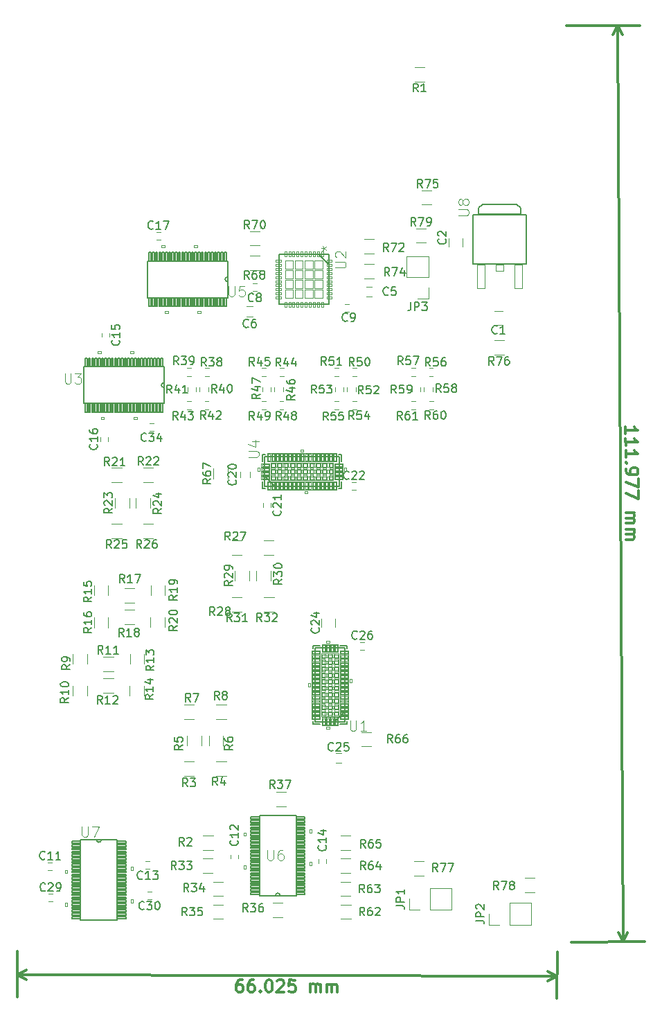
<source format=gto>
%TF.GenerationSoftware,KiCad,Pcbnew,4.0.6*%
%TF.CreationDate,2017-07-29T17:48:31+03:00*%
%TF.ProjectId,FMC_MIPI_v1,464D435F4D4950495F76312E6B696361,rev?*%
%TF.FileFunction,Legend,Top*%
%FSLAX46Y46*%
G04 Gerber Fmt 4.6, Leading zero omitted, Abs format (unit mm)*
G04 Created by KiCad (PCBNEW 4.0.6) date 07/29/17 17:48:31*
%MOMM*%
%LPD*%
G01*
G04 APERTURE LIST*
%ADD10C,0.100000*%
%ADD11C,0.300000*%
%ADD12C,0.120000*%
%ADD13C,0.152400*%
%ADD14C,0.066040*%
%ADD15C,0.203200*%
%ADD16C,0.198120*%
%ADD17C,0.150000*%
%ADD18C,0.076200*%
%ADD19C,0.101600*%
G04 APERTURE END LIST*
D10*
D11*
X120454612Y-145615944D02*
X120168899Y-145615295D01*
X120025880Y-145686399D01*
X119954289Y-145757666D01*
X119810946Y-145971625D01*
X119738868Y-146257177D01*
X119737570Y-146828604D01*
X119808674Y-146971623D01*
X119879939Y-147043214D01*
X120022635Y-147114966D01*
X120308348Y-147115615D01*
X120451367Y-147044512D01*
X120522958Y-146973246D01*
X120594710Y-146830551D01*
X120595522Y-146473409D01*
X120524418Y-146330390D01*
X120453152Y-146258800D01*
X120310458Y-146187047D01*
X120024744Y-146186398D01*
X119881724Y-146257502D01*
X119810134Y-146328768D01*
X119738381Y-146471462D01*
X121883180Y-145619189D02*
X121597466Y-145618540D01*
X121454448Y-145689645D01*
X121382856Y-145760911D01*
X121239513Y-145974871D01*
X121167435Y-146260423D01*
X121166137Y-146831850D01*
X121237241Y-146974868D01*
X121308507Y-147046460D01*
X121451202Y-147118212D01*
X121736915Y-147118861D01*
X121879934Y-147047758D01*
X121951525Y-146976491D01*
X122023278Y-146833797D01*
X122024089Y-146476655D01*
X121952986Y-146333636D01*
X121881719Y-146262046D01*
X121739025Y-146190292D01*
X121453312Y-146189643D01*
X121310292Y-146260748D01*
X121238702Y-146332013D01*
X121166948Y-146474707D01*
X122665808Y-146978114D02*
X122737074Y-147049705D01*
X122665484Y-147120971D01*
X122594217Y-147049380D01*
X122665808Y-146978114D01*
X122665484Y-147120971D01*
X123668889Y-145623246D02*
X123811746Y-145623571D01*
X123954440Y-145695324D01*
X124025707Y-145766915D01*
X124096811Y-145909934D01*
X124167590Y-146195810D01*
X124166778Y-146552952D01*
X124094701Y-146838503D01*
X124022948Y-146981197D01*
X123951357Y-147052464D01*
X123808338Y-147123567D01*
X123665481Y-147123242D01*
X123522787Y-147051490D01*
X123451520Y-146979899D01*
X123380417Y-146836880D01*
X123309637Y-146551005D01*
X123310449Y-146193862D01*
X123382527Y-145908311D01*
X123454279Y-145765617D01*
X123525870Y-145694351D01*
X123668889Y-145623246D01*
X124739990Y-145768538D02*
X124811581Y-145697272D01*
X124954600Y-145626167D01*
X125311742Y-145626979D01*
X125454436Y-145698732D01*
X125525703Y-145770323D01*
X125596806Y-145913342D01*
X125596481Y-146056199D01*
X125524567Y-146270322D01*
X124665479Y-147125514D01*
X125594047Y-147127624D01*
X126954595Y-145630711D02*
X126240310Y-145629088D01*
X126167259Y-146343210D01*
X126238850Y-146271945D01*
X126381869Y-146200840D01*
X126739011Y-146201652D01*
X126881705Y-146273405D01*
X126952972Y-146344995D01*
X127024075Y-146488014D01*
X127023264Y-146845156D01*
X126951511Y-146987850D01*
X126879920Y-147059117D01*
X126736901Y-147130220D01*
X126379759Y-147129409D01*
X126237065Y-147057657D01*
X126165798Y-146986065D01*
X128808324Y-147134926D02*
X128810596Y-146134929D01*
X128810271Y-146277786D02*
X128881861Y-146206520D01*
X129024881Y-146135416D01*
X129239166Y-146135903D01*
X129381860Y-146207656D01*
X129452964Y-146350675D01*
X129451179Y-147136387D01*
X129452964Y-146350675D02*
X129524718Y-146207980D01*
X129667737Y-146136876D01*
X129882021Y-146137363D01*
X130024716Y-146209116D01*
X130095820Y-146352135D01*
X130094035Y-147137847D01*
X130808319Y-147139470D02*
X130810591Y-146139473D01*
X130810266Y-146282330D02*
X130881856Y-146211064D01*
X131024876Y-146139959D01*
X131239161Y-146140446D01*
X131381855Y-146212200D01*
X131452959Y-146355219D01*
X131451174Y-147140930D01*
X131452959Y-146355219D02*
X131524713Y-146212524D01*
X131667731Y-146141420D01*
X131882016Y-146141907D01*
X132024711Y-146213660D01*
X132095815Y-146356679D01*
X132094030Y-147142391D01*
X92943298Y-145024870D02*
X158968298Y-145174870D01*
X92950000Y-142075000D02*
X92937164Y-147724863D01*
X158975000Y-142225000D02*
X158962164Y-147874863D01*
X158968298Y-145174870D02*
X157840465Y-145758730D01*
X158968298Y-145174870D02*
X157843129Y-144585892D01*
X92943298Y-145024870D02*
X94068467Y-145613848D01*
X92943298Y-145024870D02*
X94071131Y-144441010D01*
X167349137Y-78902400D02*
X167344353Y-78045270D01*
X167346745Y-78473836D02*
X168846721Y-78465463D01*
X168631641Y-78323805D01*
X168487989Y-78181746D01*
X168415764Y-78039290D01*
X167357110Y-80330949D02*
X167352326Y-79473819D01*
X167354718Y-79902384D02*
X168854695Y-79894012D01*
X168639615Y-79752353D01*
X168495963Y-79610295D01*
X168423738Y-79467839D01*
X167365084Y-81759498D02*
X167360300Y-80902368D01*
X167362692Y-81330933D02*
X168862669Y-81322561D01*
X168647589Y-81180902D01*
X168503936Y-81038844D01*
X168431711Y-80896388D01*
X167511527Y-82401547D02*
X167440498Y-82473373D01*
X167368672Y-82402345D01*
X167439700Y-82330518D01*
X167511527Y-82401547D01*
X167368672Y-82402345D01*
X167373058Y-83188046D02*
X167374652Y-83473757D01*
X167446877Y-83616213D01*
X167518703Y-83687241D01*
X167733782Y-83828901D01*
X168019891Y-83898733D01*
X168591310Y-83895544D01*
X168733767Y-83823319D01*
X168804796Y-83751493D01*
X168875426Y-83608239D01*
X168873832Y-83322530D01*
X168801606Y-83180073D01*
X168729780Y-83109044D01*
X168586526Y-83038414D01*
X168229389Y-83040407D01*
X168086933Y-83112633D01*
X168015905Y-83184458D01*
X167945274Y-83327713D01*
X167946869Y-83613422D01*
X168019094Y-83755878D01*
X168090920Y-83826907D01*
X168234173Y-83897537D01*
X168879812Y-84393941D02*
X168885393Y-85393926D01*
X167381829Y-84759451D01*
X168887785Y-85822490D02*
X168893367Y-86822474D01*
X167389802Y-86188000D01*
X167402959Y-88545105D02*
X168402943Y-88539523D01*
X168260087Y-88540321D02*
X168331914Y-88611349D01*
X168404139Y-88753806D01*
X168405335Y-88968088D01*
X168334705Y-89111341D01*
X168192248Y-89183566D01*
X167406547Y-89187952D01*
X168192248Y-89183566D02*
X168335502Y-89254197D01*
X168407727Y-89396653D01*
X168408923Y-89610935D01*
X168338293Y-89754189D01*
X168195837Y-89826413D01*
X167410135Y-89830799D01*
X167414122Y-90545074D02*
X168414106Y-90539492D01*
X168271250Y-90540290D02*
X168343077Y-90611318D01*
X168415302Y-90753775D01*
X168416498Y-90968056D01*
X168345868Y-91111310D01*
X168203411Y-91183535D01*
X167417710Y-91187921D01*
X168203411Y-91183535D02*
X168346665Y-91254166D01*
X168418890Y-91396622D01*
X168420086Y-91610903D01*
X168349456Y-91754158D01*
X168207000Y-91826382D01*
X167421298Y-91830768D01*
X166399106Y-28989980D02*
X167024106Y-140964980D01*
X160125000Y-29025000D02*
X169099064Y-28974910D01*
X160750000Y-141000000D02*
X169724064Y-140949910D01*
X167024106Y-140964980D02*
X166431407Y-139841767D01*
X167024106Y-140964980D02*
X167604230Y-139835221D01*
X166399106Y-28989980D02*
X165818982Y-30119739D01*
X166399106Y-28989980D02*
X166991805Y-30113193D01*
D12*
X141151800Y-75942600D02*
X141651800Y-75942600D01*
X141651800Y-74882600D02*
X141151800Y-74882600D01*
X142675200Y-73206800D02*
X142675200Y-73706800D01*
X143735200Y-73706800D02*
X143735200Y-73206800D01*
X141151800Y-71870880D02*
X141651800Y-71870880D01*
X141651800Y-70810880D02*
X141151800Y-70810880D01*
X141227400Y-73206800D02*
X141227400Y-73706800D01*
X142287400Y-73706800D02*
X142287400Y-73206800D01*
X143810800Y-70810880D02*
X143310800Y-70810880D01*
X143310800Y-71870880D02*
X143810800Y-71870880D01*
X143836200Y-74882600D02*
X143336200Y-74882600D01*
X143336200Y-75942600D02*
X143836200Y-75942600D01*
X131779200Y-75942600D02*
X132279200Y-75942600D01*
X132279200Y-74882600D02*
X131779200Y-74882600D01*
X134438200Y-74882600D02*
X133938200Y-74882600D01*
X133938200Y-75942600D02*
X134438200Y-75942600D01*
X133302600Y-73206800D02*
X133302600Y-73706800D01*
X134362600Y-73706800D02*
X134362600Y-73206800D01*
X131753800Y-71870880D02*
X132253800Y-71870880D01*
X132253800Y-70810880D02*
X131753800Y-70810880D01*
X134438200Y-70818600D02*
X133938200Y-70818600D01*
X133938200Y-71878600D02*
X134438200Y-71878600D01*
X131829400Y-73206800D02*
X131829400Y-73706800D01*
X132889400Y-73706800D02*
X132889400Y-73206800D01*
X141538400Y-34095800D02*
X142738400Y-34095800D01*
X142738400Y-35855800D02*
X141538400Y-35855800D01*
X113385000Y-118931800D02*
X114585000Y-118931800D01*
X114585000Y-120691800D02*
X113385000Y-120691800D01*
X118517000Y-120666400D02*
X117317000Y-120666400D01*
X117317000Y-118906400D02*
X118517000Y-118906400D01*
X101514800Y-105790400D02*
X101514800Y-106990400D01*
X99754800Y-106990400D02*
X99754800Y-105790400D01*
X99780200Y-110871600D02*
X99780200Y-109671600D01*
X101540200Y-109671600D02*
X101540200Y-110871600D01*
X104105600Y-97408400D02*
X104105600Y-98608400D01*
X102345600Y-98608400D02*
X102345600Y-97408400D01*
X102345600Y-102540400D02*
X102345600Y-101340400D01*
X104105600Y-101340400D02*
X104105600Y-102540400D01*
X104520400Y-83041600D02*
X105720400Y-83041600D01*
X105720400Y-84801600D02*
X104520400Y-84801600D01*
X109601600Y-84776200D02*
X108401600Y-84776200D01*
X108401600Y-83016200D02*
X109601600Y-83016200D01*
X119227000Y-91931600D02*
X120427000Y-91931600D01*
X120427000Y-93691600D02*
X119227000Y-93691600D01*
X124333600Y-93691600D02*
X123133600Y-93691600D01*
X123133600Y-91931600D02*
X124333600Y-91931600D01*
X113750200Y-116957400D02*
X113750200Y-115757400D01*
X115510200Y-115757400D02*
X115510200Y-116957400D01*
X116391800Y-116957400D02*
X116391800Y-115757400D01*
X118151800Y-115757400D02*
X118151800Y-116957400D01*
X113385000Y-111997600D02*
X114585000Y-111997600D01*
X114585000Y-113757600D02*
X113385000Y-113757600D01*
X118506800Y-113757600D02*
X117306800Y-113757600D01*
X117306800Y-111997600D02*
X118506800Y-111997600D01*
X103504400Y-106151400D02*
X104704400Y-106151400D01*
X104704400Y-107911400D02*
X103504400Y-107911400D01*
X103504400Y-108746400D02*
X104704400Y-108746400D01*
X104704400Y-110506400D02*
X103504400Y-110506400D01*
X108499800Y-105815800D02*
X108499800Y-107015800D01*
X106739800Y-107015800D02*
X106739800Y-105815800D01*
X106714400Y-110897000D02*
X106714400Y-109697000D01*
X108474400Y-109697000D02*
X108474400Y-110897000D01*
X106095200Y-97773600D02*
X107295200Y-97773600D01*
X107295200Y-99533600D02*
X106095200Y-99533600D01*
X106069800Y-100389800D02*
X107269800Y-100389800D01*
X107269800Y-102149800D02*
X106069800Y-102149800D01*
X111039800Y-97408400D02*
X111039800Y-98608400D01*
X109279800Y-98608400D02*
X109279800Y-97408400D01*
X109254400Y-102515000D02*
X109254400Y-101315000D01*
X111014400Y-101315000D02*
X111014400Y-102515000D01*
X106671000Y-86740400D02*
X106671000Y-87940400D01*
X104911000Y-87940400D02*
X104911000Y-86740400D01*
X109236400Y-86715000D02*
X109236400Y-87915000D01*
X107476400Y-87915000D02*
X107476400Y-86715000D01*
X104520400Y-89874200D02*
X105720400Y-89874200D01*
X105720400Y-91634200D02*
X104520400Y-91634200D01*
X109601600Y-91659600D02*
X108401600Y-91659600D01*
X108401600Y-89899600D02*
X109601600Y-89899600D01*
X121352200Y-95605000D02*
X121352200Y-96805000D01*
X119592200Y-96805000D02*
X119592200Y-95605000D01*
X123968400Y-95605000D02*
X123968400Y-96805000D01*
X122208400Y-96805000D02*
X122208400Y-95605000D01*
X119227000Y-98840400D02*
X120427000Y-98840400D01*
X120427000Y-100600400D02*
X119227000Y-100600400D01*
X124350000Y-100625800D02*
X123150000Y-100625800D01*
X123150000Y-98865800D02*
X124350000Y-98865800D01*
D13*
X101092000Y-71221600D02*
X101092000Y-74625200D01*
X110896400Y-74625200D02*
X110896400Y-73228200D01*
X110896400Y-73228200D02*
X110896400Y-72618600D01*
X110896400Y-72618600D02*
X110896400Y-71221600D01*
X110490000Y-70688200D02*
X110718600Y-70688200D01*
X110718600Y-70688200D02*
X110718600Y-69621400D01*
X110718600Y-69621400D02*
X110490000Y-69621400D01*
X110490000Y-69621400D02*
X110490000Y-70688200D01*
X110083600Y-70688200D02*
X110312200Y-70688200D01*
X110312200Y-70688200D02*
X110312200Y-69621400D01*
X110312200Y-69621400D02*
X110083600Y-69621400D01*
X110083600Y-69621400D02*
X110083600Y-70688200D01*
X109677200Y-70688200D02*
X109905800Y-70688200D01*
X109905800Y-70688200D02*
X109905800Y-69621400D01*
X109905800Y-69621400D02*
X109677200Y-69621400D01*
X109677200Y-69621400D02*
X109677200Y-70688200D01*
X109270800Y-70688200D02*
X109499400Y-70688200D01*
X109499400Y-70688200D02*
X109499400Y-69621400D01*
X109499400Y-69621400D02*
X109270800Y-69621400D01*
X109270800Y-69621400D02*
X109270800Y-70688200D01*
X108889800Y-70688200D02*
X109118400Y-70688200D01*
X109118400Y-70688200D02*
X109118400Y-69621400D01*
X109118400Y-69621400D02*
X108889800Y-69621400D01*
X108889800Y-69621400D02*
X108889800Y-70688200D01*
X108483400Y-70688200D02*
X108712000Y-70688200D01*
X108712000Y-70688200D02*
X108712000Y-69621400D01*
X108712000Y-69621400D02*
X108483400Y-69621400D01*
X108483400Y-69621400D02*
X108483400Y-70688200D01*
X108077000Y-70688200D02*
X108305600Y-70688200D01*
X108305600Y-70688200D02*
X108305600Y-69621400D01*
X108305600Y-69621400D02*
X108077000Y-69621400D01*
X108077000Y-69621400D02*
X108077000Y-70688200D01*
X107670600Y-70688200D02*
X107899200Y-70688200D01*
X107899200Y-70688200D02*
X107899200Y-69621400D01*
X107899200Y-69621400D02*
X107670600Y-69621400D01*
X107670600Y-69621400D02*
X107670600Y-70688200D01*
X107287060Y-70688200D02*
X107518200Y-70688200D01*
X107518200Y-70688200D02*
X107518200Y-69621400D01*
X107518200Y-69621400D02*
X107287060Y-69621400D01*
X107287060Y-69621400D02*
X107287060Y-70688200D01*
X106883200Y-70688200D02*
X107111800Y-70688200D01*
X107111800Y-70688200D02*
X107111800Y-69621400D01*
X107111800Y-69621400D02*
X106883200Y-69621400D01*
X106883200Y-69621400D02*
X106883200Y-70688200D01*
X106476800Y-70688200D02*
X106705400Y-70688200D01*
X106705400Y-70688200D02*
X106705400Y-69621400D01*
X106705400Y-69621400D02*
X106476800Y-69621400D01*
X106476800Y-69621400D02*
X106476800Y-70688200D01*
X106070400Y-70688200D02*
X106299000Y-70688200D01*
X106299000Y-70688200D02*
X106299000Y-69621400D01*
X106299000Y-69621400D02*
X106070400Y-69621400D01*
X106070400Y-69621400D02*
X106070400Y-70688200D01*
X105689400Y-70688200D02*
X105918000Y-70688200D01*
X105918000Y-70688200D02*
X105918000Y-69621400D01*
X105918000Y-69621400D02*
X105689400Y-69621400D01*
X105689400Y-69621400D02*
X105689400Y-70688200D01*
X105283000Y-70688200D02*
X105511600Y-70688200D01*
X105511600Y-70688200D02*
X105511600Y-69621400D01*
X105511600Y-69621400D02*
X105283000Y-69621400D01*
X105283000Y-69621400D02*
X105283000Y-70688200D01*
X104876600Y-70688200D02*
X105105200Y-70688200D01*
X105105200Y-70688200D02*
X105105200Y-69621400D01*
X105105200Y-69621400D02*
X104876600Y-69621400D01*
X104876600Y-69621400D02*
X104876600Y-70688200D01*
X104470200Y-70688200D02*
X104701340Y-70688200D01*
X104701340Y-70688200D02*
X104701340Y-69621400D01*
X104701340Y-69621400D02*
X104470200Y-69621400D01*
X104470200Y-69621400D02*
X104470200Y-70688200D01*
X104089200Y-70688200D02*
X104317800Y-70688200D01*
X104317800Y-70688200D02*
X104317800Y-69621400D01*
X104317800Y-69621400D02*
X104089200Y-69621400D01*
X104089200Y-69621400D02*
X104089200Y-70688200D01*
X103682800Y-70688200D02*
X103911400Y-70688200D01*
X103911400Y-70688200D02*
X103911400Y-69621400D01*
X103911400Y-69621400D02*
X103682800Y-69621400D01*
X103682800Y-69621400D02*
X103682800Y-70688200D01*
X103276400Y-70688200D02*
X103505000Y-70688200D01*
X103505000Y-70688200D02*
X103505000Y-69621400D01*
X103505000Y-69621400D02*
X103276400Y-69621400D01*
X103276400Y-69621400D02*
X103276400Y-70688200D01*
X102870000Y-70688200D02*
X103098600Y-70688200D01*
X103098600Y-70688200D02*
X103098600Y-69621400D01*
X103098600Y-69621400D02*
X102870000Y-69621400D01*
X102870000Y-69621400D02*
X102870000Y-70688200D01*
X102489000Y-70688200D02*
X102717600Y-70688200D01*
X102717600Y-70688200D02*
X102717600Y-69621400D01*
X102717600Y-69621400D02*
X102489000Y-69621400D01*
X102489000Y-69621400D02*
X102489000Y-70688200D01*
X102082600Y-70688200D02*
X102311200Y-70688200D01*
X102311200Y-70688200D02*
X102311200Y-69621400D01*
X102311200Y-69621400D02*
X102082600Y-69621400D01*
X102082600Y-69621400D02*
X102082600Y-70688200D01*
X101676200Y-70688200D02*
X101904800Y-70688200D01*
X101904800Y-70688200D02*
X101904800Y-69621400D01*
X101904800Y-69621400D02*
X101676200Y-69621400D01*
X101676200Y-69621400D02*
X101676200Y-70688200D01*
X101269800Y-70688200D02*
X101498400Y-70688200D01*
X101498400Y-70688200D02*
X101498400Y-69621400D01*
X101498400Y-69621400D02*
X101269800Y-69621400D01*
X101269800Y-69621400D02*
X101269800Y-70688200D01*
X101498400Y-75158600D02*
X101269800Y-75158600D01*
X101269800Y-75158600D02*
X101269800Y-76225400D01*
X101269800Y-76225400D02*
X101498400Y-76225400D01*
X101498400Y-76225400D02*
X101498400Y-75158600D01*
X101904800Y-75158600D02*
X101676200Y-75158600D01*
X101676200Y-75158600D02*
X101676200Y-76225400D01*
X101676200Y-76225400D02*
X101904800Y-76225400D01*
X101904800Y-76225400D02*
X101904800Y-75158600D01*
X102311200Y-75158600D02*
X102082600Y-75158600D01*
X102082600Y-75158600D02*
X102082600Y-76225400D01*
X102082600Y-76225400D02*
X102311200Y-76225400D01*
X102311200Y-76225400D02*
X102311200Y-75158600D01*
X102717600Y-75158600D02*
X102489000Y-75158600D01*
X102489000Y-75158600D02*
X102489000Y-76225400D01*
X102489000Y-76225400D02*
X102717600Y-76225400D01*
X102717600Y-76225400D02*
X102717600Y-75158600D01*
X103098600Y-75158600D02*
X102870000Y-75158600D01*
X102870000Y-75158600D02*
X102870000Y-76225400D01*
X102870000Y-76225400D02*
X103098600Y-76225400D01*
X103098600Y-76225400D02*
X103098600Y-75158600D01*
X103505000Y-75158600D02*
X103276400Y-75158600D01*
X103276400Y-75158600D02*
X103276400Y-76225400D01*
X103276400Y-76225400D02*
X103505000Y-76225400D01*
X103505000Y-76225400D02*
X103505000Y-75158600D01*
X103911400Y-75158600D02*
X103682800Y-75158600D01*
X103682800Y-75158600D02*
X103682800Y-76225400D01*
X103682800Y-76225400D02*
X103911400Y-76225400D01*
X103911400Y-76225400D02*
X103911400Y-75158600D01*
X104317800Y-75158600D02*
X104089200Y-75158600D01*
X104089200Y-75158600D02*
X104089200Y-76225400D01*
X104089200Y-76225400D02*
X104317800Y-76225400D01*
X104317800Y-76225400D02*
X104317800Y-75158600D01*
X104701340Y-75158600D02*
X104470200Y-75158600D01*
X104470200Y-75158600D02*
X104470200Y-76225400D01*
X104470200Y-76225400D02*
X104701340Y-76225400D01*
X104701340Y-76225400D02*
X104701340Y-75158600D01*
X105105200Y-75158600D02*
X104876600Y-75158600D01*
X104876600Y-75158600D02*
X104876600Y-76225400D01*
X104876600Y-76225400D02*
X105105200Y-76225400D01*
X105105200Y-76225400D02*
X105105200Y-75158600D01*
X105511600Y-75158600D02*
X105283000Y-75158600D01*
X105283000Y-75158600D02*
X105283000Y-76225400D01*
X105283000Y-76225400D02*
X105511600Y-76225400D01*
X105511600Y-76225400D02*
X105511600Y-75158600D01*
X105918000Y-75158600D02*
X105689400Y-75158600D01*
X105689400Y-75158600D02*
X105689400Y-76225400D01*
X105689400Y-76225400D02*
X105918000Y-76225400D01*
X105918000Y-76225400D02*
X105918000Y-75158600D01*
X106299000Y-75158600D02*
X106070400Y-75158600D01*
X106070400Y-75158600D02*
X106070400Y-76225400D01*
X106070400Y-76225400D02*
X106299000Y-76225400D01*
X106299000Y-76225400D02*
X106299000Y-75158600D01*
X106705400Y-75158600D02*
X106476800Y-75158600D01*
X106476800Y-75158600D02*
X106476800Y-76225400D01*
X106476800Y-76225400D02*
X106705400Y-76225400D01*
X106705400Y-76225400D02*
X106705400Y-75158600D01*
X107111800Y-75158600D02*
X106883200Y-75158600D01*
X106883200Y-75158600D02*
X106883200Y-76225400D01*
X106883200Y-76225400D02*
X107111800Y-76225400D01*
X107111800Y-76225400D02*
X107111800Y-75158600D01*
X107518200Y-75158600D02*
X107287060Y-75158600D01*
X107287060Y-75158600D02*
X107287060Y-76225400D01*
X107287060Y-76225400D02*
X107518200Y-76225400D01*
X107518200Y-76225400D02*
X107518200Y-75158600D01*
X107899200Y-75158600D02*
X107670600Y-75158600D01*
X107670600Y-75158600D02*
X107670600Y-76225400D01*
X107670600Y-76225400D02*
X107899200Y-76225400D01*
X107899200Y-76225400D02*
X107899200Y-75158600D01*
X108305600Y-75158600D02*
X108077000Y-75158600D01*
X108077000Y-75158600D02*
X108077000Y-76225400D01*
X108077000Y-76225400D02*
X108305600Y-76225400D01*
X108305600Y-76225400D02*
X108305600Y-75158600D01*
X108712000Y-75158600D02*
X108483400Y-75158600D01*
X108483400Y-75158600D02*
X108483400Y-76225400D01*
X108483400Y-76225400D02*
X108712000Y-76225400D01*
X108712000Y-76225400D02*
X108712000Y-75158600D01*
X109118400Y-75158600D02*
X108889800Y-75158600D01*
X108889800Y-75158600D02*
X108889800Y-76225400D01*
X108889800Y-76225400D02*
X109118400Y-76225400D01*
X109118400Y-76225400D02*
X109118400Y-75158600D01*
X109499400Y-75158600D02*
X109270800Y-75158600D01*
X109270800Y-75158600D02*
X109270800Y-76225400D01*
X109270800Y-76225400D02*
X109499400Y-76225400D01*
X109499400Y-76225400D02*
X109499400Y-75158600D01*
X109905800Y-75158600D02*
X109677200Y-75158600D01*
X109677200Y-75158600D02*
X109677200Y-76225400D01*
X109677200Y-76225400D02*
X109905800Y-76225400D01*
X109905800Y-76225400D02*
X109905800Y-75158600D01*
X110312200Y-75158600D02*
X110083600Y-75158600D01*
X110083600Y-75158600D02*
X110083600Y-76225400D01*
X110083600Y-76225400D02*
X110312200Y-76225400D01*
X110312200Y-76225400D02*
X110312200Y-75158600D01*
X110718600Y-75158600D02*
X110490000Y-75158600D01*
X110490000Y-75158600D02*
X110490000Y-76225400D01*
X110490000Y-76225400D02*
X110718600Y-76225400D01*
X110718600Y-76225400D02*
X110718600Y-75158600D01*
X101092000Y-70688200D02*
X101092000Y-75158600D01*
X101092000Y-75158600D02*
X110896400Y-75158600D01*
X110896400Y-75158600D02*
X110896400Y-73228200D01*
X110896400Y-73228200D02*
X110896400Y-72618600D01*
X110896400Y-72618600D02*
X110896400Y-70688200D01*
X110896400Y-70688200D02*
X101092000Y-70688200D01*
D10*
X107182920Y-68757800D02*
X106801920Y-68757800D01*
X106801920Y-68757800D02*
X106801920Y-69011800D01*
X106801920Y-69011800D02*
X107182920Y-69011800D01*
X107182920Y-69011800D02*
X107182920Y-68757800D01*
X103184960Y-68757800D02*
X102803960Y-68757800D01*
X102803960Y-68757800D02*
X102803960Y-69011800D01*
X102803960Y-69011800D02*
X103184960Y-69011800D01*
X103184960Y-69011800D02*
X103184960Y-68757800D01*
X103586280Y-77089000D02*
X103205280Y-77089000D01*
X103205280Y-77089000D02*
X103205280Y-76835000D01*
X103205280Y-76835000D02*
X103586280Y-76835000D01*
X103586280Y-76835000D02*
X103586280Y-77089000D01*
X107584240Y-77089000D02*
X107203240Y-77089000D01*
X107203240Y-77089000D02*
X107203240Y-76835000D01*
X107203240Y-76835000D02*
X107584240Y-76835000D01*
X107584240Y-76835000D02*
X107584240Y-77089000D01*
D13*
X110896400Y-72618600D02*
G75*
G03X110896400Y-73228200I0J-304800D01*
G01*
X110896400Y-72618600D02*
G75*
G03X110896400Y-73228200I0J-304800D01*
G01*
X132444940Y-114352000D02*
X133257740Y-114352000D01*
X129142940Y-114021800D02*
X129142940Y-114352000D01*
X129955740Y-104750800D02*
X129142940Y-104750800D01*
X133257740Y-105081000D02*
X133257740Y-104750800D01*
X133257740Y-104750800D02*
X132444940Y-104750800D01*
X129142940Y-104750800D02*
X129142940Y-105081000D01*
X129142940Y-114352000D02*
X129955740Y-114352000D01*
X133257740Y-114352000D02*
X133257740Y-114021800D01*
X133001200Y-112828000D02*
X131733740Y-114098000D01*
X130311340Y-114098000D02*
X130590740Y-114098000D01*
X130793940Y-114098000D02*
X131098740Y-114098000D01*
X131301940Y-114098000D02*
X131606740Y-114098000D01*
X131809940Y-114098000D02*
X132089340Y-114098000D01*
X133001200Y-113691600D02*
X133001200Y-113412200D01*
X133001200Y-113209000D02*
X133001200Y-112904200D01*
X133001200Y-112701000D02*
X133001200Y-112396200D01*
X133001200Y-112193000D02*
X133001200Y-111913600D01*
X133001200Y-111710400D02*
X133001200Y-111405600D01*
X133001200Y-111202400D02*
X133001200Y-110897600D01*
X133001200Y-110694400D02*
X133001200Y-110389600D01*
X133001200Y-110211800D02*
X133001200Y-109907000D01*
X133001200Y-109703800D02*
X133001200Y-109399000D01*
X133001200Y-109195800D02*
X133001200Y-108891000D01*
X133001200Y-108713200D02*
X133001200Y-108408400D01*
X133001200Y-108205200D02*
X133001200Y-107900400D01*
X133001200Y-107697200D02*
X133001200Y-107392400D01*
X133001200Y-107189200D02*
X133001200Y-106909800D01*
X133001200Y-106706600D02*
X133001200Y-106401800D01*
X133001200Y-106198600D02*
X133001200Y-105893800D01*
X133001200Y-105690600D02*
X133001200Y-105411200D01*
X132089340Y-105004800D02*
X131809940Y-105004800D01*
X131606740Y-105004800D02*
X131301940Y-105004800D01*
X131098740Y-105004800D02*
X130793940Y-105004800D01*
X130590740Y-105004800D02*
X130311340Y-105004800D01*
X129399480Y-105411200D02*
X129399480Y-105690600D01*
X129399480Y-105893800D02*
X129399480Y-106198600D01*
X129399480Y-106401800D02*
X129399480Y-106706600D01*
X129399480Y-106909800D02*
X129399480Y-107189200D01*
X129399480Y-107392400D02*
X129399480Y-107697200D01*
X129399480Y-107900400D02*
X129399480Y-108205200D01*
X129399480Y-108408400D02*
X129399480Y-108713200D01*
X129399480Y-108891000D02*
X129399480Y-109195800D01*
X129399480Y-109399000D02*
X129399480Y-109703800D01*
X129399480Y-109907000D02*
X129399480Y-110211800D01*
X129399480Y-110389600D02*
X129399480Y-110694400D01*
X129399480Y-110897600D02*
X129399480Y-111202400D01*
X129399480Y-111405600D02*
X129399480Y-111710400D01*
X129399480Y-111913600D02*
X129399480Y-112193000D01*
X129399480Y-112396200D02*
X129399480Y-112701000D01*
X129399480Y-112904200D02*
X129399480Y-113209000D01*
X129399480Y-113412200D02*
X129399480Y-113691600D01*
X133001200Y-105004800D02*
X129399480Y-105004800D01*
X129399480Y-105004800D02*
X129399480Y-114098000D01*
X129399480Y-114098000D02*
X133001200Y-114098000D01*
X133001200Y-114098000D02*
X133001200Y-105004800D01*
D10*
X133857180Y-109244060D02*
X133857180Y-108863060D01*
X133857180Y-108863060D02*
X133603180Y-108863060D01*
X133603180Y-108863060D02*
X133603180Y-109244060D01*
X133603180Y-109244060D02*
X133857180Y-109244060D01*
X131141920Y-104397740D02*
X131141920Y-104143740D01*
X131141920Y-104143740D02*
X130760920Y-104143740D01*
X130760920Y-104143740D02*
X130760920Y-104397740D01*
X130760920Y-104397740D02*
X131141920Y-104397740D01*
X128543500Y-109741900D02*
X128543500Y-109360900D01*
X128543500Y-109360900D02*
X128797500Y-109360900D01*
X128797500Y-109360900D02*
X128797500Y-109741900D01*
X128797500Y-109741900D02*
X128543500Y-109741900D01*
X131141920Y-114705060D02*
X131141920Y-114959060D01*
X131141920Y-114959060D02*
X130760920Y-114959060D01*
X130760920Y-114959060D02*
X130760920Y-114705060D01*
X130760920Y-114705060D02*
X131141920Y-114705060D01*
X133323780Y-113676360D02*
X133323780Y-113424900D01*
X133323780Y-113424900D02*
X132523680Y-113424900D01*
X132523680Y-113424900D02*
X132523680Y-113676360D01*
X132523680Y-113676360D02*
X133323780Y-113676360D01*
X133323780Y-113175980D02*
X133323780Y-112924520D01*
X133323780Y-112924520D02*
X132523680Y-112924520D01*
X132523680Y-112924520D02*
X132523680Y-113175980D01*
X132523680Y-113175980D02*
X133323780Y-113175980D01*
X133323780Y-112675600D02*
X133323780Y-112424140D01*
X133323780Y-112424140D02*
X132523680Y-112424140D01*
X132523680Y-112424140D02*
X132523680Y-112675600D01*
X132523680Y-112675600D02*
X133323780Y-112675600D01*
X133323780Y-112175220D02*
X133323780Y-111926300D01*
X133323780Y-111926300D02*
X132523680Y-111926300D01*
X132523680Y-111926300D02*
X132523680Y-112175220D01*
X132523680Y-112175220D02*
X133323780Y-112175220D01*
X133323780Y-111674840D02*
X133323780Y-111425920D01*
X133323780Y-111425920D02*
X132523680Y-111425920D01*
X132523680Y-111425920D02*
X132523680Y-111674840D01*
X132523680Y-111674840D02*
X133323780Y-111674840D01*
X133323780Y-111174460D02*
X133323780Y-110925540D01*
X133323780Y-110925540D02*
X132523680Y-110925540D01*
X132523680Y-110925540D02*
X132523680Y-111174460D01*
X132523680Y-111174460D02*
X133323780Y-111174460D01*
X133323780Y-110674080D02*
X133323780Y-110425160D01*
X133323780Y-110425160D02*
X132523680Y-110425160D01*
X132523680Y-110425160D02*
X132523680Y-110674080D01*
X132523680Y-110674080D02*
X133323780Y-110674080D01*
X133323780Y-110176240D02*
X133323780Y-109924780D01*
X133323780Y-109924780D02*
X132523680Y-109924780D01*
X132523680Y-109924780D02*
X132523680Y-110176240D01*
X132523680Y-110176240D02*
X133323780Y-110176240D01*
X133323780Y-109675860D02*
X133323780Y-109426940D01*
X133323780Y-109426940D02*
X132523680Y-109426940D01*
X132523680Y-109426940D02*
X132523680Y-109675860D01*
X132523680Y-109675860D02*
X133323780Y-109675860D01*
X133323780Y-109178020D02*
X133323780Y-108926560D01*
X133323780Y-108926560D02*
X132523680Y-108926560D01*
X132523680Y-108926560D02*
X132523680Y-109178020D01*
X132523680Y-109178020D02*
X133323780Y-109178020D01*
X133323780Y-108677640D02*
X133323780Y-108428720D01*
X133323780Y-108428720D02*
X132523680Y-108428720D01*
X132523680Y-108428720D02*
X132523680Y-108677640D01*
X132523680Y-108677640D02*
X133323780Y-108677640D01*
X133323780Y-108177260D02*
X133323780Y-107928340D01*
X133323780Y-107928340D02*
X132523680Y-107928340D01*
X132523680Y-107928340D02*
X132523680Y-108177260D01*
X132523680Y-108177260D02*
X133323780Y-108177260D01*
X133323780Y-107676880D02*
X133323780Y-107427960D01*
X133323780Y-107427960D02*
X132523680Y-107427960D01*
X132523680Y-107427960D02*
X132523680Y-107676880D01*
X132523680Y-107676880D02*
X133323780Y-107676880D01*
X133323780Y-107176500D02*
X133323780Y-106927580D01*
X133323780Y-106927580D02*
X132523680Y-106927580D01*
X132523680Y-106927580D02*
X132523680Y-107176500D01*
X132523680Y-107176500D02*
X133323780Y-107176500D01*
X133323780Y-106678660D02*
X133323780Y-106427200D01*
X133323780Y-106427200D02*
X132523680Y-106427200D01*
X132523680Y-106427200D02*
X132523680Y-106678660D01*
X132523680Y-106678660D02*
X133323780Y-106678660D01*
X133323780Y-106178280D02*
X133323780Y-105926820D01*
X133323780Y-105926820D02*
X132523680Y-105926820D01*
X132523680Y-105926820D02*
X132523680Y-106178280D01*
X132523680Y-106178280D02*
X133323780Y-106178280D01*
X133323780Y-105677900D02*
X133323780Y-105426440D01*
X133323780Y-105426440D02*
X132523680Y-105426440D01*
X132523680Y-105426440D02*
X132523680Y-105677900D01*
X132523680Y-105677900D02*
X133323780Y-105677900D01*
X132074100Y-105477240D02*
X132074100Y-104677140D01*
X132074100Y-104677140D02*
X131825180Y-104677140D01*
X131825180Y-104677140D02*
X131825180Y-105477240D01*
X131825180Y-105477240D02*
X132074100Y-105477240D01*
X131573720Y-105477240D02*
X131573720Y-104677140D01*
X131573720Y-104677140D02*
X131324800Y-104677140D01*
X131324800Y-104677140D02*
X131324800Y-105477240D01*
X131324800Y-105477240D02*
X131573720Y-105477240D01*
X131075880Y-105477240D02*
X131075880Y-104677140D01*
X131075880Y-104677140D02*
X130826960Y-104677140D01*
X130826960Y-104677140D02*
X130826960Y-105477240D01*
X130826960Y-105477240D02*
X131075880Y-105477240D01*
X130575500Y-105477240D02*
X130575500Y-104677140D01*
X130575500Y-104677140D02*
X130326580Y-104677140D01*
X130326580Y-104677140D02*
X130326580Y-105477240D01*
X130326580Y-105477240D02*
X130575500Y-105477240D01*
X129877000Y-105677900D02*
X129877000Y-105426440D01*
X129877000Y-105426440D02*
X129076900Y-105426440D01*
X129076900Y-105426440D02*
X129076900Y-105677900D01*
X129076900Y-105677900D02*
X129877000Y-105677900D01*
X129877000Y-106178280D02*
X129877000Y-105926820D01*
X129877000Y-105926820D02*
X129076900Y-105926820D01*
X129076900Y-105926820D02*
X129076900Y-106178280D01*
X129076900Y-106178280D02*
X129877000Y-106178280D01*
X129877000Y-106678660D02*
X129877000Y-106427200D01*
X129877000Y-106427200D02*
X129076900Y-106427200D01*
X129076900Y-106427200D02*
X129076900Y-106678660D01*
X129076900Y-106678660D02*
X129877000Y-106678660D01*
X129877000Y-107176500D02*
X129877000Y-106927580D01*
X129877000Y-106927580D02*
X129076900Y-106927580D01*
X129076900Y-106927580D02*
X129076900Y-107176500D01*
X129076900Y-107176500D02*
X129877000Y-107176500D01*
X129877000Y-107676880D02*
X129877000Y-107427960D01*
X129877000Y-107427960D02*
X129076900Y-107427960D01*
X129076900Y-107427960D02*
X129076900Y-107676880D01*
X129076900Y-107676880D02*
X129877000Y-107676880D01*
X129877000Y-108177260D02*
X129877000Y-107928340D01*
X129877000Y-107928340D02*
X129076900Y-107928340D01*
X129076900Y-107928340D02*
X129076900Y-108177260D01*
X129076900Y-108177260D02*
X129877000Y-108177260D01*
X129877000Y-108677640D02*
X129877000Y-108428720D01*
X129877000Y-108428720D02*
X129076900Y-108428720D01*
X129076900Y-108428720D02*
X129076900Y-108677640D01*
X129076900Y-108677640D02*
X129877000Y-108677640D01*
X129877000Y-109178020D02*
X129877000Y-108926560D01*
X129877000Y-108926560D02*
X129076900Y-108926560D01*
X129076900Y-108926560D02*
X129076900Y-109178020D01*
X129076900Y-109178020D02*
X129877000Y-109178020D01*
X129877000Y-109675860D02*
X129877000Y-109426940D01*
X129877000Y-109426940D02*
X129076900Y-109426940D01*
X129076900Y-109426940D02*
X129076900Y-109675860D01*
X129076900Y-109675860D02*
X129877000Y-109675860D01*
X129877000Y-110176240D02*
X129877000Y-109924780D01*
X129877000Y-109924780D02*
X129076900Y-109924780D01*
X129076900Y-109924780D02*
X129076900Y-110176240D01*
X129076900Y-110176240D02*
X129877000Y-110176240D01*
X129877000Y-110674080D02*
X129877000Y-110425160D01*
X129877000Y-110425160D02*
X129076900Y-110425160D01*
X129076900Y-110425160D02*
X129076900Y-110674080D01*
X129076900Y-110674080D02*
X129877000Y-110674080D01*
X129877000Y-111174460D02*
X129877000Y-110925540D01*
X129877000Y-110925540D02*
X129076900Y-110925540D01*
X129076900Y-110925540D02*
X129076900Y-111174460D01*
X129076900Y-111174460D02*
X129877000Y-111174460D01*
X129877000Y-111674840D02*
X129877000Y-111425920D01*
X129877000Y-111425920D02*
X129076900Y-111425920D01*
X129076900Y-111425920D02*
X129076900Y-111674840D01*
X129076900Y-111674840D02*
X129877000Y-111674840D01*
X129877000Y-112175220D02*
X129877000Y-111926300D01*
X129877000Y-111926300D02*
X129076900Y-111926300D01*
X129076900Y-111926300D02*
X129076900Y-112175220D01*
X129076900Y-112175220D02*
X129877000Y-112175220D01*
X129877000Y-112675600D02*
X129877000Y-112424140D01*
X129877000Y-112424140D02*
X129076900Y-112424140D01*
X129076900Y-112424140D02*
X129076900Y-112675600D01*
X129076900Y-112675600D02*
X129877000Y-112675600D01*
X129877000Y-113175980D02*
X129877000Y-112924520D01*
X129877000Y-112924520D02*
X129076900Y-112924520D01*
X129076900Y-112924520D02*
X129076900Y-113175980D01*
X129076900Y-113175980D02*
X129877000Y-113175980D01*
X129877000Y-113676360D02*
X129877000Y-113424900D01*
X129877000Y-113424900D02*
X129076900Y-113424900D01*
X129076900Y-113424900D02*
X129076900Y-113676360D01*
X129076900Y-113676360D02*
X129877000Y-113676360D01*
X130575500Y-114425660D02*
X130575500Y-113625560D01*
X130575500Y-113625560D02*
X130326580Y-113625560D01*
X130326580Y-113625560D02*
X130326580Y-114425660D01*
X130326580Y-114425660D02*
X130575500Y-114425660D01*
X131075880Y-114425660D02*
X131075880Y-113625560D01*
X131075880Y-113625560D02*
X130826960Y-113625560D01*
X130826960Y-113625560D02*
X130826960Y-114425660D01*
X130826960Y-114425660D02*
X131075880Y-114425660D01*
X131573720Y-114425660D02*
X131573720Y-113625560D01*
X131573720Y-113625560D02*
X131324800Y-113625560D01*
X131324800Y-113625560D02*
X131324800Y-114425660D01*
X131324800Y-114425660D02*
X131573720Y-114425660D01*
X132074100Y-114425660D02*
X132074100Y-113625560D01*
X132074100Y-113625560D02*
X131825180Y-113625560D01*
X131825180Y-113625560D02*
X131825180Y-114425660D01*
X131825180Y-114425660D02*
X132074100Y-114425660D01*
X132150300Y-113249640D02*
X132150300Y-112800060D01*
X132150300Y-112800060D02*
X131835340Y-112800060D01*
X131835340Y-112800060D02*
X131693100Y-112942300D01*
X131693100Y-112942300D02*
X131693100Y-113249640D01*
X131693100Y-113249640D02*
X132150300Y-113249640D01*
X132150300Y-112599400D02*
X132150300Y-112012660D01*
X132150300Y-112012660D02*
X131835340Y-112012660D01*
X131835340Y-112012660D02*
X131693100Y-112154900D01*
X131693100Y-112154900D02*
X131693100Y-112457160D01*
X131693100Y-112457160D02*
X131835340Y-112599400D01*
X131835340Y-112599400D02*
X132150300Y-112599400D01*
X132150300Y-111812000D02*
X132150300Y-111225260D01*
X132150300Y-111225260D02*
X131835340Y-111225260D01*
X131835340Y-111225260D02*
X131693100Y-111367500D01*
X131693100Y-111367500D02*
X131693100Y-111669760D01*
X131693100Y-111669760D02*
X131835340Y-111812000D01*
X131835340Y-111812000D02*
X132150300Y-111812000D01*
X132150300Y-111024600D02*
X132150300Y-110437860D01*
X132150300Y-110437860D02*
X131835340Y-110437860D01*
X131835340Y-110437860D02*
X131693100Y-110580100D01*
X131693100Y-110580100D02*
X131693100Y-110882360D01*
X131693100Y-110882360D02*
X131835340Y-111024600D01*
X131835340Y-111024600D02*
X132150300Y-111024600D01*
X132150300Y-110237200D02*
X132150300Y-109650460D01*
X132150300Y-109650460D02*
X131835340Y-109650460D01*
X131835340Y-109650460D02*
X131693100Y-109792700D01*
X131693100Y-109792700D02*
X131693100Y-110094960D01*
X131693100Y-110094960D02*
X131835340Y-110237200D01*
X131835340Y-110237200D02*
X132150300Y-110237200D01*
X132150300Y-109452340D02*
X132150300Y-108865600D01*
X132150300Y-108865600D02*
X131835340Y-108865600D01*
X131835340Y-108865600D02*
X131693100Y-109007840D01*
X131693100Y-109007840D02*
X131693100Y-109310100D01*
X131693100Y-109310100D02*
X131835340Y-109452340D01*
X131835340Y-109452340D02*
X132150300Y-109452340D01*
X132150300Y-108664940D02*
X132150300Y-108078200D01*
X132150300Y-108078200D02*
X131835340Y-108078200D01*
X131835340Y-108078200D02*
X131693100Y-108220440D01*
X131693100Y-108220440D02*
X131693100Y-108522700D01*
X131693100Y-108522700D02*
X131835340Y-108664940D01*
X131835340Y-108664940D02*
X132150300Y-108664940D01*
X132150300Y-107877540D02*
X132150300Y-107290800D01*
X132150300Y-107290800D02*
X131835340Y-107290800D01*
X131835340Y-107290800D02*
X131693100Y-107433040D01*
X131693100Y-107433040D02*
X131693100Y-107735300D01*
X131693100Y-107735300D02*
X131835340Y-107877540D01*
X131835340Y-107877540D02*
X132150300Y-107877540D01*
X132150300Y-107090140D02*
X132150300Y-106503400D01*
X132150300Y-106503400D02*
X131835340Y-106503400D01*
X131835340Y-106503400D02*
X131693100Y-106645640D01*
X131693100Y-106645640D02*
X131693100Y-106947900D01*
X131693100Y-106947900D02*
X131835340Y-107090140D01*
X131835340Y-107090140D02*
X132150300Y-107090140D01*
X132150300Y-106302740D02*
X132150300Y-105853160D01*
X132150300Y-105853160D02*
X131693100Y-105853160D01*
X131693100Y-105853160D02*
X131693100Y-106160500D01*
X131693100Y-106160500D02*
X131835340Y-106302740D01*
X131835340Y-106302740D02*
X132150300Y-106302740D01*
X131492440Y-113249640D02*
X131492440Y-112942300D01*
X131492440Y-112942300D02*
X131350200Y-112800060D01*
X131350200Y-112800060D02*
X131050480Y-112800060D01*
X131050480Y-112800060D02*
X130908240Y-112942300D01*
X130908240Y-112942300D02*
X130908240Y-113249640D01*
X130908240Y-113249640D02*
X131492440Y-113249640D01*
X131350200Y-112599400D02*
X131492440Y-112457160D01*
X131492440Y-112457160D02*
X131492440Y-112154900D01*
X131492440Y-112154900D02*
X131350200Y-112012660D01*
X131350200Y-112012660D02*
X131050480Y-112012660D01*
X131050480Y-112012660D02*
X130908240Y-112154900D01*
X130908240Y-112154900D02*
X130908240Y-112457160D01*
X130908240Y-112457160D02*
X131050480Y-112599400D01*
X131050480Y-112599400D02*
X131350200Y-112599400D01*
X131350200Y-111812000D02*
X131492440Y-111669760D01*
X131492440Y-111669760D02*
X131492440Y-111367500D01*
X131492440Y-111367500D02*
X131350200Y-111225260D01*
X131350200Y-111225260D02*
X131050480Y-111225260D01*
X131050480Y-111225260D02*
X130908240Y-111367500D01*
X130908240Y-111367500D02*
X130908240Y-111669760D01*
X130908240Y-111669760D02*
X131050480Y-111812000D01*
X131050480Y-111812000D02*
X131350200Y-111812000D01*
X131350200Y-111024600D02*
X131492440Y-110882360D01*
X131492440Y-110882360D02*
X131492440Y-110580100D01*
X131492440Y-110580100D02*
X131350200Y-110437860D01*
X131350200Y-110437860D02*
X131050480Y-110437860D01*
X131050480Y-110437860D02*
X130908240Y-110580100D01*
X130908240Y-110580100D02*
X130908240Y-110882360D01*
X130908240Y-110882360D02*
X131050480Y-111024600D01*
X131050480Y-111024600D02*
X131350200Y-111024600D01*
X131350200Y-110237200D02*
X131492440Y-110094960D01*
X131492440Y-110094960D02*
X131492440Y-109792700D01*
X131492440Y-109792700D02*
X131350200Y-109650460D01*
X131350200Y-109650460D02*
X131050480Y-109650460D01*
X131050480Y-109650460D02*
X130908240Y-109792700D01*
X130908240Y-109792700D02*
X130908240Y-110094960D01*
X130908240Y-110094960D02*
X131050480Y-110237200D01*
X131050480Y-110237200D02*
X131350200Y-110237200D01*
X131350200Y-109452340D02*
X131492440Y-109310100D01*
X131492440Y-109310100D02*
X131492440Y-109007840D01*
X131492440Y-109007840D02*
X131350200Y-108865600D01*
X131350200Y-108865600D02*
X131050480Y-108865600D01*
X131050480Y-108865600D02*
X130908240Y-109007840D01*
X130908240Y-109007840D02*
X130908240Y-109310100D01*
X130908240Y-109310100D02*
X131050480Y-109452340D01*
X131050480Y-109452340D02*
X131350200Y-109452340D01*
X131350200Y-108664940D02*
X131492440Y-108522700D01*
X131492440Y-108522700D02*
X131492440Y-108220440D01*
X131492440Y-108220440D02*
X131350200Y-108078200D01*
X131350200Y-108078200D02*
X131050480Y-108078200D01*
X131050480Y-108078200D02*
X130908240Y-108220440D01*
X130908240Y-108220440D02*
X130908240Y-108522700D01*
X130908240Y-108522700D02*
X131050480Y-108664940D01*
X131050480Y-108664940D02*
X131350200Y-108664940D01*
X131350200Y-107877540D02*
X131492440Y-107735300D01*
X131492440Y-107735300D02*
X131492440Y-107433040D01*
X131492440Y-107433040D02*
X131350200Y-107290800D01*
X131350200Y-107290800D02*
X131050480Y-107290800D01*
X131050480Y-107290800D02*
X130908240Y-107433040D01*
X130908240Y-107433040D02*
X130908240Y-107735300D01*
X130908240Y-107735300D02*
X131050480Y-107877540D01*
X131050480Y-107877540D02*
X131350200Y-107877540D01*
X131350200Y-107090140D02*
X131492440Y-106947900D01*
X131492440Y-106947900D02*
X131492440Y-106645640D01*
X131492440Y-106645640D02*
X131350200Y-106503400D01*
X131350200Y-106503400D02*
X131050480Y-106503400D01*
X131050480Y-106503400D02*
X130908240Y-106645640D01*
X130908240Y-106645640D02*
X130908240Y-106947900D01*
X130908240Y-106947900D02*
X131050480Y-107090140D01*
X131050480Y-107090140D02*
X131350200Y-107090140D01*
X131350200Y-106302740D02*
X131492440Y-106160500D01*
X131492440Y-106160500D02*
X131492440Y-105853160D01*
X131492440Y-105853160D02*
X130908240Y-105853160D01*
X130908240Y-105853160D02*
X130908240Y-106160500D01*
X130908240Y-106160500D02*
X131050480Y-106302740D01*
X131050480Y-106302740D02*
X131350200Y-106302740D01*
X130707580Y-113249640D02*
X130707580Y-112942300D01*
X130707580Y-112942300D02*
X130565340Y-112800060D01*
X130565340Y-112800060D02*
X130250380Y-112800060D01*
X130250380Y-112800060D02*
X130250380Y-113249640D01*
X130250380Y-113249640D02*
X130707580Y-113249640D01*
X130565340Y-112599400D02*
X130707580Y-112457160D01*
X130707580Y-112457160D02*
X130707580Y-112154900D01*
X130707580Y-112154900D02*
X130565340Y-112012660D01*
X130565340Y-112012660D02*
X130250380Y-112012660D01*
X130250380Y-112012660D02*
X130250380Y-112599400D01*
X130250380Y-112599400D02*
X130565340Y-112599400D01*
X130565340Y-111812000D02*
X130707580Y-111669760D01*
X130707580Y-111669760D02*
X130707580Y-111367500D01*
X130707580Y-111367500D02*
X130565340Y-111225260D01*
X130565340Y-111225260D02*
X130250380Y-111225260D01*
X130250380Y-111225260D02*
X130250380Y-111812000D01*
X130250380Y-111812000D02*
X130565340Y-111812000D01*
X130565340Y-111024600D02*
X130707580Y-110882360D01*
X130707580Y-110882360D02*
X130707580Y-110580100D01*
X130707580Y-110580100D02*
X130565340Y-110437860D01*
X130565340Y-110437860D02*
X130250380Y-110437860D01*
X130250380Y-110437860D02*
X130250380Y-111024600D01*
X130250380Y-111024600D02*
X130565340Y-111024600D01*
X130565340Y-110237200D02*
X130707580Y-110094960D01*
X130707580Y-110094960D02*
X130707580Y-109792700D01*
X130707580Y-109792700D02*
X130565340Y-109650460D01*
X130565340Y-109650460D02*
X130250380Y-109650460D01*
X130250380Y-109650460D02*
X130250380Y-110237200D01*
X130250380Y-110237200D02*
X130565340Y-110237200D01*
X130565340Y-109452340D02*
X130707580Y-109310100D01*
X130707580Y-109310100D02*
X130707580Y-109007840D01*
X130707580Y-109007840D02*
X130565340Y-108865600D01*
X130565340Y-108865600D02*
X130250380Y-108865600D01*
X130250380Y-108865600D02*
X130250380Y-109452340D01*
X130250380Y-109452340D02*
X130565340Y-109452340D01*
X130565340Y-108664940D02*
X130707580Y-108522700D01*
X130707580Y-108522700D02*
X130707580Y-108220440D01*
X130707580Y-108220440D02*
X130565340Y-108078200D01*
X130565340Y-108078200D02*
X130250380Y-108078200D01*
X130250380Y-108078200D02*
X130250380Y-108664940D01*
X130250380Y-108664940D02*
X130565340Y-108664940D01*
X130565340Y-107877540D02*
X130707580Y-107735300D01*
X130707580Y-107735300D02*
X130707580Y-107433040D01*
X130707580Y-107433040D02*
X130565340Y-107290800D01*
X130565340Y-107290800D02*
X130250380Y-107290800D01*
X130250380Y-107290800D02*
X130250380Y-107877540D01*
X130250380Y-107877540D02*
X130565340Y-107877540D01*
X130565340Y-107090140D02*
X130707580Y-106947900D01*
X130707580Y-106947900D02*
X130707580Y-106645640D01*
X130707580Y-106645640D02*
X130565340Y-106503400D01*
X130565340Y-106503400D02*
X130250380Y-106503400D01*
X130250380Y-106503400D02*
X130250380Y-107090140D01*
X130250380Y-107090140D02*
X130565340Y-107090140D01*
X130565340Y-106302740D02*
X130707580Y-106160500D01*
X130707580Y-106160500D02*
X130707580Y-105853160D01*
X130707580Y-105853160D02*
X130250380Y-105853160D01*
X130250380Y-105853160D02*
X130250380Y-106302740D01*
X130250380Y-106302740D02*
X130565340Y-106302740D01*
X133420300Y-113770340D02*
X133420300Y-113330920D01*
X133420300Y-113330920D02*
X132429700Y-113330920D01*
X132429700Y-113330920D02*
X132429700Y-113770340D01*
X132429700Y-113770340D02*
X133420300Y-113770340D01*
X133420300Y-113269960D02*
X133420300Y-112830540D01*
X133420300Y-112830540D02*
X132429700Y-112830540D01*
X132429700Y-112830540D02*
X132429700Y-113269960D01*
X132429700Y-113269960D02*
X133420300Y-113269960D01*
X133420300Y-112769580D02*
X133420300Y-112330160D01*
X133420300Y-112330160D02*
X132429700Y-112330160D01*
X132429700Y-112330160D02*
X132429700Y-112769580D01*
X132429700Y-112769580D02*
X133420300Y-112769580D01*
X133420300Y-112269200D02*
X133420300Y-111829780D01*
X133420300Y-111829780D02*
X132429700Y-111829780D01*
X132429700Y-111829780D02*
X132429700Y-112269200D01*
X132429700Y-112269200D02*
X133420300Y-112269200D01*
X133420300Y-111771360D02*
X133420300Y-111329400D01*
X133420300Y-111329400D02*
X132429700Y-111329400D01*
X132429700Y-111329400D02*
X132429700Y-111771360D01*
X132429700Y-111771360D02*
X133420300Y-111771360D01*
X133420300Y-111270980D02*
X133420300Y-110829020D01*
X133420300Y-110829020D02*
X132429700Y-110829020D01*
X132429700Y-110829020D02*
X132429700Y-111270980D01*
X132429700Y-111270980D02*
X133420300Y-111270980D01*
X133420300Y-110770600D02*
X133420300Y-110331180D01*
X133420300Y-110331180D02*
X132429700Y-110331180D01*
X132429700Y-110331180D02*
X132429700Y-110770600D01*
X132429700Y-110770600D02*
X133420300Y-110770600D01*
X133420300Y-110270220D02*
X133420300Y-109830800D01*
X133420300Y-109830800D02*
X132429700Y-109830800D01*
X132429700Y-109830800D02*
X132429700Y-110270220D01*
X132429700Y-110270220D02*
X133420300Y-110270220D01*
X133420300Y-109769840D02*
X133420300Y-109332960D01*
X133420300Y-109332960D02*
X132429700Y-109332960D01*
X132429700Y-109332960D02*
X132429700Y-109769840D01*
X132429700Y-109769840D02*
X133420300Y-109769840D01*
X133420300Y-109272000D02*
X133420300Y-108832580D01*
X133420300Y-108832580D02*
X132429700Y-108832580D01*
X132429700Y-108832580D02*
X132429700Y-109272000D01*
X132429700Y-109272000D02*
X133420300Y-109272000D01*
X133420300Y-108771620D02*
X133420300Y-108332200D01*
X133420300Y-108332200D02*
X132429700Y-108332200D01*
X132429700Y-108332200D02*
X132429700Y-108771620D01*
X132429700Y-108771620D02*
X133420300Y-108771620D01*
X133420300Y-108273780D02*
X133420300Y-107831820D01*
X133420300Y-107831820D02*
X132429700Y-107831820D01*
X132429700Y-107831820D02*
X132429700Y-108273780D01*
X132429700Y-108273780D02*
X133420300Y-108273780D01*
X133420300Y-107773400D02*
X133420300Y-107331440D01*
X133420300Y-107331440D02*
X132429700Y-107331440D01*
X132429700Y-107331440D02*
X132429700Y-107773400D01*
X132429700Y-107773400D02*
X133420300Y-107773400D01*
X133420300Y-107273020D02*
X133420300Y-106833600D01*
X133420300Y-106833600D02*
X132429700Y-106833600D01*
X132429700Y-106833600D02*
X132429700Y-107273020D01*
X132429700Y-107273020D02*
X133420300Y-107273020D01*
X133420300Y-106772640D02*
X133420300Y-106333220D01*
X133420300Y-106333220D02*
X132429700Y-106333220D01*
X132429700Y-106333220D02*
X132429700Y-106772640D01*
X132429700Y-106772640D02*
X133420300Y-106772640D01*
X133420300Y-106272260D02*
X133420300Y-105832840D01*
X133420300Y-105832840D02*
X132429700Y-105832840D01*
X132429700Y-105832840D02*
X132429700Y-106272260D01*
X132429700Y-106272260D02*
X133420300Y-106272260D01*
X133420300Y-105771880D02*
X133420300Y-105332460D01*
X133420300Y-105332460D02*
X132429700Y-105332460D01*
X132429700Y-105332460D02*
X132429700Y-105771880D01*
X132429700Y-105771880D02*
X133420300Y-105771880D01*
X132168080Y-105573760D02*
X132168080Y-104583160D01*
X132168080Y-104583160D02*
X131728660Y-104583160D01*
X131728660Y-104583160D02*
X131728660Y-105573760D01*
X131728660Y-105573760D02*
X132168080Y-105573760D01*
X131670240Y-105573760D02*
X131670240Y-104583160D01*
X131670240Y-104583160D02*
X131228280Y-104583160D01*
X131228280Y-104583160D02*
X131228280Y-105573760D01*
X131228280Y-105573760D02*
X131670240Y-105573760D01*
X131172400Y-105573760D02*
X131172400Y-104583160D01*
X131172400Y-104583160D02*
X130730440Y-104583160D01*
X130730440Y-104583160D02*
X130730440Y-105573760D01*
X130730440Y-105573760D02*
X131172400Y-105573760D01*
X130672020Y-105573760D02*
X130672020Y-104583160D01*
X130672020Y-104583160D02*
X130232600Y-104583160D01*
X130232600Y-104583160D02*
X130232600Y-105573760D01*
X130232600Y-105573760D02*
X130672020Y-105573760D01*
X129970980Y-105771880D02*
X129970980Y-105332460D01*
X129970980Y-105332460D02*
X128980380Y-105332460D01*
X128980380Y-105332460D02*
X128980380Y-105771880D01*
X128980380Y-105771880D02*
X129970980Y-105771880D01*
X129970980Y-106272260D02*
X129970980Y-105832840D01*
X129970980Y-105832840D02*
X128980380Y-105832840D01*
X128980380Y-105832840D02*
X128980380Y-106272260D01*
X128980380Y-106272260D02*
X129970980Y-106272260D01*
X129970980Y-106772640D02*
X129970980Y-106333220D01*
X129970980Y-106333220D02*
X128980380Y-106333220D01*
X128980380Y-106333220D02*
X128980380Y-106772640D01*
X128980380Y-106772640D02*
X129970980Y-106772640D01*
X129970980Y-107273020D02*
X129970980Y-106833600D01*
X129970980Y-106833600D02*
X128980380Y-106833600D01*
X128980380Y-106833600D02*
X128980380Y-107273020D01*
X128980380Y-107273020D02*
X129970980Y-107273020D01*
X129970980Y-107773400D02*
X129970980Y-107331440D01*
X129970980Y-107331440D02*
X128980380Y-107331440D01*
X128980380Y-107331440D02*
X128980380Y-107773400D01*
X128980380Y-107773400D02*
X129970980Y-107773400D01*
X129970980Y-108273780D02*
X129970980Y-107831820D01*
X129970980Y-107831820D02*
X128980380Y-107831820D01*
X128980380Y-107831820D02*
X128980380Y-108273780D01*
X128980380Y-108273780D02*
X129970980Y-108273780D01*
X129970980Y-108771620D02*
X129970980Y-108332200D01*
X129970980Y-108332200D02*
X128980380Y-108332200D01*
X128980380Y-108332200D02*
X128980380Y-108771620D01*
X128980380Y-108771620D02*
X129970980Y-108771620D01*
X129970980Y-109272000D02*
X129970980Y-108832580D01*
X129970980Y-108832580D02*
X128980380Y-108832580D01*
X128980380Y-108832580D02*
X128980380Y-109272000D01*
X128980380Y-109272000D02*
X129970980Y-109272000D01*
X129970980Y-109769840D02*
X129970980Y-109332960D01*
X129970980Y-109332960D02*
X128980380Y-109332960D01*
X128980380Y-109332960D02*
X128980380Y-109769840D01*
X128980380Y-109769840D02*
X129970980Y-109769840D01*
X129970980Y-110270220D02*
X129970980Y-109830800D01*
X129970980Y-109830800D02*
X128980380Y-109830800D01*
X128980380Y-109830800D02*
X128980380Y-110270220D01*
X128980380Y-110270220D02*
X129970980Y-110270220D01*
X129970980Y-110770600D02*
X129970980Y-110331180D01*
X129970980Y-110331180D02*
X128980380Y-110331180D01*
X128980380Y-110331180D02*
X128980380Y-110770600D01*
X128980380Y-110770600D02*
X129970980Y-110770600D01*
X129970980Y-111270980D02*
X129970980Y-110829020D01*
X129970980Y-110829020D02*
X128980380Y-110829020D01*
X128980380Y-110829020D02*
X128980380Y-111270980D01*
X128980380Y-111270980D02*
X129970980Y-111270980D01*
X129970980Y-111771360D02*
X129970980Y-111329400D01*
X129970980Y-111329400D02*
X128980380Y-111329400D01*
X128980380Y-111329400D02*
X128980380Y-111771360D01*
X128980380Y-111771360D02*
X129970980Y-111771360D01*
X129970980Y-112269200D02*
X129970980Y-111829780D01*
X129970980Y-111829780D02*
X128980380Y-111829780D01*
X128980380Y-111829780D02*
X128980380Y-112269200D01*
X128980380Y-112269200D02*
X129970980Y-112269200D01*
X129970980Y-112769580D02*
X129970980Y-112330160D01*
X129970980Y-112330160D02*
X128980380Y-112330160D01*
X128980380Y-112330160D02*
X128980380Y-112769580D01*
X128980380Y-112769580D02*
X129970980Y-112769580D01*
X129970980Y-113269960D02*
X129970980Y-112830540D01*
X129970980Y-112830540D02*
X128980380Y-112830540D01*
X128980380Y-112830540D02*
X128980380Y-113269960D01*
X128980380Y-113269960D02*
X129970980Y-113269960D01*
X129970980Y-113770340D02*
X129970980Y-113330920D01*
X129970980Y-113330920D02*
X128980380Y-113330920D01*
X128980380Y-113330920D02*
X128980380Y-113770340D01*
X128980380Y-113770340D02*
X129970980Y-113770340D01*
X130672020Y-114519640D02*
X130672020Y-113529040D01*
X130672020Y-113529040D02*
X130232600Y-113529040D01*
X130232600Y-113529040D02*
X130232600Y-114519640D01*
X130232600Y-114519640D02*
X130672020Y-114519640D01*
X131172400Y-114519640D02*
X131172400Y-113529040D01*
X131172400Y-113529040D02*
X130730440Y-113529040D01*
X130730440Y-113529040D02*
X130730440Y-114519640D01*
X130730440Y-114519640D02*
X131172400Y-114519640D01*
X131670240Y-114519640D02*
X131670240Y-113529040D01*
X131670240Y-113529040D02*
X131228280Y-113529040D01*
X131228280Y-113529040D02*
X131228280Y-114519640D01*
X131228280Y-114519640D02*
X131670240Y-114519640D01*
X132168080Y-114519640D02*
X132168080Y-113529040D01*
X132168080Y-113529040D02*
X131728660Y-113529040D01*
X131728660Y-113529040D02*
X131728660Y-114519640D01*
X131728660Y-114519640D02*
X132168080Y-114519640D01*
X132287460Y-113389340D02*
X130113220Y-113389340D01*
X130113220Y-113389340D02*
X130113220Y-112899120D01*
X130113220Y-112899120D02*
X132287460Y-112899120D01*
X132287460Y-112899120D02*
X132287460Y-113389340D01*
X132287460Y-112500340D02*
X130113220Y-112500340D01*
X130113220Y-112500340D02*
X130113220Y-112111720D01*
X130113220Y-112111720D02*
X132287460Y-112111720D01*
X132287460Y-112111720D02*
X132287460Y-112500340D01*
X132287460Y-111712940D02*
X130113220Y-111712940D01*
X130113220Y-111712940D02*
X130113220Y-111324320D01*
X130113220Y-111324320D02*
X132287460Y-111324320D01*
X132287460Y-111324320D02*
X132287460Y-111712940D01*
X132287460Y-110925540D02*
X130113220Y-110925540D01*
X130113220Y-110925540D02*
X130113220Y-110536920D01*
X130113220Y-110536920D02*
X132287460Y-110536920D01*
X132287460Y-110536920D02*
X132287460Y-110925540D01*
X132287460Y-110138140D02*
X130113220Y-110138140D01*
X130113220Y-110138140D02*
X130113220Y-109749520D01*
X130113220Y-109749520D02*
X132287460Y-109749520D01*
X132287460Y-109749520D02*
X132287460Y-110138140D01*
X132287460Y-109353280D02*
X130113220Y-109353280D01*
X130113220Y-109353280D02*
X130113220Y-108964660D01*
X130113220Y-108964660D02*
X132287460Y-108964660D01*
X132287460Y-108964660D02*
X132287460Y-109353280D01*
X132287460Y-108565880D02*
X130113220Y-108565880D01*
X130113220Y-108565880D02*
X130113220Y-108177260D01*
X130113220Y-108177260D02*
X132287460Y-108177260D01*
X132287460Y-108177260D02*
X132287460Y-108565880D01*
X132287460Y-107778480D02*
X130113220Y-107778480D01*
X130113220Y-107778480D02*
X130113220Y-107389860D01*
X130113220Y-107389860D02*
X132287460Y-107389860D01*
X132287460Y-107389860D02*
X132287460Y-107778480D01*
X132287460Y-106991080D02*
X130113220Y-106991080D01*
X130113220Y-106991080D02*
X130113220Y-106602460D01*
X130113220Y-106602460D02*
X132287460Y-106602460D01*
X132287460Y-106602460D02*
X132287460Y-106991080D01*
X132287460Y-106203680D02*
X130113220Y-106203680D01*
X130113220Y-106203680D02*
X130113220Y-105713460D01*
X130113220Y-105713460D02*
X132287460Y-105713460D01*
X132287460Y-105713460D02*
X132287460Y-106203680D01*
X132287460Y-113389340D02*
X131792160Y-113389340D01*
X131792160Y-113389340D02*
X131792160Y-105713460D01*
X131792160Y-105713460D02*
X132287460Y-105713460D01*
X132287460Y-105713460D02*
X132287460Y-113389340D01*
X131007300Y-113389340D02*
X131393380Y-113389340D01*
X131393380Y-113389340D02*
X131393380Y-105713460D01*
X131393380Y-105713460D02*
X131007300Y-105713460D01*
X131007300Y-105713460D02*
X131007300Y-113389340D01*
X130608520Y-113389340D02*
X130113220Y-113389340D01*
X130113220Y-113389340D02*
X130113220Y-105713460D01*
X130113220Y-105713460D02*
X130608520Y-105713460D01*
X130608520Y-105713460D02*
X130608520Y-113389340D01*
D13*
X129778000Y-56952000D02*
X131048000Y-58222000D01*
X131048000Y-62413000D02*
X131048000Y-62108200D01*
X131048000Y-61905000D02*
X131048000Y-61600200D01*
X131048000Y-61397000D02*
X131048000Y-61089660D01*
X131048000Y-60914400D02*
X131048000Y-60609600D01*
X131048000Y-60406400D02*
X131048000Y-60101600D01*
X131048000Y-59898400D02*
X131048000Y-59593600D01*
X131048000Y-59390400D02*
X131048000Y-59085600D01*
X131048000Y-58910340D02*
X131048000Y-58603000D01*
X131048000Y-58399800D02*
X131048000Y-58095000D01*
X131048000Y-57891800D02*
X131048000Y-57587000D01*
X130413000Y-56952000D02*
X130108200Y-56952000D01*
X129905000Y-56952000D02*
X129600200Y-56952000D01*
X129397000Y-56952000D02*
X129089660Y-56952000D01*
X128914400Y-56952000D02*
X128609600Y-56952000D01*
X128406400Y-56952000D02*
X128101600Y-56952000D01*
X127898400Y-56952000D02*
X127593600Y-56952000D01*
X127390400Y-56952000D02*
X127085600Y-56952000D01*
X126910340Y-56952000D02*
X126603000Y-56952000D01*
X126399800Y-56952000D02*
X126095000Y-56952000D01*
X125891800Y-56952000D02*
X125587000Y-56952000D01*
X124952000Y-57587000D02*
X124952000Y-57891800D01*
X124952000Y-58095000D02*
X124952000Y-58399800D01*
X124952000Y-58603000D02*
X124952000Y-58910340D01*
X124952000Y-59085600D02*
X124952000Y-59390400D01*
X124952000Y-59593600D02*
X124952000Y-59898400D01*
X124952000Y-60101600D02*
X124952000Y-60406400D01*
X124952000Y-60609600D02*
X124952000Y-60914400D01*
X124952000Y-61089660D02*
X124952000Y-61397000D01*
X124952000Y-61600200D02*
X124952000Y-61905000D01*
X124952000Y-62108200D02*
X124952000Y-62413000D01*
X125587000Y-63048000D02*
X125891800Y-63048000D01*
X126095000Y-63048000D02*
X126399800Y-63048000D01*
X126603000Y-63048000D02*
X126910340Y-63048000D01*
X127085600Y-63048000D02*
X127390400Y-63048000D01*
X127593600Y-63048000D02*
X127898400Y-63048000D01*
X128101600Y-63048000D02*
X128406400Y-63048000D01*
X128609600Y-63048000D02*
X128914400Y-63048000D01*
X129089660Y-63048000D02*
X129397000Y-63048000D01*
X129600200Y-63048000D02*
X129905000Y-63048000D01*
X130108200Y-63048000D02*
X130413000Y-63048000D01*
X124952000Y-56952000D02*
X124952000Y-63048000D01*
X124952000Y-63048000D02*
X131048000Y-63048000D01*
X131048000Y-63048000D02*
X131048000Y-56952000D01*
X131048000Y-56952000D02*
X124952000Y-56952000D01*
D10*
X130374900Y-56596400D02*
X130120900Y-56596400D01*
X130120900Y-56596400D02*
X130120900Y-57206000D01*
X130120900Y-57206000D02*
X130374900Y-57206000D01*
X130374900Y-57206000D02*
X130374900Y-56596400D01*
X129874520Y-56596400D02*
X129620520Y-56596400D01*
X129620520Y-56596400D02*
X129620520Y-57206000D01*
X129620520Y-57206000D02*
X129874520Y-57206000D01*
X129874520Y-57206000D02*
X129874520Y-56596400D01*
X129376680Y-56596400D02*
X129122680Y-56596400D01*
X129122680Y-56596400D02*
X129122680Y-57206000D01*
X129122680Y-57206000D02*
X129376680Y-57206000D01*
X129376680Y-57206000D02*
X129376680Y-56596400D01*
X128876300Y-56596400D02*
X128622300Y-56596400D01*
X128622300Y-56596400D02*
X128622300Y-57206000D01*
X128622300Y-57206000D02*
X128876300Y-57206000D01*
X128876300Y-57206000D02*
X128876300Y-56596400D01*
X128375920Y-56596400D02*
X128121920Y-56596400D01*
X128121920Y-56596400D02*
X128121920Y-57206000D01*
X128121920Y-57206000D02*
X128375920Y-57206000D01*
X128375920Y-57206000D02*
X128375920Y-56596400D01*
X127878080Y-56596400D02*
X127624080Y-56596400D01*
X127624080Y-56596400D02*
X127624080Y-57206000D01*
X127624080Y-57206000D02*
X127878080Y-57206000D01*
X127878080Y-57206000D02*
X127878080Y-56596400D01*
X127377700Y-56596400D02*
X127123700Y-56596400D01*
X127123700Y-56596400D02*
X127123700Y-57206000D01*
X127123700Y-57206000D02*
X127377700Y-57206000D01*
X127377700Y-57206000D02*
X127377700Y-56596400D01*
X126877320Y-56596400D02*
X126623320Y-56596400D01*
X126623320Y-56596400D02*
X126623320Y-57206000D01*
X126623320Y-57206000D02*
X126877320Y-57206000D01*
X126877320Y-57206000D02*
X126877320Y-56596400D01*
X126379480Y-56596400D02*
X126125480Y-56596400D01*
X126125480Y-56596400D02*
X126125480Y-57206000D01*
X126125480Y-57206000D02*
X126379480Y-57206000D01*
X126379480Y-57206000D02*
X126379480Y-56596400D01*
X125879100Y-56596400D02*
X125625100Y-56596400D01*
X125625100Y-56596400D02*
X125625100Y-57206000D01*
X125625100Y-57206000D02*
X125879100Y-57206000D01*
X125879100Y-57206000D02*
X125879100Y-56596400D01*
X125206000Y-57625100D02*
X124596400Y-57625100D01*
X124596400Y-57625100D02*
X124596400Y-57879100D01*
X124596400Y-57879100D02*
X125206000Y-57879100D01*
X125206000Y-57879100D02*
X125206000Y-57625100D01*
X125206000Y-58125480D02*
X124596400Y-58125480D01*
X124596400Y-58125480D02*
X124596400Y-58379480D01*
X124596400Y-58379480D02*
X125206000Y-58379480D01*
X125206000Y-58379480D02*
X125206000Y-58125480D01*
X125206000Y-58623320D02*
X124596400Y-58623320D01*
X124596400Y-58623320D02*
X124596400Y-58877320D01*
X124596400Y-58877320D02*
X125206000Y-58877320D01*
X125206000Y-58877320D02*
X125206000Y-58623320D01*
X125206000Y-59123700D02*
X124596400Y-59123700D01*
X124596400Y-59123700D02*
X124596400Y-59377700D01*
X124596400Y-59377700D02*
X125206000Y-59377700D01*
X125206000Y-59377700D02*
X125206000Y-59123700D01*
X125206000Y-59624080D02*
X124596400Y-59624080D01*
X124596400Y-59624080D02*
X124596400Y-59878080D01*
X124596400Y-59878080D02*
X125206000Y-59878080D01*
X125206000Y-59878080D02*
X125206000Y-59624080D01*
X125206000Y-60121920D02*
X124596400Y-60121920D01*
X124596400Y-60121920D02*
X124596400Y-60375920D01*
X124596400Y-60375920D02*
X125206000Y-60375920D01*
X125206000Y-60375920D02*
X125206000Y-60121920D01*
X125206000Y-60622300D02*
X124596400Y-60622300D01*
X124596400Y-60622300D02*
X124596400Y-60876300D01*
X124596400Y-60876300D02*
X125206000Y-60876300D01*
X125206000Y-60876300D02*
X125206000Y-60622300D01*
X125206000Y-61122680D02*
X124596400Y-61122680D01*
X124596400Y-61122680D02*
X124596400Y-61376680D01*
X124596400Y-61376680D02*
X125206000Y-61376680D01*
X125206000Y-61376680D02*
X125206000Y-61122680D01*
X125206000Y-61620520D02*
X124596400Y-61620520D01*
X124596400Y-61620520D02*
X124596400Y-61874520D01*
X124596400Y-61874520D02*
X125206000Y-61874520D01*
X125206000Y-61874520D02*
X125206000Y-61620520D01*
X125206000Y-62120900D02*
X124596400Y-62120900D01*
X124596400Y-62120900D02*
X124596400Y-62374900D01*
X124596400Y-62374900D02*
X125206000Y-62374900D01*
X125206000Y-62374900D02*
X125206000Y-62120900D01*
X125879100Y-62794000D02*
X125625100Y-62794000D01*
X125625100Y-62794000D02*
X125625100Y-63403600D01*
X125625100Y-63403600D02*
X125879100Y-63403600D01*
X125879100Y-63403600D02*
X125879100Y-62794000D01*
X126379480Y-62794000D02*
X126125480Y-62794000D01*
X126125480Y-62794000D02*
X126125480Y-63403600D01*
X126125480Y-63403600D02*
X126379480Y-63403600D01*
X126379480Y-63403600D02*
X126379480Y-62794000D01*
X126877320Y-62794000D02*
X126623320Y-62794000D01*
X126623320Y-62794000D02*
X126623320Y-63403600D01*
X126623320Y-63403600D02*
X126877320Y-63403600D01*
X126877320Y-63403600D02*
X126877320Y-62794000D01*
X127377700Y-62794000D02*
X127123700Y-62794000D01*
X127123700Y-62794000D02*
X127123700Y-63403600D01*
X127123700Y-63403600D02*
X127377700Y-63403600D01*
X127377700Y-63403600D02*
X127377700Y-62794000D01*
X127878080Y-62794000D02*
X127624080Y-62794000D01*
X127624080Y-62794000D02*
X127624080Y-63403600D01*
X127624080Y-63403600D02*
X127878080Y-63403600D01*
X127878080Y-63403600D02*
X127878080Y-62794000D01*
X128375920Y-62794000D02*
X128121920Y-62794000D01*
X128121920Y-62794000D02*
X128121920Y-63403600D01*
X128121920Y-63403600D02*
X128375920Y-63403600D01*
X128375920Y-63403600D02*
X128375920Y-62794000D01*
X128876300Y-62794000D02*
X128622300Y-62794000D01*
X128622300Y-62794000D02*
X128622300Y-63403600D01*
X128622300Y-63403600D02*
X128876300Y-63403600D01*
X128876300Y-63403600D02*
X128876300Y-62794000D01*
X129376680Y-62794000D02*
X129122680Y-62794000D01*
X129122680Y-62794000D02*
X129122680Y-63403600D01*
X129122680Y-63403600D02*
X129376680Y-63403600D01*
X129376680Y-63403600D02*
X129376680Y-62794000D01*
X129874520Y-62794000D02*
X129620520Y-62794000D01*
X129620520Y-62794000D02*
X129620520Y-63403600D01*
X129620520Y-63403600D02*
X129874520Y-63403600D01*
X129874520Y-63403600D02*
X129874520Y-62794000D01*
X130374900Y-62794000D02*
X130120900Y-62794000D01*
X130120900Y-62794000D02*
X130120900Y-63403600D01*
X130120900Y-63403600D02*
X130374900Y-63403600D01*
X130374900Y-63403600D02*
X130374900Y-62794000D01*
X131403600Y-62120900D02*
X130794000Y-62120900D01*
X130794000Y-62120900D02*
X130794000Y-62374900D01*
X130794000Y-62374900D02*
X131403600Y-62374900D01*
X131403600Y-62374900D02*
X131403600Y-62120900D01*
X131403600Y-61620520D02*
X130794000Y-61620520D01*
X130794000Y-61620520D02*
X130794000Y-61874520D01*
X130794000Y-61874520D02*
X131403600Y-61874520D01*
X131403600Y-61874520D02*
X131403600Y-61620520D01*
X131403600Y-61122680D02*
X130794000Y-61122680D01*
X130794000Y-61122680D02*
X130794000Y-61376680D01*
X130794000Y-61376680D02*
X131403600Y-61376680D01*
X131403600Y-61376680D02*
X131403600Y-61122680D01*
X131403600Y-60622300D02*
X130794000Y-60622300D01*
X130794000Y-60622300D02*
X130794000Y-60876300D01*
X130794000Y-60876300D02*
X131403600Y-60876300D01*
X131403600Y-60876300D02*
X131403600Y-60622300D01*
X131403600Y-60121920D02*
X130794000Y-60121920D01*
X130794000Y-60121920D02*
X130794000Y-60375920D01*
X130794000Y-60375920D02*
X131403600Y-60375920D01*
X131403600Y-60375920D02*
X131403600Y-60121920D01*
X131403600Y-59624080D02*
X130794000Y-59624080D01*
X130794000Y-59624080D02*
X130794000Y-59878080D01*
X130794000Y-59878080D02*
X131403600Y-59878080D01*
X131403600Y-59878080D02*
X131403600Y-59624080D01*
X131403600Y-59123700D02*
X130794000Y-59123700D01*
X130794000Y-59123700D02*
X130794000Y-59377700D01*
X130794000Y-59377700D02*
X131403600Y-59377700D01*
X131403600Y-59377700D02*
X131403600Y-59123700D01*
X131403600Y-58623320D02*
X130794000Y-58623320D01*
X130794000Y-58623320D02*
X130794000Y-58877320D01*
X130794000Y-58877320D02*
X131403600Y-58877320D01*
X131403600Y-58877320D02*
X131403600Y-58623320D01*
X131403600Y-58125480D02*
X130794000Y-58125480D01*
X130794000Y-58125480D02*
X130794000Y-58379480D01*
X130794000Y-58379480D02*
X131403600Y-58379480D01*
X131403600Y-58379480D02*
X131403600Y-58125480D01*
X131403600Y-57625100D02*
X130794000Y-57625100D01*
X130794000Y-57625100D02*
X130794000Y-57879100D01*
X130794000Y-57879100D02*
X131403600Y-57879100D01*
X131403600Y-57879100D02*
X131403600Y-57625100D01*
X130280920Y-57719080D02*
X129290320Y-57719080D01*
X129290320Y-57719080D02*
X129290320Y-58709680D01*
X129290320Y-58709680D02*
X130280920Y-58709680D01*
X130280920Y-58709680D02*
X130280920Y-57719080D01*
X129089660Y-57719080D02*
X128099060Y-57719080D01*
X128099060Y-57719080D02*
X128099060Y-58709680D01*
X128099060Y-58709680D02*
X129089660Y-58709680D01*
X129089660Y-58709680D02*
X129089660Y-57719080D01*
X127900940Y-57719080D02*
X126910340Y-57719080D01*
X126910340Y-57719080D02*
X126910340Y-58709680D01*
X126910340Y-58709680D02*
X127900940Y-58709680D01*
X127900940Y-58709680D02*
X127900940Y-57719080D01*
X126709680Y-57719080D02*
X125719080Y-57719080D01*
X125719080Y-57719080D02*
X125719080Y-58709680D01*
X125719080Y-58709680D02*
X126709680Y-58709680D01*
X126709680Y-58709680D02*
X126709680Y-57719080D01*
X130280920Y-58910340D02*
X129290320Y-58910340D01*
X129290320Y-58910340D02*
X129290320Y-59900940D01*
X129290320Y-59900940D02*
X130280920Y-59900940D01*
X130280920Y-59900940D02*
X130280920Y-58910340D01*
X129089660Y-58910340D02*
X128099060Y-58910340D01*
X128099060Y-58910340D02*
X128099060Y-59900940D01*
X128099060Y-59900940D02*
X129089660Y-59900940D01*
X129089660Y-59900940D02*
X129089660Y-58910340D01*
X127900940Y-58910340D02*
X126910340Y-58910340D01*
X126910340Y-58910340D02*
X126910340Y-59900940D01*
X126910340Y-59900940D02*
X127900940Y-59900940D01*
X127900940Y-59900940D02*
X127900940Y-58910340D01*
X126709680Y-58910340D02*
X125719080Y-58910340D01*
X125719080Y-58910340D02*
X125719080Y-59900940D01*
X125719080Y-59900940D02*
X126709680Y-59900940D01*
X126709680Y-59900940D02*
X126709680Y-58910340D01*
X130280920Y-60099060D02*
X129290320Y-60099060D01*
X129290320Y-60099060D02*
X129290320Y-61089660D01*
X129290320Y-61089660D02*
X130280920Y-61089660D01*
X130280920Y-61089660D02*
X130280920Y-60099060D01*
X129089660Y-60099060D02*
X128099060Y-60099060D01*
X128099060Y-60099060D02*
X128099060Y-61089660D01*
X128099060Y-61089660D02*
X129089660Y-61089660D01*
X129089660Y-61089660D02*
X129089660Y-60099060D01*
X127900940Y-60099060D02*
X126910340Y-60099060D01*
X126910340Y-60099060D02*
X126910340Y-61089660D01*
X126910340Y-61089660D02*
X127900940Y-61089660D01*
X127900940Y-61089660D02*
X127900940Y-60099060D01*
X126709680Y-60099060D02*
X125719080Y-60099060D01*
X125719080Y-60099060D02*
X125719080Y-61089660D01*
X125719080Y-61089660D02*
X126709680Y-61089660D01*
X126709680Y-61089660D02*
X126709680Y-60099060D01*
X130280920Y-61290320D02*
X129290320Y-61290320D01*
X129290320Y-61290320D02*
X129290320Y-62280920D01*
X129290320Y-62280920D02*
X130280920Y-62280920D01*
X130280920Y-62280920D02*
X130280920Y-61290320D01*
X129089660Y-61290320D02*
X128099060Y-61290320D01*
X128099060Y-61290320D02*
X128099060Y-62280920D01*
X128099060Y-62280920D02*
X129089660Y-62280920D01*
X129089660Y-62280920D02*
X129089660Y-61290320D01*
X127900940Y-61290320D02*
X126910340Y-61290320D01*
X126910340Y-61290320D02*
X126910340Y-62280920D01*
X126910340Y-62280920D02*
X127900940Y-62280920D01*
X127900940Y-62280920D02*
X127900940Y-61290320D01*
X126709680Y-61290320D02*
X125719080Y-61290320D01*
X125719080Y-61290320D02*
X125719080Y-62280920D01*
X125719080Y-62280920D02*
X126709680Y-62280920D01*
X126709680Y-62280920D02*
X126709680Y-61290320D01*
D12*
X116404200Y-70810880D02*
X115904200Y-70810880D01*
X115904200Y-71870880D02*
X116404200Y-71870880D01*
X113719800Y-71870880D02*
X114219800Y-71870880D01*
X114219800Y-70810880D02*
X113719800Y-70810880D01*
X115243200Y-73232200D02*
X115243200Y-73732200D01*
X116303200Y-73732200D02*
X116303200Y-73232200D01*
X113795400Y-73206800D02*
X113795400Y-73706800D01*
X114855400Y-73706800D02*
X114855400Y-73206800D01*
X116378800Y-74882600D02*
X115878800Y-74882600D01*
X115878800Y-75942600D02*
X116378800Y-75942600D01*
X113719800Y-75942600D02*
X114219800Y-75942600D01*
X114219800Y-74882600D02*
X113719800Y-74882600D01*
X125548200Y-70810880D02*
X125048200Y-70810880D01*
X125048200Y-71870880D02*
X125548200Y-71870880D01*
X122863800Y-71870880D02*
X123363800Y-71870880D01*
X123363800Y-70810880D02*
X122863800Y-70810880D01*
X124387200Y-73206800D02*
X124387200Y-73706800D01*
X125447200Y-73706800D02*
X125447200Y-73206800D01*
X122939400Y-73206800D02*
X122939400Y-73706800D01*
X123999400Y-73706800D02*
X123999400Y-73206800D01*
X125522800Y-74857200D02*
X125022800Y-74857200D01*
X125022800Y-75917200D02*
X125522800Y-75917200D01*
X122889200Y-75942600D02*
X123389200Y-75942600D01*
X123389200Y-74882600D02*
X122889200Y-74882600D01*
D13*
X108897640Y-58298200D02*
X108897640Y-61701800D01*
X118702040Y-61701800D02*
X118702040Y-60304800D01*
X118702040Y-60304800D02*
X118702040Y-59695200D01*
X118702040Y-59695200D02*
X118702040Y-58298200D01*
X118295640Y-57764800D02*
X118524240Y-57764800D01*
X118524240Y-57764800D02*
X118524240Y-56698000D01*
X118524240Y-56698000D02*
X118295640Y-56698000D01*
X118295640Y-56698000D02*
X118295640Y-57764800D01*
X117889240Y-57764800D02*
X118117840Y-57764800D01*
X118117840Y-57764800D02*
X118117840Y-56698000D01*
X118117840Y-56698000D02*
X117889240Y-56698000D01*
X117889240Y-56698000D02*
X117889240Y-57764800D01*
X117482840Y-57764800D02*
X117711440Y-57764800D01*
X117711440Y-57764800D02*
X117711440Y-56698000D01*
X117711440Y-56698000D02*
X117482840Y-56698000D01*
X117482840Y-56698000D02*
X117482840Y-57764800D01*
X117076440Y-57764800D02*
X117305040Y-57764800D01*
X117305040Y-57764800D02*
X117305040Y-56698000D01*
X117305040Y-56698000D02*
X117076440Y-56698000D01*
X117076440Y-56698000D02*
X117076440Y-57764800D01*
X116695440Y-57764800D02*
X116924040Y-57764800D01*
X116924040Y-57764800D02*
X116924040Y-56698000D01*
X116924040Y-56698000D02*
X116695440Y-56698000D01*
X116695440Y-56698000D02*
X116695440Y-57764800D01*
X116289040Y-57764800D02*
X116517640Y-57764800D01*
X116517640Y-57764800D02*
X116517640Y-56698000D01*
X116517640Y-56698000D02*
X116289040Y-56698000D01*
X116289040Y-56698000D02*
X116289040Y-57764800D01*
X115882640Y-57764800D02*
X116111240Y-57764800D01*
X116111240Y-57764800D02*
X116111240Y-56698000D01*
X116111240Y-56698000D02*
X115882640Y-56698000D01*
X115882640Y-56698000D02*
X115882640Y-57764800D01*
X115476240Y-57764800D02*
X115704840Y-57764800D01*
X115704840Y-57764800D02*
X115704840Y-56698000D01*
X115704840Y-56698000D02*
X115476240Y-56698000D01*
X115476240Y-56698000D02*
X115476240Y-57764800D01*
X115092700Y-57764800D02*
X115323840Y-57764800D01*
X115323840Y-57764800D02*
X115323840Y-56698000D01*
X115323840Y-56698000D02*
X115092700Y-56698000D01*
X115092700Y-56698000D02*
X115092700Y-57764800D01*
X114688840Y-57764800D02*
X114917440Y-57764800D01*
X114917440Y-57764800D02*
X114917440Y-56698000D01*
X114917440Y-56698000D02*
X114688840Y-56698000D01*
X114688840Y-56698000D02*
X114688840Y-57764800D01*
X114282440Y-57764800D02*
X114511040Y-57764800D01*
X114511040Y-57764800D02*
X114511040Y-56698000D01*
X114511040Y-56698000D02*
X114282440Y-56698000D01*
X114282440Y-56698000D02*
X114282440Y-57764800D01*
X113876040Y-57764800D02*
X114104640Y-57764800D01*
X114104640Y-57764800D02*
X114104640Y-56698000D01*
X114104640Y-56698000D02*
X113876040Y-56698000D01*
X113876040Y-56698000D02*
X113876040Y-57764800D01*
X113495040Y-57764800D02*
X113723640Y-57764800D01*
X113723640Y-57764800D02*
X113723640Y-56698000D01*
X113723640Y-56698000D02*
X113495040Y-56698000D01*
X113495040Y-56698000D02*
X113495040Y-57764800D01*
X113088640Y-57764800D02*
X113317240Y-57764800D01*
X113317240Y-57764800D02*
X113317240Y-56698000D01*
X113317240Y-56698000D02*
X113088640Y-56698000D01*
X113088640Y-56698000D02*
X113088640Y-57764800D01*
X112682240Y-57764800D02*
X112910840Y-57764800D01*
X112910840Y-57764800D02*
X112910840Y-56698000D01*
X112910840Y-56698000D02*
X112682240Y-56698000D01*
X112682240Y-56698000D02*
X112682240Y-57764800D01*
X112275840Y-57764800D02*
X112506980Y-57764800D01*
X112506980Y-57764800D02*
X112506980Y-56698000D01*
X112506980Y-56698000D02*
X112275840Y-56698000D01*
X112275840Y-56698000D02*
X112275840Y-57764800D01*
X111894840Y-57764800D02*
X112123440Y-57764800D01*
X112123440Y-57764800D02*
X112123440Y-56698000D01*
X112123440Y-56698000D02*
X111894840Y-56698000D01*
X111894840Y-56698000D02*
X111894840Y-57764800D01*
X111488440Y-57764800D02*
X111717040Y-57764800D01*
X111717040Y-57764800D02*
X111717040Y-56698000D01*
X111717040Y-56698000D02*
X111488440Y-56698000D01*
X111488440Y-56698000D02*
X111488440Y-57764800D01*
X111082040Y-57764800D02*
X111310640Y-57764800D01*
X111310640Y-57764800D02*
X111310640Y-56698000D01*
X111310640Y-56698000D02*
X111082040Y-56698000D01*
X111082040Y-56698000D02*
X111082040Y-57764800D01*
X110675640Y-57764800D02*
X110904240Y-57764800D01*
X110904240Y-57764800D02*
X110904240Y-56698000D01*
X110904240Y-56698000D02*
X110675640Y-56698000D01*
X110675640Y-56698000D02*
X110675640Y-57764800D01*
X110294640Y-57764800D02*
X110523240Y-57764800D01*
X110523240Y-57764800D02*
X110523240Y-56698000D01*
X110523240Y-56698000D02*
X110294640Y-56698000D01*
X110294640Y-56698000D02*
X110294640Y-57764800D01*
X109888240Y-57764800D02*
X110116840Y-57764800D01*
X110116840Y-57764800D02*
X110116840Y-56698000D01*
X110116840Y-56698000D02*
X109888240Y-56698000D01*
X109888240Y-56698000D02*
X109888240Y-57764800D01*
X109481840Y-57764800D02*
X109710440Y-57764800D01*
X109710440Y-57764800D02*
X109710440Y-56698000D01*
X109710440Y-56698000D02*
X109481840Y-56698000D01*
X109481840Y-56698000D02*
X109481840Y-57764800D01*
X109075440Y-57764800D02*
X109304040Y-57764800D01*
X109304040Y-57764800D02*
X109304040Y-56698000D01*
X109304040Y-56698000D02*
X109075440Y-56698000D01*
X109075440Y-56698000D02*
X109075440Y-57764800D01*
X109304040Y-62235200D02*
X109075440Y-62235200D01*
X109075440Y-62235200D02*
X109075440Y-63302000D01*
X109075440Y-63302000D02*
X109304040Y-63302000D01*
X109304040Y-63302000D02*
X109304040Y-62235200D01*
X109710440Y-62235200D02*
X109481840Y-62235200D01*
X109481840Y-62235200D02*
X109481840Y-63302000D01*
X109481840Y-63302000D02*
X109710440Y-63302000D01*
X109710440Y-63302000D02*
X109710440Y-62235200D01*
X110116840Y-62235200D02*
X109888240Y-62235200D01*
X109888240Y-62235200D02*
X109888240Y-63302000D01*
X109888240Y-63302000D02*
X110116840Y-63302000D01*
X110116840Y-63302000D02*
X110116840Y-62235200D01*
X110523240Y-62235200D02*
X110294640Y-62235200D01*
X110294640Y-62235200D02*
X110294640Y-63302000D01*
X110294640Y-63302000D02*
X110523240Y-63302000D01*
X110523240Y-63302000D02*
X110523240Y-62235200D01*
X110904240Y-62235200D02*
X110675640Y-62235200D01*
X110675640Y-62235200D02*
X110675640Y-63302000D01*
X110675640Y-63302000D02*
X110904240Y-63302000D01*
X110904240Y-63302000D02*
X110904240Y-62235200D01*
X111310640Y-62235200D02*
X111082040Y-62235200D01*
X111082040Y-62235200D02*
X111082040Y-63302000D01*
X111082040Y-63302000D02*
X111310640Y-63302000D01*
X111310640Y-63302000D02*
X111310640Y-62235200D01*
X111717040Y-62235200D02*
X111488440Y-62235200D01*
X111488440Y-62235200D02*
X111488440Y-63302000D01*
X111488440Y-63302000D02*
X111717040Y-63302000D01*
X111717040Y-63302000D02*
X111717040Y-62235200D01*
X112123440Y-62235200D02*
X111894840Y-62235200D01*
X111894840Y-62235200D02*
X111894840Y-63302000D01*
X111894840Y-63302000D02*
X112123440Y-63302000D01*
X112123440Y-63302000D02*
X112123440Y-62235200D01*
X112506980Y-62235200D02*
X112275840Y-62235200D01*
X112275840Y-62235200D02*
X112275840Y-63302000D01*
X112275840Y-63302000D02*
X112506980Y-63302000D01*
X112506980Y-63302000D02*
X112506980Y-62235200D01*
X112910840Y-62235200D02*
X112682240Y-62235200D01*
X112682240Y-62235200D02*
X112682240Y-63302000D01*
X112682240Y-63302000D02*
X112910840Y-63302000D01*
X112910840Y-63302000D02*
X112910840Y-62235200D01*
X113317240Y-62235200D02*
X113088640Y-62235200D01*
X113088640Y-62235200D02*
X113088640Y-63302000D01*
X113088640Y-63302000D02*
X113317240Y-63302000D01*
X113317240Y-63302000D02*
X113317240Y-62235200D01*
X113723640Y-62235200D02*
X113495040Y-62235200D01*
X113495040Y-62235200D02*
X113495040Y-63302000D01*
X113495040Y-63302000D02*
X113723640Y-63302000D01*
X113723640Y-63302000D02*
X113723640Y-62235200D01*
X114104640Y-62235200D02*
X113876040Y-62235200D01*
X113876040Y-62235200D02*
X113876040Y-63302000D01*
X113876040Y-63302000D02*
X114104640Y-63302000D01*
X114104640Y-63302000D02*
X114104640Y-62235200D01*
X114511040Y-62235200D02*
X114282440Y-62235200D01*
X114282440Y-62235200D02*
X114282440Y-63302000D01*
X114282440Y-63302000D02*
X114511040Y-63302000D01*
X114511040Y-63302000D02*
X114511040Y-62235200D01*
X114917440Y-62235200D02*
X114688840Y-62235200D01*
X114688840Y-62235200D02*
X114688840Y-63302000D01*
X114688840Y-63302000D02*
X114917440Y-63302000D01*
X114917440Y-63302000D02*
X114917440Y-62235200D01*
X115323840Y-62235200D02*
X115092700Y-62235200D01*
X115092700Y-62235200D02*
X115092700Y-63302000D01*
X115092700Y-63302000D02*
X115323840Y-63302000D01*
X115323840Y-63302000D02*
X115323840Y-62235200D01*
X115704840Y-62235200D02*
X115476240Y-62235200D01*
X115476240Y-62235200D02*
X115476240Y-63302000D01*
X115476240Y-63302000D02*
X115704840Y-63302000D01*
X115704840Y-63302000D02*
X115704840Y-62235200D01*
X116111240Y-62235200D02*
X115882640Y-62235200D01*
X115882640Y-62235200D02*
X115882640Y-63302000D01*
X115882640Y-63302000D02*
X116111240Y-63302000D01*
X116111240Y-63302000D02*
X116111240Y-62235200D01*
X116517640Y-62235200D02*
X116289040Y-62235200D01*
X116289040Y-62235200D02*
X116289040Y-63302000D01*
X116289040Y-63302000D02*
X116517640Y-63302000D01*
X116517640Y-63302000D02*
X116517640Y-62235200D01*
X116924040Y-62235200D02*
X116695440Y-62235200D01*
X116695440Y-62235200D02*
X116695440Y-63302000D01*
X116695440Y-63302000D02*
X116924040Y-63302000D01*
X116924040Y-63302000D02*
X116924040Y-62235200D01*
X117305040Y-62235200D02*
X117076440Y-62235200D01*
X117076440Y-62235200D02*
X117076440Y-63302000D01*
X117076440Y-63302000D02*
X117305040Y-63302000D01*
X117305040Y-63302000D02*
X117305040Y-62235200D01*
X117711440Y-62235200D02*
X117482840Y-62235200D01*
X117482840Y-62235200D02*
X117482840Y-63302000D01*
X117482840Y-63302000D02*
X117711440Y-63302000D01*
X117711440Y-63302000D02*
X117711440Y-62235200D01*
X118117840Y-62235200D02*
X117889240Y-62235200D01*
X117889240Y-62235200D02*
X117889240Y-63302000D01*
X117889240Y-63302000D02*
X118117840Y-63302000D01*
X118117840Y-63302000D02*
X118117840Y-62235200D01*
X118524240Y-62235200D02*
X118295640Y-62235200D01*
X118295640Y-62235200D02*
X118295640Y-63302000D01*
X118295640Y-63302000D02*
X118524240Y-63302000D01*
X118524240Y-63302000D02*
X118524240Y-62235200D01*
X108897640Y-57764800D02*
X108897640Y-62235200D01*
X108897640Y-62235200D02*
X118702040Y-62235200D01*
X118702040Y-62235200D02*
X118702040Y-60304800D01*
X118702040Y-60304800D02*
X118702040Y-59695200D01*
X118702040Y-59695200D02*
X118702040Y-57764800D01*
X118702040Y-57764800D02*
X108897640Y-57764800D01*
D10*
X114988560Y-55834400D02*
X114607560Y-55834400D01*
X114607560Y-55834400D02*
X114607560Y-56088400D01*
X114607560Y-56088400D02*
X114988560Y-56088400D01*
X114988560Y-56088400D02*
X114988560Y-55834400D01*
X110990600Y-55834400D02*
X110609600Y-55834400D01*
X110609600Y-55834400D02*
X110609600Y-56088400D01*
X110609600Y-56088400D02*
X110990600Y-56088400D01*
X110990600Y-56088400D02*
X110990600Y-55834400D01*
X111391920Y-64165600D02*
X111010920Y-64165600D01*
X111010920Y-64165600D02*
X111010920Y-63911600D01*
X111010920Y-63911600D02*
X111391920Y-63911600D01*
X111391920Y-63911600D02*
X111391920Y-64165600D01*
X115389880Y-64165600D02*
X115008880Y-64165600D01*
X115008880Y-64165600D02*
X115008880Y-63911600D01*
X115008880Y-63911600D02*
X115389880Y-63911600D01*
X115389880Y-63911600D02*
X115389880Y-64165600D01*
D13*
X118702040Y-59695200D02*
G75*
G03X118702040Y-60304800I0J-304800D01*
G01*
X118702040Y-59695200D02*
G75*
G03X118702040Y-60304800I0J-304800D01*
G01*
X126532400Y-125523160D02*
X123128800Y-125523160D01*
X123128800Y-135327560D02*
X124525800Y-135327560D01*
X124525800Y-135327560D02*
X125135400Y-135327560D01*
X125135400Y-135327560D02*
X126532400Y-135327560D01*
X127065800Y-134921160D02*
X127065800Y-135149760D01*
X127065800Y-135149760D02*
X128132600Y-135149760D01*
X128132600Y-135149760D02*
X128132600Y-134921160D01*
X128132600Y-134921160D02*
X127065800Y-134921160D01*
X127065800Y-134514760D02*
X127065800Y-134743360D01*
X127065800Y-134743360D02*
X128132600Y-134743360D01*
X128132600Y-134743360D02*
X128132600Y-134514760D01*
X128132600Y-134514760D02*
X127065800Y-134514760D01*
X127065800Y-134108360D02*
X127065800Y-134336960D01*
X127065800Y-134336960D02*
X128132600Y-134336960D01*
X128132600Y-134336960D02*
X128132600Y-134108360D01*
X128132600Y-134108360D02*
X127065800Y-134108360D01*
X127065800Y-133701960D02*
X127065800Y-133930560D01*
X127065800Y-133930560D02*
X128132600Y-133930560D01*
X128132600Y-133930560D02*
X128132600Y-133701960D01*
X128132600Y-133701960D02*
X127065800Y-133701960D01*
X127065800Y-133320960D02*
X127065800Y-133549560D01*
X127065800Y-133549560D02*
X128132600Y-133549560D01*
X128132600Y-133549560D02*
X128132600Y-133320960D01*
X128132600Y-133320960D02*
X127065800Y-133320960D01*
X127065800Y-132914560D02*
X127065800Y-133143160D01*
X127065800Y-133143160D02*
X128132600Y-133143160D01*
X128132600Y-133143160D02*
X128132600Y-132914560D01*
X128132600Y-132914560D02*
X127065800Y-132914560D01*
X127065800Y-132508160D02*
X127065800Y-132736760D01*
X127065800Y-132736760D02*
X128132600Y-132736760D01*
X128132600Y-132736760D02*
X128132600Y-132508160D01*
X128132600Y-132508160D02*
X127065800Y-132508160D01*
X127065800Y-132101760D02*
X127065800Y-132330360D01*
X127065800Y-132330360D02*
X128132600Y-132330360D01*
X128132600Y-132330360D02*
X128132600Y-132101760D01*
X128132600Y-132101760D02*
X127065800Y-132101760D01*
X127065800Y-131718220D02*
X127065800Y-131949360D01*
X127065800Y-131949360D02*
X128132600Y-131949360D01*
X128132600Y-131949360D02*
X128132600Y-131718220D01*
X128132600Y-131718220D02*
X127065800Y-131718220D01*
X127065800Y-131314360D02*
X127065800Y-131542960D01*
X127065800Y-131542960D02*
X128132600Y-131542960D01*
X128132600Y-131542960D02*
X128132600Y-131314360D01*
X128132600Y-131314360D02*
X127065800Y-131314360D01*
X127065800Y-130907960D02*
X127065800Y-131136560D01*
X127065800Y-131136560D02*
X128132600Y-131136560D01*
X128132600Y-131136560D02*
X128132600Y-130907960D01*
X128132600Y-130907960D02*
X127065800Y-130907960D01*
X127065800Y-130501560D02*
X127065800Y-130730160D01*
X127065800Y-130730160D02*
X128132600Y-130730160D01*
X128132600Y-130730160D02*
X128132600Y-130501560D01*
X128132600Y-130501560D02*
X127065800Y-130501560D01*
X127065800Y-130120560D02*
X127065800Y-130349160D01*
X127065800Y-130349160D02*
X128132600Y-130349160D01*
X128132600Y-130349160D02*
X128132600Y-130120560D01*
X128132600Y-130120560D02*
X127065800Y-130120560D01*
X127065800Y-129714160D02*
X127065800Y-129942760D01*
X127065800Y-129942760D02*
X128132600Y-129942760D01*
X128132600Y-129942760D02*
X128132600Y-129714160D01*
X128132600Y-129714160D02*
X127065800Y-129714160D01*
X127065800Y-129307760D02*
X127065800Y-129536360D01*
X127065800Y-129536360D02*
X128132600Y-129536360D01*
X128132600Y-129536360D02*
X128132600Y-129307760D01*
X128132600Y-129307760D02*
X127065800Y-129307760D01*
X127065800Y-128901360D02*
X127065800Y-129132500D01*
X127065800Y-129132500D02*
X128132600Y-129132500D01*
X128132600Y-129132500D02*
X128132600Y-128901360D01*
X128132600Y-128901360D02*
X127065800Y-128901360D01*
X127065800Y-128520360D02*
X127065800Y-128748960D01*
X127065800Y-128748960D02*
X128132600Y-128748960D01*
X128132600Y-128748960D02*
X128132600Y-128520360D01*
X128132600Y-128520360D02*
X127065800Y-128520360D01*
X127065800Y-128113960D02*
X127065800Y-128342560D01*
X127065800Y-128342560D02*
X128132600Y-128342560D01*
X128132600Y-128342560D02*
X128132600Y-128113960D01*
X128132600Y-128113960D02*
X127065800Y-128113960D01*
X127065800Y-127707560D02*
X127065800Y-127936160D01*
X127065800Y-127936160D02*
X128132600Y-127936160D01*
X128132600Y-127936160D02*
X128132600Y-127707560D01*
X128132600Y-127707560D02*
X127065800Y-127707560D01*
X127065800Y-127301160D02*
X127065800Y-127529760D01*
X127065800Y-127529760D02*
X128132600Y-127529760D01*
X128132600Y-127529760D02*
X128132600Y-127301160D01*
X128132600Y-127301160D02*
X127065800Y-127301160D01*
X127065800Y-126920160D02*
X127065800Y-127148760D01*
X127065800Y-127148760D02*
X128132600Y-127148760D01*
X128132600Y-127148760D02*
X128132600Y-126920160D01*
X128132600Y-126920160D02*
X127065800Y-126920160D01*
X127065800Y-126513760D02*
X127065800Y-126742360D01*
X127065800Y-126742360D02*
X128132600Y-126742360D01*
X128132600Y-126742360D02*
X128132600Y-126513760D01*
X128132600Y-126513760D02*
X127065800Y-126513760D01*
X127065800Y-126107360D02*
X127065800Y-126335960D01*
X127065800Y-126335960D02*
X128132600Y-126335960D01*
X128132600Y-126335960D02*
X128132600Y-126107360D01*
X128132600Y-126107360D02*
X127065800Y-126107360D01*
X127065800Y-125700960D02*
X127065800Y-125929560D01*
X127065800Y-125929560D02*
X128132600Y-125929560D01*
X128132600Y-125929560D02*
X128132600Y-125700960D01*
X128132600Y-125700960D02*
X127065800Y-125700960D01*
X122595400Y-125929560D02*
X122595400Y-125700960D01*
X122595400Y-125700960D02*
X121528600Y-125700960D01*
X121528600Y-125700960D02*
X121528600Y-125929560D01*
X121528600Y-125929560D02*
X122595400Y-125929560D01*
X122595400Y-126335960D02*
X122595400Y-126107360D01*
X122595400Y-126107360D02*
X121528600Y-126107360D01*
X121528600Y-126107360D02*
X121528600Y-126335960D01*
X121528600Y-126335960D02*
X122595400Y-126335960D01*
X122595400Y-126742360D02*
X122595400Y-126513760D01*
X122595400Y-126513760D02*
X121528600Y-126513760D01*
X121528600Y-126513760D02*
X121528600Y-126742360D01*
X121528600Y-126742360D02*
X122595400Y-126742360D01*
X122595400Y-127148760D02*
X122595400Y-126920160D01*
X122595400Y-126920160D02*
X121528600Y-126920160D01*
X121528600Y-126920160D02*
X121528600Y-127148760D01*
X121528600Y-127148760D02*
X122595400Y-127148760D01*
X122595400Y-127529760D02*
X122595400Y-127301160D01*
X122595400Y-127301160D02*
X121528600Y-127301160D01*
X121528600Y-127301160D02*
X121528600Y-127529760D01*
X121528600Y-127529760D02*
X122595400Y-127529760D01*
X122595400Y-127936160D02*
X122595400Y-127707560D01*
X122595400Y-127707560D02*
X121528600Y-127707560D01*
X121528600Y-127707560D02*
X121528600Y-127936160D01*
X121528600Y-127936160D02*
X122595400Y-127936160D01*
X122595400Y-128342560D02*
X122595400Y-128113960D01*
X122595400Y-128113960D02*
X121528600Y-128113960D01*
X121528600Y-128113960D02*
X121528600Y-128342560D01*
X121528600Y-128342560D02*
X122595400Y-128342560D01*
X122595400Y-128748960D02*
X122595400Y-128520360D01*
X122595400Y-128520360D02*
X121528600Y-128520360D01*
X121528600Y-128520360D02*
X121528600Y-128748960D01*
X121528600Y-128748960D02*
X122595400Y-128748960D01*
X122595400Y-129132500D02*
X122595400Y-128901360D01*
X122595400Y-128901360D02*
X121528600Y-128901360D01*
X121528600Y-128901360D02*
X121528600Y-129132500D01*
X121528600Y-129132500D02*
X122595400Y-129132500D01*
X122595400Y-129536360D02*
X122595400Y-129307760D01*
X122595400Y-129307760D02*
X121528600Y-129307760D01*
X121528600Y-129307760D02*
X121528600Y-129536360D01*
X121528600Y-129536360D02*
X122595400Y-129536360D01*
X122595400Y-129942760D02*
X122595400Y-129714160D01*
X122595400Y-129714160D02*
X121528600Y-129714160D01*
X121528600Y-129714160D02*
X121528600Y-129942760D01*
X121528600Y-129942760D02*
X122595400Y-129942760D01*
X122595400Y-130349160D02*
X122595400Y-130120560D01*
X122595400Y-130120560D02*
X121528600Y-130120560D01*
X121528600Y-130120560D02*
X121528600Y-130349160D01*
X121528600Y-130349160D02*
X122595400Y-130349160D01*
X122595400Y-130730160D02*
X122595400Y-130501560D01*
X122595400Y-130501560D02*
X121528600Y-130501560D01*
X121528600Y-130501560D02*
X121528600Y-130730160D01*
X121528600Y-130730160D02*
X122595400Y-130730160D01*
X122595400Y-131136560D02*
X122595400Y-130907960D01*
X122595400Y-130907960D02*
X121528600Y-130907960D01*
X121528600Y-130907960D02*
X121528600Y-131136560D01*
X121528600Y-131136560D02*
X122595400Y-131136560D01*
X122595400Y-131542960D02*
X122595400Y-131314360D01*
X122595400Y-131314360D02*
X121528600Y-131314360D01*
X121528600Y-131314360D02*
X121528600Y-131542960D01*
X121528600Y-131542960D02*
X122595400Y-131542960D01*
X122595400Y-131949360D02*
X122595400Y-131718220D01*
X122595400Y-131718220D02*
X121528600Y-131718220D01*
X121528600Y-131718220D02*
X121528600Y-131949360D01*
X121528600Y-131949360D02*
X122595400Y-131949360D01*
X122595400Y-132330360D02*
X122595400Y-132101760D01*
X122595400Y-132101760D02*
X121528600Y-132101760D01*
X121528600Y-132101760D02*
X121528600Y-132330360D01*
X121528600Y-132330360D02*
X122595400Y-132330360D01*
X122595400Y-132736760D02*
X122595400Y-132508160D01*
X122595400Y-132508160D02*
X121528600Y-132508160D01*
X121528600Y-132508160D02*
X121528600Y-132736760D01*
X121528600Y-132736760D02*
X122595400Y-132736760D01*
X122595400Y-133143160D02*
X122595400Y-132914560D01*
X122595400Y-132914560D02*
X121528600Y-132914560D01*
X121528600Y-132914560D02*
X121528600Y-133143160D01*
X121528600Y-133143160D02*
X122595400Y-133143160D01*
X122595400Y-133549560D02*
X122595400Y-133320960D01*
X122595400Y-133320960D02*
X121528600Y-133320960D01*
X121528600Y-133320960D02*
X121528600Y-133549560D01*
X121528600Y-133549560D02*
X122595400Y-133549560D01*
X122595400Y-133930560D02*
X122595400Y-133701960D01*
X122595400Y-133701960D02*
X121528600Y-133701960D01*
X121528600Y-133701960D02*
X121528600Y-133930560D01*
X121528600Y-133930560D02*
X122595400Y-133930560D01*
X122595400Y-134336960D02*
X122595400Y-134108360D01*
X122595400Y-134108360D02*
X121528600Y-134108360D01*
X121528600Y-134108360D02*
X121528600Y-134336960D01*
X121528600Y-134336960D02*
X122595400Y-134336960D01*
X122595400Y-134743360D02*
X122595400Y-134514760D01*
X122595400Y-134514760D02*
X121528600Y-134514760D01*
X121528600Y-134514760D02*
X121528600Y-134743360D01*
X121528600Y-134743360D02*
X122595400Y-134743360D01*
X122595400Y-135149760D02*
X122595400Y-134921160D01*
X122595400Y-134921160D02*
X121528600Y-134921160D01*
X121528600Y-134921160D02*
X121528600Y-135149760D01*
X121528600Y-135149760D02*
X122595400Y-135149760D01*
X127065800Y-125523160D02*
X122595400Y-125523160D01*
X122595400Y-125523160D02*
X122595400Y-135327560D01*
X122595400Y-135327560D02*
X124525800Y-135327560D01*
X124525800Y-135327560D02*
X125135400Y-135327560D01*
X125135400Y-135327560D02*
X127065800Y-135327560D01*
X127065800Y-135327560D02*
X127065800Y-125523160D01*
D10*
X128996200Y-131614080D02*
X128996200Y-131233080D01*
X128996200Y-131233080D02*
X128742200Y-131233080D01*
X128742200Y-131233080D02*
X128742200Y-131614080D01*
X128742200Y-131614080D02*
X128996200Y-131614080D01*
X128996200Y-127616120D02*
X128996200Y-127235120D01*
X128996200Y-127235120D02*
X128742200Y-127235120D01*
X128742200Y-127235120D02*
X128742200Y-127616120D01*
X128742200Y-127616120D02*
X128996200Y-127616120D01*
X120665000Y-128017440D02*
X120665000Y-127636440D01*
X120665000Y-127636440D02*
X120919000Y-127636440D01*
X120919000Y-127636440D02*
X120919000Y-128017440D01*
X120919000Y-128017440D02*
X120665000Y-128017440D01*
X120665000Y-132015400D02*
X120665000Y-131634400D01*
X120665000Y-131634400D02*
X120919000Y-131634400D01*
X120919000Y-131634400D02*
X120919000Y-132015400D01*
X120919000Y-132015400D02*
X120665000Y-132015400D01*
D13*
X125135400Y-135327560D02*
G75*
G03X124525800Y-135327560I-304800J0D01*
G01*
X125135400Y-135327560D02*
G75*
G03X124525800Y-135327560I-304800J0D01*
G01*
D12*
X115706600Y-127999600D02*
X116906600Y-127999600D01*
X116906600Y-129759600D02*
X115706600Y-129759600D01*
X115681200Y-130793600D02*
X116881200Y-130793600D01*
X116881200Y-132553600D02*
X115681200Y-132553600D01*
X116951200Y-133613000D02*
X118151200Y-133613000D01*
X118151200Y-135373000D02*
X116951200Y-135373000D01*
X116925800Y-136407000D02*
X118125800Y-136407000D01*
X118125800Y-138167000D02*
X116925800Y-138167000D01*
X125441000Y-137979000D02*
X124241000Y-137979000D01*
X124241000Y-136219000D02*
X125441000Y-136219000D01*
X125822000Y-124390000D02*
X124622000Y-124390000D01*
X124622000Y-122630000D02*
X125822000Y-122630000D01*
X132546800Y-136407000D02*
X133746800Y-136407000D01*
X133746800Y-138167000D02*
X132546800Y-138167000D01*
X132536600Y-133613000D02*
X133736600Y-133613000D01*
X133736600Y-135373000D02*
X132536600Y-135373000D01*
X132536600Y-130793600D02*
X133736600Y-130793600D01*
X133736600Y-132553600D02*
X132536600Y-132553600D01*
X132521400Y-127999600D02*
X133721400Y-127999600D01*
X133721400Y-129759600D02*
X132521400Y-129759600D01*
X136236000Y-117085000D02*
X135036000Y-117085000D01*
X135036000Y-115325000D02*
X136236000Y-115325000D01*
X118710600Y-83143800D02*
X118710600Y-84343800D01*
X116950600Y-84343800D02*
X116950600Y-83143800D01*
D13*
X101244400Y-138292840D02*
X104648000Y-138292840D01*
X104648000Y-128488440D02*
X103251000Y-128488440D01*
X103251000Y-128488440D02*
X102641400Y-128488440D01*
X102641400Y-128488440D02*
X101244400Y-128488440D01*
X100711000Y-128894840D02*
X100711000Y-128666240D01*
X100711000Y-128666240D02*
X99644200Y-128666240D01*
X99644200Y-128666240D02*
X99644200Y-128894840D01*
X99644200Y-128894840D02*
X100711000Y-128894840D01*
X100711000Y-129301240D02*
X100711000Y-129072640D01*
X100711000Y-129072640D02*
X99644200Y-129072640D01*
X99644200Y-129072640D02*
X99644200Y-129301240D01*
X99644200Y-129301240D02*
X100711000Y-129301240D01*
X100711000Y-129707640D02*
X100711000Y-129479040D01*
X100711000Y-129479040D02*
X99644200Y-129479040D01*
X99644200Y-129479040D02*
X99644200Y-129707640D01*
X99644200Y-129707640D02*
X100711000Y-129707640D01*
X100711000Y-130114040D02*
X100711000Y-129885440D01*
X100711000Y-129885440D02*
X99644200Y-129885440D01*
X99644200Y-129885440D02*
X99644200Y-130114040D01*
X99644200Y-130114040D02*
X100711000Y-130114040D01*
X100711000Y-130495040D02*
X100711000Y-130266440D01*
X100711000Y-130266440D02*
X99644200Y-130266440D01*
X99644200Y-130266440D02*
X99644200Y-130495040D01*
X99644200Y-130495040D02*
X100711000Y-130495040D01*
X100711000Y-130901440D02*
X100711000Y-130672840D01*
X100711000Y-130672840D02*
X99644200Y-130672840D01*
X99644200Y-130672840D02*
X99644200Y-130901440D01*
X99644200Y-130901440D02*
X100711000Y-130901440D01*
X100711000Y-131307840D02*
X100711000Y-131079240D01*
X100711000Y-131079240D02*
X99644200Y-131079240D01*
X99644200Y-131079240D02*
X99644200Y-131307840D01*
X99644200Y-131307840D02*
X100711000Y-131307840D01*
X100711000Y-131714240D02*
X100711000Y-131485640D01*
X100711000Y-131485640D02*
X99644200Y-131485640D01*
X99644200Y-131485640D02*
X99644200Y-131714240D01*
X99644200Y-131714240D02*
X100711000Y-131714240D01*
X100711000Y-132097780D02*
X100711000Y-131866640D01*
X100711000Y-131866640D02*
X99644200Y-131866640D01*
X99644200Y-131866640D02*
X99644200Y-132097780D01*
X99644200Y-132097780D02*
X100711000Y-132097780D01*
X100711000Y-132501640D02*
X100711000Y-132273040D01*
X100711000Y-132273040D02*
X99644200Y-132273040D01*
X99644200Y-132273040D02*
X99644200Y-132501640D01*
X99644200Y-132501640D02*
X100711000Y-132501640D01*
X100711000Y-132908040D02*
X100711000Y-132679440D01*
X100711000Y-132679440D02*
X99644200Y-132679440D01*
X99644200Y-132679440D02*
X99644200Y-132908040D01*
X99644200Y-132908040D02*
X100711000Y-132908040D01*
X100711000Y-133314440D02*
X100711000Y-133085840D01*
X100711000Y-133085840D02*
X99644200Y-133085840D01*
X99644200Y-133085840D02*
X99644200Y-133314440D01*
X99644200Y-133314440D02*
X100711000Y-133314440D01*
X100711000Y-133695440D02*
X100711000Y-133466840D01*
X100711000Y-133466840D02*
X99644200Y-133466840D01*
X99644200Y-133466840D02*
X99644200Y-133695440D01*
X99644200Y-133695440D02*
X100711000Y-133695440D01*
X100711000Y-134101840D02*
X100711000Y-133873240D01*
X100711000Y-133873240D02*
X99644200Y-133873240D01*
X99644200Y-133873240D02*
X99644200Y-134101840D01*
X99644200Y-134101840D02*
X100711000Y-134101840D01*
X100711000Y-134508240D02*
X100711000Y-134279640D01*
X100711000Y-134279640D02*
X99644200Y-134279640D01*
X99644200Y-134279640D02*
X99644200Y-134508240D01*
X99644200Y-134508240D02*
X100711000Y-134508240D01*
X100711000Y-134914640D02*
X100711000Y-134683500D01*
X100711000Y-134683500D02*
X99644200Y-134683500D01*
X99644200Y-134683500D02*
X99644200Y-134914640D01*
X99644200Y-134914640D02*
X100711000Y-134914640D01*
X100711000Y-135295640D02*
X100711000Y-135067040D01*
X100711000Y-135067040D02*
X99644200Y-135067040D01*
X99644200Y-135067040D02*
X99644200Y-135295640D01*
X99644200Y-135295640D02*
X100711000Y-135295640D01*
X100711000Y-135702040D02*
X100711000Y-135473440D01*
X100711000Y-135473440D02*
X99644200Y-135473440D01*
X99644200Y-135473440D02*
X99644200Y-135702040D01*
X99644200Y-135702040D02*
X100711000Y-135702040D01*
X100711000Y-136108440D02*
X100711000Y-135879840D01*
X100711000Y-135879840D02*
X99644200Y-135879840D01*
X99644200Y-135879840D02*
X99644200Y-136108440D01*
X99644200Y-136108440D02*
X100711000Y-136108440D01*
X100711000Y-136514840D02*
X100711000Y-136286240D01*
X100711000Y-136286240D02*
X99644200Y-136286240D01*
X99644200Y-136286240D02*
X99644200Y-136514840D01*
X99644200Y-136514840D02*
X100711000Y-136514840D01*
X100711000Y-136895840D02*
X100711000Y-136667240D01*
X100711000Y-136667240D02*
X99644200Y-136667240D01*
X99644200Y-136667240D02*
X99644200Y-136895840D01*
X99644200Y-136895840D02*
X100711000Y-136895840D01*
X100711000Y-137302240D02*
X100711000Y-137073640D01*
X100711000Y-137073640D02*
X99644200Y-137073640D01*
X99644200Y-137073640D02*
X99644200Y-137302240D01*
X99644200Y-137302240D02*
X100711000Y-137302240D01*
X100711000Y-137708640D02*
X100711000Y-137480040D01*
X100711000Y-137480040D02*
X99644200Y-137480040D01*
X99644200Y-137480040D02*
X99644200Y-137708640D01*
X99644200Y-137708640D02*
X100711000Y-137708640D01*
X100711000Y-138115040D02*
X100711000Y-137886440D01*
X100711000Y-137886440D02*
X99644200Y-137886440D01*
X99644200Y-137886440D02*
X99644200Y-138115040D01*
X99644200Y-138115040D02*
X100711000Y-138115040D01*
X105181400Y-137886440D02*
X105181400Y-138115040D01*
X105181400Y-138115040D02*
X106248200Y-138115040D01*
X106248200Y-138115040D02*
X106248200Y-137886440D01*
X106248200Y-137886440D02*
X105181400Y-137886440D01*
X105181400Y-137480040D02*
X105181400Y-137708640D01*
X105181400Y-137708640D02*
X106248200Y-137708640D01*
X106248200Y-137708640D02*
X106248200Y-137480040D01*
X106248200Y-137480040D02*
X105181400Y-137480040D01*
X105181400Y-137073640D02*
X105181400Y-137302240D01*
X105181400Y-137302240D02*
X106248200Y-137302240D01*
X106248200Y-137302240D02*
X106248200Y-137073640D01*
X106248200Y-137073640D02*
X105181400Y-137073640D01*
X105181400Y-136667240D02*
X105181400Y-136895840D01*
X105181400Y-136895840D02*
X106248200Y-136895840D01*
X106248200Y-136895840D02*
X106248200Y-136667240D01*
X106248200Y-136667240D02*
X105181400Y-136667240D01*
X105181400Y-136286240D02*
X105181400Y-136514840D01*
X105181400Y-136514840D02*
X106248200Y-136514840D01*
X106248200Y-136514840D02*
X106248200Y-136286240D01*
X106248200Y-136286240D02*
X105181400Y-136286240D01*
X105181400Y-135879840D02*
X105181400Y-136108440D01*
X105181400Y-136108440D02*
X106248200Y-136108440D01*
X106248200Y-136108440D02*
X106248200Y-135879840D01*
X106248200Y-135879840D02*
X105181400Y-135879840D01*
X105181400Y-135473440D02*
X105181400Y-135702040D01*
X105181400Y-135702040D02*
X106248200Y-135702040D01*
X106248200Y-135702040D02*
X106248200Y-135473440D01*
X106248200Y-135473440D02*
X105181400Y-135473440D01*
X105181400Y-135067040D02*
X105181400Y-135295640D01*
X105181400Y-135295640D02*
X106248200Y-135295640D01*
X106248200Y-135295640D02*
X106248200Y-135067040D01*
X106248200Y-135067040D02*
X105181400Y-135067040D01*
X105181400Y-134683500D02*
X105181400Y-134914640D01*
X105181400Y-134914640D02*
X106248200Y-134914640D01*
X106248200Y-134914640D02*
X106248200Y-134683500D01*
X106248200Y-134683500D02*
X105181400Y-134683500D01*
X105181400Y-134279640D02*
X105181400Y-134508240D01*
X105181400Y-134508240D02*
X106248200Y-134508240D01*
X106248200Y-134508240D02*
X106248200Y-134279640D01*
X106248200Y-134279640D02*
X105181400Y-134279640D01*
X105181400Y-133873240D02*
X105181400Y-134101840D01*
X105181400Y-134101840D02*
X106248200Y-134101840D01*
X106248200Y-134101840D02*
X106248200Y-133873240D01*
X106248200Y-133873240D02*
X105181400Y-133873240D01*
X105181400Y-133466840D02*
X105181400Y-133695440D01*
X105181400Y-133695440D02*
X106248200Y-133695440D01*
X106248200Y-133695440D02*
X106248200Y-133466840D01*
X106248200Y-133466840D02*
X105181400Y-133466840D01*
X105181400Y-133085840D02*
X105181400Y-133314440D01*
X105181400Y-133314440D02*
X106248200Y-133314440D01*
X106248200Y-133314440D02*
X106248200Y-133085840D01*
X106248200Y-133085840D02*
X105181400Y-133085840D01*
X105181400Y-132679440D02*
X105181400Y-132908040D01*
X105181400Y-132908040D02*
X106248200Y-132908040D01*
X106248200Y-132908040D02*
X106248200Y-132679440D01*
X106248200Y-132679440D02*
X105181400Y-132679440D01*
X105181400Y-132273040D02*
X105181400Y-132501640D01*
X105181400Y-132501640D02*
X106248200Y-132501640D01*
X106248200Y-132501640D02*
X106248200Y-132273040D01*
X106248200Y-132273040D02*
X105181400Y-132273040D01*
X105181400Y-131866640D02*
X105181400Y-132097780D01*
X105181400Y-132097780D02*
X106248200Y-132097780D01*
X106248200Y-132097780D02*
X106248200Y-131866640D01*
X106248200Y-131866640D02*
X105181400Y-131866640D01*
X105181400Y-131485640D02*
X105181400Y-131714240D01*
X105181400Y-131714240D02*
X106248200Y-131714240D01*
X106248200Y-131714240D02*
X106248200Y-131485640D01*
X106248200Y-131485640D02*
X105181400Y-131485640D01*
X105181400Y-131079240D02*
X105181400Y-131307840D01*
X105181400Y-131307840D02*
X106248200Y-131307840D01*
X106248200Y-131307840D02*
X106248200Y-131079240D01*
X106248200Y-131079240D02*
X105181400Y-131079240D01*
X105181400Y-130672840D02*
X105181400Y-130901440D01*
X105181400Y-130901440D02*
X106248200Y-130901440D01*
X106248200Y-130901440D02*
X106248200Y-130672840D01*
X106248200Y-130672840D02*
X105181400Y-130672840D01*
X105181400Y-130266440D02*
X105181400Y-130495040D01*
X105181400Y-130495040D02*
X106248200Y-130495040D01*
X106248200Y-130495040D02*
X106248200Y-130266440D01*
X106248200Y-130266440D02*
X105181400Y-130266440D01*
X105181400Y-129885440D02*
X105181400Y-130114040D01*
X105181400Y-130114040D02*
X106248200Y-130114040D01*
X106248200Y-130114040D02*
X106248200Y-129885440D01*
X106248200Y-129885440D02*
X105181400Y-129885440D01*
X105181400Y-129479040D02*
X105181400Y-129707640D01*
X105181400Y-129707640D02*
X106248200Y-129707640D01*
X106248200Y-129707640D02*
X106248200Y-129479040D01*
X106248200Y-129479040D02*
X105181400Y-129479040D01*
X105181400Y-129072640D02*
X105181400Y-129301240D01*
X105181400Y-129301240D02*
X106248200Y-129301240D01*
X106248200Y-129301240D02*
X106248200Y-129072640D01*
X106248200Y-129072640D02*
X105181400Y-129072640D01*
X105181400Y-128666240D02*
X105181400Y-128894840D01*
X105181400Y-128894840D02*
X106248200Y-128894840D01*
X106248200Y-128894840D02*
X106248200Y-128666240D01*
X106248200Y-128666240D02*
X105181400Y-128666240D01*
X100711000Y-138292840D02*
X105181400Y-138292840D01*
X105181400Y-138292840D02*
X105181400Y-128488440D01*
X105181400Y-128488440D02*
X103251000Y-128488440D01*
X103251000Y-128488440D02*
X102641400Y-128488440D01*
X102641400Y-128488440D02*
X100711000Y-128488440D01*
X100711000Y-128488440D02*
X100711000Y-138292840D01*
D10*
X98780600Y-132201920D02*
X98780600Y-132582920D01*
X98780600Y-132582920D02*
X99034600Y-132582920D01*
X99034600Y-132582920D02*
X99034600Y-132201920D01*
X99034600Y-132201920D02*
X98780600Y-132201920D01*
X98780600Y-136199880D02*
X98780600Y-136580880D01*
X98780600Y-136580880D02*
X99034600Y-136580880D01*
X99034600Y-136580880D02*
X99034600Y-136199880D01*
X99034600Y-136199880D02*
X98780600Y-136199880D01*
X107111800Y-135798560D02*
X107111800Y-136179560D01*
X107111800Y-136179560D02*
X106857800Y-136179560D01*
X106857800Y-136179560D02*
X106857800Y-135798560D01*
X106857800Y-135798560D02*
X107111800Y-135798560D01*
X107111800Y-131800600D02*
X107111800Y-132181600D01*
X107111800Y-132181600D02*
X106857800Y-132181600D01*
X106857800Y-132181600D02*
X106857800Y-131800600D01*
X106857800Y-131800600D02*
X107111800Y-131800600D01*
D13*
X102641400Y-128488440D02*
G75*
G03X103251000Y-128488440I304800J0D01*
G01*
X102641400Y-128488440D02*
G75*
G03X103251000Y-128488440I304800J0D01*
G01*
D12*
X122600000Y-58880000D02*
X121400000Y-58880000D01*
X121400000Y-57120000D02*
X122600000Y-57120000D01*
X122600000Y-55880000D02*
X121400000Y-55880000D01*
X121400000Y-54120000D02*
X122600000Y-54120000D01*
X136600000Y-56880000D02*
X135400000Y-56880000D01*
X135400000Y-55120000D02*
X136600000Y-55120000D01*
X136600000Y-59880000D02*
X135400000Y-59880000D01*
X135400000Y-58120000D02*
X136600000Y-58120000D01*
X142400000Y-49120000D02*
X143600000Y-49120000D01*
X143600000Y-50880000D02*
X142400000Y-50880000D01*
X151300000Y-65550000D02*
X152300000Y-65550000D01*
X152300000Y-63850000D02*
X151300000Y-63850000D01*
X147400000Y-55999000D02*
X147400000Y-54999000D01*
X145700000Y-54999000D02*
X145700000Y-55999000D01*
X151275000Y-67470000D02*
X152475000Y-67470000D01*
X152475000Y-69230000D02*
X151275000Y-69230000D01*
X141462200Y-131123800D02*
X142662200Y-131123800D01*
X142662200Y-132883800D02*
X141462200Y-132883800D01*
X156215600Y-134890400D02*
X155015600Y-134890400D01*
X155015600Y-133130400D02*
X156215600Y-133130400D01*
X135650000Y-60900000D02*
X136350000Y-60900000D01*
X136350000Y-62100000D02*
X135650000Y-62100000D01*
X121736600Y-64531800D02*
X121036600Y-64531800D01*
X121036600Y-63331800D02*
X121736600Y-63331800D01*
X121750000Y-61470000D02*
X122250000Y-61470000D01*
X122250000Y-60530000D02*
X121750000Y-60530000D01*
X133500000Y-63030000D02*
X133000000Y-63030000D01*
X133000000Y-63970000D02*
X133500000Y-63970000D01*
X142941600Y-55540800D02*
X141741600Y-55540800D01*
X141741600Y-53780800D02*
X142941600Y-53780800D01*
X97236000Y-131254400D02*
X96736000Y-131254400D01*
X96736000Y-132194400D02*
X97236000Y-132194400D01*
X120002400Y-130806000D02*
X120002400Y-130306000D01*
X119062400Y-130306000D02*
X119062400Y-130806000D01*
X108665200Y-132067400D02*
X109165200Y-132067400D01*
X109165200Y-131127400D02*
X108665200Y-131127400D01*
X130721200Y-131364800D02*
X130721200Y-130864800D01*
X129781200Y-130864800D02*
X129781200Y-131364800D01*
D13*
X122986600Y-84731000D02*
X122986600Y-85543800D01*
X123316800Y-81429000D02*
X122986600Y-81429000D01*
X132587800Y-82241800D02*
X132587800Y-81429000D01*
X132257600Y-85543800D02*
X132587800Y-85543800D01*
X132587800Y-85543800D02*
X132587800Y-84731000D01*
X132587800Y-81429000D02*
X132257600Y-81429000D01*
X122986600Y-81429000D02*
X122986600Y-82241800D01*
X122986600Y-85543800D02*
X123316800Y-85543800D01*
X124510600Y-85287260D02*
X123240600Y-84019800D01*
X123240600Y-82597400D02*
X123240600Y-82876800D01*
X123240600Y-83080000D02*
X123240600Y-83384800D01*
X123240600Y-83588000D02*
X123240600Y-83892800D01*
X123240600Y-84096000D02*
X123240600Y-84375400D01*
X123647000Y-85287260D02*
X123926400Y-85287260D01*
X124129600Y-85287260D02*
X124434400Y-85287260D01*
X124637600Y-85287260D02*
X124942400Y-85287260D01*
X125145600Y-85287260D02*
X125425000Y-85287260D01*
X125628200Y-85287260D02*
X125933000Y-85287260D01*
X126136200Y-85287260D02*
X126441000Y-85287260D01*
X126644200Y-85287260D02*
X126949000Y-85287260D01*
X127126800Y-85287260D02*
X127431600Y-85287260D01*
X127634800Y-85287260D02*
X127939600Y-85287260D01*
X128142800Y-85287260D02*
X128447600Y-85287260D01*
X128625400Y-85287260D02*
X128930200Y-85287260D01*
X129133400Y-85287260D02*
X129438200Y-85287260D01*
X129641400Y-85287260D02*
X129946200Y-85287260D01*
X130149400Y-85287260D02*
X130428800Y-85287260D01*
X130632000Y-85287260D02*
X130936800Y-85287260D01*
X131140000Y-85287260D02*
X131444800Y-85287260D01*
X131648000Y-85287260D02*
X131927400Y-85287260D01*
X132333800Y-84375400D02*
X132333800Y-84096000D01*
X132333800Y-83892800D02*
X132333800Y-83588000D01*
X132333800Y-83384800D02*
X132333800Y-83080000D01*
X132333800Y-82876800D02*
X132333800Y-82597400D01*
X131927400Y-81685540D02*
X131648000Y-81685540D01*
X131444800Y-81685540D02*
X131140000Y-81685540D01*
X130936800Y-81685540D02*
X130632000Y-81685540D01*
X130428800Y-81685540D02*
X130149400Y-81685540D01*
X129946200Y-81685540D02*
X129641400Y-81685540D01*
X129438200Y-81685540D02*
X129133400Y-81685540D01*
X128930200Y-81685540D02*
X128625400Y-81685540D01*
X128447600Y-81685540D02*
X128142800Y-81685540D01*
X127939600Y-81685540D02*
X127634800Y-81685540D01*
X127431600Y-81685540D02*
X127126800Y-81685540D01*
X126949000Y-81685540D02*
X126644200Y-81685540D01*
X126441000Y-81685540D02*
X126136200Y-81685540D01*
X125933000Y-81685540D02*
X125628200Y-81685540D01*
X125425000Y-81685540D02*
X125145600Y-81685540D01*
X124942400Y-81685540D02*
X124637600Y-81685540D01*
X124434400Y-81685540D02*
X124129600Y-81685540D01*
X123926400Y-81685540D02*
X123647000Y-81685540D01*
X132333800Y-85287260D02*
X132333800Y-81685540D01*
X132333800Y-81685540D02*
X123240600Y-81685540D01*
X123240600Y-81685540D02*
X123240600Y-85287260D01*
X123240600Y-85287260D02*
X132333800Y-85287260D01*
D10*
X128094540Y-86143240D02*
X128475540Y-86143240D01*
X128475540Y-86143240D02*
X128475540Y-85889240D01*
X128475540Y-85889240D02*
X128094540Y-85889240D01*
X128094540Y-85889240D02*
X128094540Y-86143240D01*
X132940860Y-83427980D02*
X133194860Y-83427980D01*
X133194860Y-83427980D02*
X133194860Y-83046980D01*
X133194860Y-83046980D02*
X132940860Y-83046980D01*
X132940860Y-83046980D02*
X132940860Y-83427980D01*
X127596700Y-80829560D02*
X127977700Y-80829560D01*
X127977700Y-80829560D02*
X127977700Y-81083560D01*
X127977700Y-81083560D02*
X127596700Y-81083560D01*
X127596700Y-81083560D02*
X127596700Y-80829560D01*
X122633540Y-83427980D02*
X122379540Y-83427980D01*
X122379540Y-83427980D02*
X122379540Y-83046980D01*
X122379540Y-83046980D02*
X122633540Y-83046980D01*
X122633540Y-83046980D02*
X122633540Y-83427980D01*
X123662240Y-85609840D02*
X123913700Y-85609840D01*
X123913700Y-85609840D02*
X123913700Y-84809740D01*
X123913700Y-84809740D02*
X123662240Y-84809740D01*
X123662240Y-84809740D02*
X123662240Y-85609840D01*
X124162620Y-85609840D02*
X124414080Y-85609840D01*
X124414080Y-85609840D02*
X124414080Y-84809740D01*
X124414080Y-84809740D02*
X124162620Y-84809740D01*
X124162620Y-84809740D02*
X124162620Y-85609840D01*
X124663000Y-85609840D02*
X124914460Y-85609840D01*
X124914460Y-85609840D02*
X124914460Y-84809740D01*
X124914460Y-84809740D02*
X124663000Y-84809740D01*
X124663000Y-84809740D02*
X124663000Y-85609840D01*
X125163380Y-85609840D02*
X125412300Y-85609840D01*
X125412300Y-85609840D02*
X125412300Y-84809740D01*
X125412300Y-84809740D02*
X125163380Y-84809740D01*
X125163380Y-84809740D02*
X125163380Y-85609840D01*
X125663760Y-85609840D02*
X125912680Y-85609840D01*
X125912680Y-85609840D02*
X125912680Y-84809740D01*
X125912680Y-84809740D02*
X125663760Y-84809740D01*
X125663760Y-84809740D02*
X125663760Y-85609840D01*
X126164140Y-85609840D02*
X126413060Y-85609840D01*
X126413060Y-85609840D02*
X126413060Y-84809740D01*
X126413060Y-84809740D02*
X126164140Y-84809740D01*
X126164140Y-84809740D02*
X126164140Y-85609840D01*
X126664520Y-85609840D02*
X126913440Y-85609840D01*
X126913440Y-85609840D02*
X126913440Y-84809740D01*
X126913440Y-84809740D02*
X126664520Y-84809740D01*
X126664520Y-84809740D02*
X126664520Y-85609840D01*
X127162360Y-85609840D02*
X127413820Y-85609840D01*
X127413820Y-85609840D02*
X127413820Y-84809740D01*
X127413820Y-84809740D02*
X127162360Y-84809740D01*
X127162360Y-84809740D02*
X127162360Y-85609840D01*
X127662740Y-85609840D02*
X127911660Y-85609840D01*
X127911660Y-85609840D02*
X127911660Y-84809740D01*
X127911660Y-84809740D02*
X127662740Y-84809740D01*
X127662740Y-84809740D02*
X127662740Y-85609840D01*
X128160580Y-85609840D02*
X128412040Y-85609840D01*
X128412040Y-85609840D02*
X128412040Y-84809740D01*
X128412040Y-84809740D02*
X128160580Y-84809740D01*
X128160580Y-84809740D02*
X128160580Y-85609840D01*
X128660960Y-85609840D02*
X128909880Y-85609840D01*
X128909880Y-85609840D02*
X128909880Y-84809740D01*
X128909880Y-84809740D02*
X128660960Y-84809740D01*
X128660960Y-84809740D02*
X128660960Y-85609840D01*
X129161340Y-85609840D02*
X129410260Y-85609840D01*
X129410260Y-85609840D02*
X129410260Y-84809740D01*
X129410260Y-84809740D02*
X129161340Y-84809740D01*
X129161340Y-84809740D02*
X129161340Y-85609840D01*
X129661720Y-85609840D02*
X129910640Y-85609840D01*
X129910640Y-85609840D02*
X129910640Y-84809740D01*
X129910640Y-84809740D02*
X129661720Y-84809740D01*
X129661720Y-84809740D02*
X129661720Y-85609840D01*
X130162100Y-85609840D02*
X130411020Y-85609840D01*
X130411020Y-85609840D02*
X130411020Y-84809740D01*
X130411020Y-84809740D02*
X130162100Y-84809740D01*
X130162100Y-84809740D02*
X130162100Y-85609840D01*
X130659940Y-85609840D02*
X130911400Y-85609840D01*
X130911400Y-85609840D02*
X130911400Y-84809740D01*
X130911400Y-84809740D02*
X130659940Y-84809740D01*
X130659940Y-84809740D02*
X130659940Y-85609840D01*
X131160320Y-85609840D02*
X131411780Y-85609840D01*
X131411780Y-85609840D02*
X131411780Y-84809740D01*
X131411780Y-84809740D02*
X131160320Y-84809740D01*
X131160320Y-84809740D02*
X131160320Y-85609840D01*
X131660700Y-85609840D02*
X131912160Y-85609840D01*
X131912160Y-85609840D02*
X131912160Y-84809740D01*
X131912160Y-84809740D02*
X131660700Y-84809740D01*
X131660700Y-84809740D02*
X131660700Y-85609840D01*
X131861360Y-84360160D02*
X132661460Y-84360160D01*
X132661460Y-84360160D02*
X132661460Y-84111240D01*
X132661460Y-84111240D02*
X131861360Y-84111240D01*
X131861360Y-84111240D02*
X131861360Y-84360160D01*
X131861360Y-83859780D02*
X132661460Y-83859780D01*
X132661460Y-83859780D02*
X132661460Y-83610860D01*
X132661460Y-83610860D02*
X131861360Y-83610860D01*
X131861360Y-83610860D02*
X131861360Y-83859780D01*
X131861360Y-83361940D02*
X132661460Y-83361940D01*
X132661460Y-83361940D02*
X132661460Y-83113020D01*
X132661460Y-83113020D02*
X131861360Y-83113020D01*
X131861360Y-83113020D02*
X131861360Y-83361940D01*
X131861360Y-82861560D02*
X132661460Y-82861560D01*
X132661460Y-82861560D02*
X132661460Y-82612640D01*
X132661460Y-82612640D02*
X131861360Y-82612640D01*
X131861360Y-82612640D02*
X131861360Y-82861560D01*
X131660700Y-82163060D02*
X131912160Y-82163060D01*
X131912160Y-82163060D02*
X131912160Y-81362960D01*
X131912160Y-81362960D02*
X131660700Y-81362960D01*
X131660700Y-81362960D02*
X131660700Y-82163060D01*
X131160320Y-82163060D02*
X131411780Y-82163060D01*
X131411780Y-82163060D02*
X131411780Y-81362960D01*
X131411780Y-81362960D02*
X131160320Y-81362960D01*
X131160320Y-81362960D02*
X131160320Y-82163060D01*
X130659940Y-82163060D02*
X130911400Y-82163060D01*
X130911400Y-82163060D02*
X130911400Y-81362960D01*
X130911400Y-81362960D02*
X130659940Y-81362960D01*
X130659940Y-81362960D02*
X130659940Y-82163060D01*
X130162100Y-82163060D02*
X130411020Y-82163060D01*
X130411020Y-82163060D02*
X130411020Y-81362960D01*
X130411020Y-81362960D02*
X130162100Y-81362960D01*
X130162100Y-81362960D02*
X130162100Y-82163060D01*
X129661720Y-82163060D02*
X129910640Y-82163060D01*
X129910640Y-82163060D02*
X129910640Y-81362960D01*
X129910640Y-81362960D02*
X129661720Y-81362960D01*
X129661720Y-81362960D02*
X129661720Y-82163060D01*
X129161340Y-82163060D02*
X129410260Y-82163060D01*
X129410260Y-82163060D02*
X129410260Y-81362960D01*
X129410260Y-81362960D02*
X129161340Y-81362960D01*
X129161340Y-81362960D02*
X129161340Y-82163060D01*
X128660960Y-82163060D02*
X128909880Y-82163060D01*
X128909880Y-82163060D02*
X128909880Y-81362960D01*
X128909880Y-81362960D02*
X128660960Y-81362960D01*
X128660960Y-81362960D02*
X128660960Y-82163060D01*
X128160580Y-82163060D02*
X128412040Y-82163060D01*
X128412040Y-82163060D02*
X128412040Y-81362960D01*
X128412040Y-81362960D02*
X128160580Y-81362960D01*
X128160580Y-81362960D02*
X128160580Y-82163060D01*
X127662740Y-82163060D02*
X127911660Y-82163060D01*
X127911660Y-82163060D02*
X127911660Y-81362960D01*
X127911660Y-81362960D02*
X127662740Y-81362960D01*
X127662740Y-81362960D02*
X127662740Y-82163060D01*
X127162360Y-82163060D02*
X127413820Y-82163060D01*
X127413820Y-82163060D02*
X127413820Y-81362960D01*
X127413820Y-81362960D02*
X127162360Y-81362960D01*
X127162360Y-81362960D02*
X127162360Y-82163060D01*
X126664520Y-82163060D02*
X126913440Y-82163060D01*
X126913440Y-82163060D02*
X126913440Y-81362960D01*
X126913440Y-81362960D02*
X126664520Y-81362960D01*
X126664520Y-81362960D02*
X126664520Y-82163060D01*
X126164140Y-82163060D02*
X126413060Y-82163060D01*
X126413060Y-82163060D02*
X126413060Y-81362960D01*
X126413060Y-81362960D02*
X126164140Y-81362960D01*
X126164140Y-81362960D02*
X126164140Y-82163060D01*
X125663760Y-82163060D02*
X125912680Y-82163060D01*
X125912680Y-82163060D02*
X125912680Y-81362960D01*
X125912680Y-81362960D02*
X125663760Y-81362960D01*
X125663760Y-81362960D02*
X125663760Y-82163060D01*
X125163380Y-82163060D02*
X125412300Y-82163060D01*
X125412300Y-82163060D02*
X125412300Y-81362960D01*
X125412300Y-81362960D02*
X125163380Y-81362960D01*
X125163380Y-81362960D02*
X125163380Y-82163060D01*
X124663000Y-82163060D02*
X124914460Y-82163060D01*
X124914460Y-82163060D02*
X124914460Y-81362960D01*
X124914460Y-81362960D02*
X124663000Y-81362960D01*
X124663000Y-81362960D02*
X124663000Y-82163060D01*
X124162620Y-82163060D02*
X124414080Y-82163060D01*
X124414080Y-82163060D02*
X124414080Y-81362960D01*
X124414080Y-81362960D02*
X124162620Y-81362960D01*
X124162620Y-81362960D02*
X124162620Y-82163060D01*
X123662240Y-82163060D02*
X123913700Y-82163060D01*
X123913700Y-82163060D02*
X123913700Y-81362960D01*
X123913700Y-81362960D02*
X123662240Y-81362960D01*
X123662240Y-81362960D02*
X123662240Y-82163060D01*
X122912940Y-82861560D02*
X123713040Y-82861560D01*
X123713040Y-82861560D02*
X123713040Y-82612640D01*
X123713040Y-82612640D02*
X122912940Y-82612640D01*
X122912940Y-82612640D02*
X122912940Y-82861560D01*
X122912940Y-83361940D02*
X123713040Y-83361940D01*
X123713040Y-83361940D02*
X123713040Y-83113020D01*
X123713040Y-83113020D02*
X122912940Y-83113020D01*
X122912940Y-83113020D02*
X122912940Y-83361940D01*
X122912940Y-83859780D02*
X123713040Y-83859780D01*
X123713040Y-83859780D02*
X123713040Y-83610860D01*
X123713040Y-83610860D02*
X122912940Y-83610860D01*
X122912940Y-83610860D02*
X122912940Y-83859780D01*
X122912940Y-84360160D02*
X123713040Y-84360160D01*
X123713040Y-84360160D02*
X123713040Y-84111240D01*
X123713040Y-84111240D02*
X122912940Y-84111240D01*
X122912940Y-84111240D02*
X122912940Y-84360160D01*
X124088960Y-84436360D02*
X124538540Y-84436360D01*
X124538540Y-84436360D02*
X124538540Y-84121400D01*
X124538540Y-84121400D02*
X124396300Y-83979160D01*
X124396300Y-83979160D02*
X124088960Y-83979160D01*
X124088960Y-83979160D02*
X124088960Y-84436360D01*
X124739200Y-84436360D02*
X125325940Y-84436360D01*
X125325940Y-84436360D02*
X125325940Y-84121400D01*
X125325940Y-84121400D02*
X125183700Y-83979160D01*
X125183700Y-83979160D02*
X124881440Y-83979160D01*
X124881440Y-83979160D02*
X124739200Y-84121400D01*
X124739200Y-84121400D02*
X124739200Y-84436360D01*
X125526600Y-84436360D02*
X126113340Y-84436360D01*
X126113340Y-84436360D02*
X126113340Y-84121400D01*
X126113340Y-84121400D02*
X125971100Y-83979160D01*
X125971100Y-83979160D02*
X125668840Y-83979160D01*
X125668840Y-83979160D02*
X125526600Y-84121400D01*
X125526600Y-84121400D02*
X125526600Y-84436360D01*
X126314000Y-84436360D02*
X126900740Y-84436360D01*
X126900740Y-84436360D02*
X126900740Y-84121400D01*
X126900740Y-84121400D02*
X126758500Y-83979160D01*
X126758500Y-83979160D02*
X126456240Y-83979160D01*
X126456240Y-83979160D02*
X126314000Y-84121400D01*
X126314000Y-84121400D02*
X126314000Y-84436360D01*
X127101400Y-84436360D02*
X127688140Y-84436360D01*
X127688140Y-84436360D02*
X127688140Y-84121400D01*
X127688140Y-84121400D02*
X127545900Y-83979160D01*
X127545900Y-83979160D02*
X127243640Y-83979160D01*
X127243640Y-83979160D02*
X127101400Y-84121400D01*
X127101400Y-84121400D02*
X127101400Y-84436360D01*
X127886260Y-84436360D02*
X128473000Y-84436360D01*
X128473000Y-84436360D02*
X128473000Y-84121400D01*
X128473000Y-84121400D02*
X128330760Y-83979160D01*
X128330760Y-83979160D02*
X128028500Y-83979160D01*
X128028500Y-83979160D02*
X127886260Y-84121400D01*
X127886260Y-84121400D02*
X127886260Y-84436360D01*
X128673660Y-84436360D02*
X129260400Y-84436360D01*
X129260400Y-84436360D02*
X129260400Y-84121400D01*
X129260400Y-84121400D02*
X129118160Y-83979160D01*
X129118160Y-83979160D02*
X128815900Y-83979160D01*
X128815900Y-83979160D02*
X128673660Y-84121400D01*
X128673660Y-84121400D02*
X128673660Y-84436360D01*
X129461060Y-84436360D02*
X130047800Y-84436360D01*
X130047800Y-84436360D02*
X130047800Y-84121400D01*
X130047800Y-84121400D02*
X129905560Y-83979160D01*
X129905560Y-83979160D02*
X129603300Y-83979160D01*
X129603300Y-83979160D02*
X129461060Y-84121400D01*
X129461060Y-84121400D02*
X129461060Y-84436360D01*
X130248460Y-84436360D02*
X130835200Y-84436360D01*
X130835200Y-84436360D02*
X130835200Y-84121400D01*
X130835200Y-84121400D02*
X130692960Y-83979160D01*
X130692960Y-83979160D02*
X130390700Y-83979160D01*
X130390700Y-83979160D02*
X130248460Y-84121400D01*
X130248460Y-84121400D02*
X130248460Y-84436360D01*
X131035860Y-84436360D02*
X131485440Y-84436360D01*
X131485440Y-84436360D02*
X131485440Y-83979160D01*
X131485440Y-83979160D02*
X131178100Y-83979160D01*
X131178100Y-83979160D02*
X131035860Y-84121400D01*
X131035860Y-84121400D02*
X131035860Y-84436360D01*
X124088960Y-83778500D02*
X124396300Y-83778500D01*
X124396300Y-83778500D02*
X124538540Y-83636260D01*
X124538540Y-83636260D02*
X124538540Y-83336540D01*
X124538540Y-83336540D02*
X124396300Y-83194300D01*
X124396300Y-83194300D02*
X124088960Y-83194300D01*
X124088960Y-83194300D02*
X124088960Y-83778500D01*
X124739200Y-83636260D02*
X124881440Y-83778500D01*
X124881440Y-83778500D02*
X125183700Y-83778500D01*
X125183700Y-83778500D02*
X125325940Y-83636260D01*
X125325940Y-83636260D02*
X125325940Y-83336540D01*
X125325940Y-83336540D02*
X125183700Y-83194300D01*
X125183700Y-83194300D02*
X124881440Y-83194300D01*
X124881440Y-83194300D02*
X124739200Y-83336540D01*
X124739200Y-83336540D02*
X124739200Y-83636260D01*
X125526600Y-83636260D02*
X125668840Y-83778500D01*
X125668840Y-83778500D02*
X125971100Y-83778500D01*
X125971100Y-83778500D02*
X126113340Y-83636260D01*
X126113340Y-83636260D02*
X126113340Y-83336540D01*
X126113340Y-83336540D02*
X125971100Y-83194300D01*
X125971100Y-83194300D02*
X125668840Y-83194300D01*
X125668840Y-83194300D02*
X125526600Y-83336540D01*
X125526600Y-83336540D02*
X125526600Y-83636260D01*
X126314000Y-83636260D02*
X126456240Y-83778500D01*
X126456240Y-83778500D02*
X126758500Y-83778500D01*
X126758500Y-83778500D02*
X126900740Y-83636260D01*
X126900740Y-83636260D02*
X126900740Y-83336540D01*
X126900740Y-83336540D02*
X126758500Y-83194300D01*
X126758500Y-83194300D02*
X126456240Y-83194300D01*
X126456240Y-83194300D02*
X126314000Y-83336540D01*
X126314000Y-83336540D02*
X126314000Y-83636260D01*
X127101400Y-83636260D02*
X127243640Y-83778500D01*
X127243640Y-83778500D02*
X127545900Y-83778500D01*
X127545900Y-83778500D02*
X127688140Y-83636260D01*
X127688140Y-83636260D02*
X127688140Y-83336540D01*
X127688140Y-83336540D02*
X127545900Y-83194300D01*
X127545900Y-83194300D02*
X127243640Y-83194300D01*
X127243640Y-83194300D02*
X127101400Y-83336540D01*
X127101400Y-83336540D02*
X127101400Y-83636260D01*
X127886260Y-83636260D02*
X128028500Y-83778500D01*
X128028500Y-83778500D02*
X128330760Y-83778500D01*
X128330760Y-83778500D02*
X128473000Y-83636260D01*
X128473000Y-83636260D02*
X128473000Y-83336540D01*
X128473000Y-83336540D02*
X128330760Y-83194300D01*
X128330760Y-83194300D02*
X128028500Y-83194300D01*
X128028500Y-83194300D02*
X127886260Y-83336540D01*
X127886260Y-83336540D02*
X127886260Y-83636260D01*
X128673660Y-83636260D02*
X128815900Y-83778500D01*
X128815900Y-83778500D02*
X129118160Y-83778500D01*
X129118160Y-83778500D02*
X129260400Y-83636260D01*
X129260400Y-83636260D02*
X129260400Y-83336540D01*
X129260400Y-83336540D02*
X129118160Y-83194300D01*
X129118160Y-83194300D02*
X128815900Y-83194300D01*
X128815900Y-83194300D02*
X128673660Y-83336540D01*
X128673660Y-83336540D02*
X128673660Y-83636260D01*
X129461060Y-83636260D02*
X129603300Y-83778500D01*
X129603300Y-83778500D02*
X129905560Y-83778500D01*
X129905560Y-83778500D02*
X130047800Y-83636260D01*
X130047800Y-83636260D02*
X130047800Y-83336540D01*
X130047800Y-83336540D02*
X129905560Y-83194300D01*
X129905560Y-83194300D02*
X129603300Y-83194300D01*
X129603300Y-83194300D02*
X129461060Y-83336540D01*
X129461060Y-83336540D02*
X129461060Y-83636260D01*
X130248460Y-83636260D02*
X130390700Y-83778500D01*
X130390700Y-83778500D02*
X130692960Y-83778500D01*
X130692960Y-83778500D02*
X130835200Y-83636260D01*
X130835200Y-83636260D02*
X130835200Y-83336540D01*
X130835200Y-83336540D02*
X130692960Y-83194300D01*
X130692960Y-83194300D02*
X130390700Y-83194300D01*
X130390700Y-83194300D02*
X130248460Y-83336540D01*
X130248460Y-83336540D02*
X130248460Y-83636260D01*
X131035860Y-83636260D02*
X131178100Y-83778500D01*
X131178100Y-83778500D02*
X131485440Y-83778500D01*
X131485440Y-83778500D02*
X131485440Y-83194300D01*
X131485440Y-83194300D02*
X131178100Y-83194300D01*
X131178100Y-83194300D02*
X131035860Y-83336540D01*
X131035860Y-83336540D02*
X131035860Y-83636260D01*
X124088960Y-82993640D02*
X124396300Y-82993640D01*
X124396300Y-82993640D02*
X124538540Y-82851400D01*
X124538540Y-82851400D02*
X124538540Y-82536440D01*
X124538540Y-82536440D02*
X124088960Y-82536440D01*
X124088960Y-82536440D02*
X124088960Y-82993640D01*
X124739200Y-82851400D02*
X124881440Y-82993640D01*
X124881440Y-82993640D02*
X125183700Y-82993640D01*
X125183700Y-82993640D02*
X125325940Y-82851400D01*
X125325940Y-82851400D02*
X125325940Y-82536440D01*
X125325940Y-82536440D02*
X124739200Y-82536440D01*
X124739200Y-82536440D02*
X124739200Y-82851400D01*
X125526600Y-82851400D02*
X125668840Y-82993640D01*
X125668840Y-82993640D02*
X125971100Y-82993640D01*
X125971100Y-82993640D02*
X126113340Y-82851400D01*
X126113340Y-82851400D02*
X126113340Y-82536440D01*
X126113340Y-82536440D02*
X125526600Y-82536440D01*
X125526600Y-82536440D02*
X125526600Y-82851400D01*
X126314000Y-82851400D02*
X126456240Y-82993640D01*
X126456240Y-82993640D02*
X126758500Y-82993640D01*
X126758500Y-82993640D02*
X126900740Y-82851400D01*
X126900740Y-82851400D02*
X126900740Y-82536440D01*
X126900740Y-82536440D02*
X126314000Y-82536440D01*
X126314000Y-82536440D02*
X126314000Y-82851400D01*
X127101400Y-82851400D02*
X127243640Y-82993640D01*
X127243640Y-82993640D02*
X127545900Y-82993640D01*
X127545900Y-82993640D02*
X127688140Y-82851400D01*
X127688140Y-82851400D02*
X127688140Y-82536440D01*
X127688140Y-82536440D02*
X127101400Y-82536440D01*
X127101400Y-82536440D02*
X127101400Y-82851400D01*
X127886260Y-82851400D02*
X128028500Y-82993640D01*
X128028500Y-82993640D02*
X128330760Y-82993640D01*
X128330760Y-82993640D02*
X128473000Y-82851400D01*
X128473000Y-82851400D02*
X128473000Y-82536440D01*
X128473000Y-82536440D02*
X127886260Y-82536440D01*
X127886260Y-82536440D02*
X127886260Y-82851400D01*
X128673660Y-82851400D02*
X128815900Y-82993640D01*
X128815900Y-82993640D02*
X129118160Y-82993640D01*
X129118160Y-82993640D02*
X129260400Y-82851400D01*
X129260400Y-82851400D02*
X129260400Y-82536440D01*
X129260400Y-82536440D02*
X128673660Y-82536440D01*
X128673660Y-82536440D02*
X128673660Y-82851400D01*
X129461060Y-82851400D02*
X129603300Y-82993640D01*
X129603300Y-82993640D02*
X129905560Y-82993640D01*
X129905560Y-82993640D02*
X130047800Y-82851400D01*
X130047800Y-82851400D02*
X130047800Y-82536440D01*
X130047800Y-82536440D02*
X129461060Y-82536440D01*
X129461060Y-82536440D02*
X129461060Y-82851400D01*
X130248460Y-82851400D02*
X130390700Y-82993640D01*
X130390700Y-82993640D02*
X130692960Y-82993640D01*
X130692960Y-82993640D02*
X130835200Y-82851400D01*
X130835200Y-82851400D02*
X130835200Y-82536440D01*
X130835200Y-82536440D02*
X130248460Y-82536440D01*
X130248460Y-82536440D02*
X130248460Y-82851400D01*
X131035860Y-82851400D02*
X131178100Y-82993640D01*
X131178100Y-82993640D02*
X131485440Y-82993640D01*
X131485440Y-82993640D02*
X131485440Y-82536440D01*
X131485440Y-82536440D02*
X131035860Y-82536440D01*
X131035860Y-82536440D02*
X131035860Y-82851400D01*
X123568260Y-85706360D02*
X124007680Y-85706360D01*
X124007680Y-85706360D02*
X124007680Y-84715760D01*
X124007680Y-84715760D02*
X123568260Y-84715760D01*
X123568260Y-84715760D02*
X123568260Y-85706360D01*
X124068640Y-85706360D02*
X124508060Y-85706360D01*
X124508060Y-85706360D02*
X124508060Y-84715760D01*
X124508060Y-84715760D02*
X124068640Y-84715760D01*
X124068640Y-84715760D02*
X124068640Y-85706360D01*
X124569020Y-85706360D02*
X125008440Y-85706360D01*
X125008440Y-85706360D02*
X125008440Y-84715760D01*
X125008440Y-84715760D02*
X124569020Y-84715760D01*
X124569020Y-84715760D02*
X124569020Y-85706360D01*
X125069400Y-85706360D02*
X125508820Y-85706360D01*
X125508820Y-85706360D02*
X125508820Y-84715760D01*
X125508820Y-84715760D02*
X125069400Y-84715760D01*
X125069400Y-84715760D02*
X125069400Y-85706360D01*
X125567240Y-85706360D02*
X126009200Y-85706360D01*
X126009200Y-85706360D02*
X126009200Y-84715760D01*
X126009200Y-84715760D02*
X125567240Y-84715760D01*
X125567240Y-84715760D02*
X125567240Y-85706360D01*
X126067620Y-85706360D02*
X126509580Y-85706360D01*
X126509580Y-85706360D02*
X126509580Y-84715760D01*
X126509580Y-84715760D02*
X126067620Y-84715760D01*
X126067620Y-84715760D02*
X126067620Y-85706360D01*
X126568000Y-85706360D02*
X127007420Y-85706360D01*
X127007420Y-85706360D02*
X127007420Y-84715760D01*
X127007420Y-84715760D02*
X126568000Y-84715760D01*
X126568000Y-84715760D02*
X126568000Y-85706360D01*
X127068380Y-85706360D02*
X127507800Y-85706360D01*
X127507800Y-85706360D02*
X127507800Y-84715760D01*
X127507800Y-84715760D02*
X127068380Y-84715760D01*
X127068380Y-84715760D02*
X127068380Y-85706360D01*
X127568760Y-85706360D02*
X128005640Y-85706360D01*
X128005640Y-85706360D02*
X128005640Y-84715760D01*
X128005640Y-84715760D02*
X127568760Y-84715760D01*
X127568760Y-84715760D02*
X127568760Y-85706360D01*
X128066600Y-85706360D02*
X128506020Y-85706360D01*
X128506020Y-85706360D02*
X128506020Y-84715760D01*
X128506020Y-84715760D02*
X128066600Y-84715760D01*
X128066600Y-84715760D02*
X128066600Y-85706360D01*
X128566980Y-85706360D02*
X129006400Y-85706360D01*
X129006400Y-85706360D02*
X129006400Y-84715760D01*
X129006400Y-84715760D02*
X128566980Y-84715760D01*
X128566980Y-84715760D02*
X128566980Y-85706360D01*
X129064820Y-85706360D02*
X129506780Y-85706360D01*
X129506780Y-85706360D02*
X129506780Y-84715760D01*
X129506780Y-84715760D02*
X129064820Y-84715760D01*
X129064820Y-84715760D02*
X129064820Y-85706360D01*
X129565200Y-85706360D02*
X130007160Y-85706360D01*
X130007160Y-85706360D02*
X130007160Y-84715760D01*
X130007160Y-84715760D02*
X129565200Y-84715760D01*
X129565200Y-84715760D02*
X129565200Y-85706360D01*
X130065580Y-85706360D02*
X130505000Y-85706360D01*
X130505000Y-85706360D02*
X130505000Y-84715760D01*
X130505000Y-84715760D02*
X130065580Y-84715760D01*
X130065580Y-84715760D02*
X130065580Y-85706360D01*
X130565960Y-85706360D02*
X131005380Y-85706360D01*
X131005380Y-85706360D02*
X131005380Y-84715760D01*
X131005380Y-84715760D02*
X130565960Y-84715760D01*
X130565960Y-84715760D02*
X130565960Y-85706360D01*
X131066340Y-85706360D02*
X131505760Y-85706360D01*
X131505760Y-85706360D02*
X131505760Y-84715760D01*
X131505760Y-84715760D02*
X131066340Y-84715760D01*
X131066340Y-84715760D02*
X131066340Y-85706360D01*
X131566720Y-85706360D02*
X132006140Y-85706360D01*
X132006140Y-85706360D02*
X132006140Y-84715760D01*
X132006140Y-84715760D02*
X131566720Y-84715760D01*
X131566720Y-84715760D02*
X131566720Y-85706360D01*
X131764840Y-84454140D02*
X132755440Y-84454140D01*
X132755440Y-84454140D02*
X132755440Y-84014720D01*
X132755440Y-84014720D02*
X131764840Y-84014720D01*
X131764840Y-84014720D02*
X131764840Y-84454140D01*
X131764840Y-83956300D02*
X132755440Y-83956300D01*
X132755440Y-83956300D02*
X132755440Y-83514340D01*
X132755440Y-83514340D02*
X131764840Y-83514340D01*
X131764840Y-83514340D02*
X131764840Y-83956300D01*
X131764840Y-83458460D02*
X132755440Y-83458460D01*
X132755440Y-83458460D02*
X132755440Y-83016500D01*
X132755440Y-83016500D02*
X131764840Y-83016500D01*
X131764840Y-83016500D02*
X131764840Y-83458460D01*
X131764840Y-82958080D02*
X132755440Y-82958080D01*
X132755440Y-82958080D02*
X132755440Y-82518660D01*
X132755440Y-82518660D02*
X131764840Y-82518660D01*
X131764840Y-82518660D02*
X131764840Y-82958080D01*
X131566720Y-82257040D02*
X132006140Y-82257040D01*
X132006140Y-82257040D02*
X132006140Y-81266440D01*
X132006140Y-81266440D02*
X131566720Y-81266440D01*
X131566720Y-81266440D02*
X131566720Y-82257040D01*
X131066340Y-82257040D02*
X131505760Y-82257040D01*
X131505760Y-82257040D02*
X131505760Y-81266440D01*
X131505760Y-81266440D02*
X131066340Y-81266440D01*
X131066340Y-81266440D02*
X131066340Y-82257040D01*
X130565960Y-82257040D02*
X131005380Y-82257040D01*
X131005380Y-82257040D02*
X131005380Y-81266440D01*
X131005380Y-81266440D02*
X130565960Y-81266440D01*
X130565960Y-81266440D02*
X130565960Y-82257040D01*
X130065580Y-82257040D02*
X130505000Y-82257040D01*
X130505000Y-82257040D02*
X130505000Y-81266440D01*
X130505000Y-81266440D02*
X130065580Y-81266440D01*
X130065580Y-81266440D02*
X130065580Y-82257040D01*
X129565200Y-82257040D02*
X130007160Y-82257040D01*
X130007160Y-82257040D02*
X130007160Y-81266440D01*
X130007160Y-81266440D02*
X129565200Y-81266440D01*
X129565200Y-81266440D02*
X129565200Y-82257040D01*
X129064820Y-82257040D02*
X129506780Y-82257040D01*
X129506780Y-82257040D02*
X129506780Y-81266440D01*
X129506780Y-81266440D02*
X129064820Y-81266440D01*
X129064820Y-81266440D02*
X129064820Y-82257040D01*
X128566980Y-82257040D02*
X129006400Y-82257040D01*
X129006400Y-82257040D02*
X129006400Y-81266440D01*
X129006400Y-81266440D02*
X128566980Y-81266440D01*
X128566980Y-81266440D02*
X128566980Y-82257040D01*
X128066600Y-82257040D02*
X128506020Y-82257040D01*
X128506020Y-82257040D02*
X128506020Y-81266440D01*
X128506020Y-81266440D02*
X128066600Y-81266440D01*
X128066600Y-81266440D02*
X128066600Y-82257040D01*
X127568760Y-82257040D02*
X128005640Y-82257040D01*
X128005640Y-82257040D02*
X128005640Y-81266440D01*
X128005640Y-81266440D02*
X127568760Y-81266440D01*
X127568760Y-81266440D02*
X127568760Y-82257040D01*
X127068380Y-82257040D02*
X127507800Y-82257040D01*
X127507800Y-82257040D02*
X127507800Y-81266440D01*
X127507800Y-81266440D02*
X127068380Y-81266440D01*
X127068380Y-81266440D02*
X127068380Y-82257040D01*
X126568000Y-82257040D02*
X127007420Y-82257040D01*
X127007420Y-82257040D02*
X127007420Y-81266440D01*
X127007420Y-81266440D02*
X126568000Y-81266440D01*
X126568000Y-81266440D02*
X126568000Y-82257040D01*
X126067620Y-82257040D02*
X126509580Y-82257040D01*
X126509580Y-82257040D02*
X126509580Y-81266440D01*
X126509580Y-81266440D02*
X126067620Y-81266440D01*
X126067620Y-81266440D02*
X126067620Y-82257040D01*
X125567240Y-82257040D02*
X126009200Y-82257040D01*
X126009200Y-82257040D02*
X126009200Y-81266440D01*
X126009200Y-81266440D02*
X125567240Y-81266440D01*
X125567240Y-81266440D02*
X125567240Y-82257040D01*
X125069400Y-82257040D02*
X125508820Y-82257040D01*
X125508820Y-82257040D02*
X125508820Y-81266440D01*
X125508820Y-81266440D02*
X125069400Y-81266440D01*
X125069400Y-81266440D02*
X125069400Y-82257040D01*
X124569020Y-82257040D02*
X125008440Y-82257040D01*
X125008440Y-82257040D02*
X125008440Y-81266440D01*
X125008440Y-81266440D02*
X124569020Y-81266440D01*
X124569020Y-81266440D02*
X124569020Y-82257040D01*
X124068640Y-82257040D02*
X124508060Y-82257040D01*
X124508060Y-82257040D02*
X124508060Y-81266440D01*
X124508060Y-81266440D02*
X124068640Y-81266440D01*
X124068640Y-81266440D02*
X124068640Y-82257040D01*
X123568260Y-82257040D02*
X124007680Y-82257040D01*
X124007680Y-82257040D02*
X124007680Y-81266440D01*
X124007680Y-81266440D02*
X123568260Y-81266440D01*
X123568260Y-81266440D02*
X123568260Y-82257040D01*
X122818960Y-82958080D02*
X123809560Y-82958080D01*
X123809560Y-82958080D02*
X123809560Y-82518660D01*
X123809560Y-82518660D02*
X122818960Y-82518660D01*
X122818960Y-82518660D02*
X122818960Y-82958080D01*
X122818960Y-83458460D02*
X123809560Y-83458460D01*
X123809560Y-83458460D02*
X123809560Y-83016500D01*
X123809560Y-83016500D02*
X122818960Y-83016500D01*
X122818960Y-83016500D02*
X122818960Y-83458460D01*
X122818960Y-83956300D02*
X123809560Y-83956300D01*
X123809560Y-83956300D02*
X123809560Y-83514340D01*
X123809560Y-83514340D02*
X122818960Y-83514340D01*
X122818960Y-83514340D02*
X122818960Y-83956300D01*
X122818960Y-84454140D02*
X123809560Y-84454140D01*
X123809560Y-84454140D02*
X123809560Y-84014720D01*
X123809560Y-84014720D02*
X122818960Y-84014720D01*
X122818960Y-84014720D02*
X122818960Y-84454140D01*
X123949260Y-84573520D02*
X123949260Y-82399280D01*
X123949260Y-82399280D02*
X124439480Y-82399280D01*
X124439480Y-82399280D02*
X124439480Y-84573520D01*
X124439480Y-84573520D02*
X123949260Y-84573520D01*
X124838260Y-84573520D02*
X124838260Y-82399280D01*
X124838260Y-82399280D02*
X125226880Y-82399280D01*
X125226880Y-82399280D02*
X125226880Y-84573520D01*
X125226880Y-84573520D02*
X124838260Y-84573520D01*
X125625660Y-84573520D02*
X125625660Y-82399280D01*
X125625660Y-82399280D02*
X126014280Y-82399280D01*
X126014280Y-82399280D02*
X126014280Y-84573520D01*
X126014280Y-84573520D02*
X125625660Y-84573520D01*
X126413060Y-84573520D02*
X126413060Y-82399280D01*
X126413060Y-82399280D02*
X126801680Y-82399280D01*
X126801680Y-82399280D02*
X126801680Y-84573520D01*
X126801680Y-84573520D02*
X126413060Y-84573520D01*
X127200460Y-84573520D02*
X127200460Y-82399280D01*
X127200460Y-82399280D02*
X127589080Y-82399280D01*
X127589080Y-82399280D02*
X127589080Y-84573520D01*
X127589080Y-84573520D02*
X127200460Y-84573520D01*
X127985320Y-84573520D02*
X127985320Y-82399280D01*
X127985320Y-82399280D02*
X128373940Y-82399280D01*
X128373940Y-82399280D02*
X128373940Y-84573520D01*
X128373940Y-84573520D02*
X127985320Y-84573520D01*
X128772720Y-84573520D02*
X128772720Y-82399280D01*
X128772720Y-82399280D02*
X129161340Y-82399280D01*
X129161340Y-82399280D02*
X129161340Y-84573520D01*
X129161340Y-84573520D02*
X128772720Y-84573520D01*
X129560120Y-84573520D02*
X129560120Y-82399280D01*
X129560120Y-82399280D02*
X129948740Y-82399280D01*
X129948740Y-82399280D02*
X129948740Y-84573520D01*
X129948740Y-84573520D02*
X129560120Y-84573520D01*
X130347520Y-84573520D02*
X130347520Y-82399280D01*
X130347520Y-82399280D02*
X130736140Y-82399280D01*
X130736140Y-82399280D02*
X130736140Y-84573520D01*
X130736140Y-84573520D02*
X130347520Y-84573520D01*
X131134920Y-84573520D02*
X131134920Y-82399280D01*
X131134920Y-82399280D02*
X131625140Y-82399280D01*
X131625140Y-82399280D02*
X131625140Y-84573520D01*
X131625140Y-84573520D02*
X131134920Y-84573520D01*
X123949260Y-84573520D02*
X123949260Y-84078220D01*
X123949260Y-84078220D02*
X131625140Y-84078220D01*
X131625140Y-84078220D02*
X131625140Y-84573520D01*
X131625140Y-84573520D02*
X123949260Y-84573520D01*
X123949260Y-83293360D02*
X123949260Y-83679440D01*
X123949260Y-83679440D02*
X131625140Y-83679440D01*
X131625140Y-83679440D02*
X131625140Y-83293360D01*
X131625140Y-83293360D02*
X123949260Y-83293360D01*
X123949260Y-82894580D02*
X123949260Y-82399280D01*
X123949260Y-82399280D02*
X131625140Y-82399280D01*
X131625140Y-82399280D02*
X131625140Y-82894580D01*
X131625140Y-82894580D02*
X123949260Y-82894580D01*
D12*
X104254400Y-67052000D02*
X104254400Y-66552000D01*
X103314400Y-66552000D02*
X103314400Y-67052000D01*
X103136600Y-79277400D02*
X103136600Y-79777400D01*
X104076600Y-79777400D02*
X104076600Y-79277400D01*
X110460600Y-54216200D02*
X109960600Y-54216200D01*
X109960600Y-55156200D02*
X110460600Y-55156200D01*
X120202400Y-84220800D02*
X120202400Y-83520800D01*
X121402400Y-83520800D02*
X121402400Y-84220800D01*
X123964800Y-87854600D02*
X123964800Y-87354600D01*
X123024800Y-87354600D02*
X123024800Y-87854600D01*
X134387400Y-84797800D02*
X133887400Y-84797800D01*
X133887400Y-85737800D02*
X134387400Y-85737800D01*
X130112400Y-101455600D02*
X130112400Y-102455600D01*
X131812400Y-102455600D02*
X131812400Y-101455600D01*
X132607800Y-119116400D02*
X131907800Y-119116400D01*
X131907800Y-117916400D02*
X132607800Y-117916400D01*
X135403400Y-104330400D02*
X134903400Y-104330400D01*
X134903400Y-105270400D02*
X135403400Y-105270400D01*
X97278000Y-135115200D02*
X96778000Y-135115200D01*
X96778000Y-136055200D02*
X97278000Y-136055200D01*
X108868400Y-135775800D02*
X109368400Y-135775800D01*
X109368400Y-134835800D02*
X108868400Y-134835800D01*
X109122400Y-78549600D02*
X109622400Y-78549600D01*
X109622400Y-77609600D02*
X109122400Y-77609600D01*
X146059200Y-137042200D02*
X146059200Y-134382200D01*
X143459200Y-137042200D02*
X146059200Y-137042200D01*
X143459200Y-134382200D02*
X146059200Y-134382200D01*
X143459200Y-137042200D02*
X143459200Y-134382200D01*
X142189200Y-137042200D02*
X140859200Y-137042200D01*
X140859200Y-137042200D02*
X140859200Y-135712200D01*
X155812800Y-138871000D02*
X155812800Y-136211000D01*
X153212800Y-138871000D02*
X155812800Y-138871000D01*
X153212800Y-136211000D02*
X155812800Y-136211000D01*
X153212800Y-138871000D02*
X153212800Y-136211000D01*
X151942800Y-138871000D02*
X150612800Y-138871000D01*
X150612800Y-138871000D02*
X150612800Y-137541000D01*
X143239800Y-57166200D02*
X140579800Y-57166200D01*
X143239800Y-59766200D02*
X143239800Y-57166200D01*
X140579800Y-59766200D02*
X140579800Y-57166200D01*
X143239800Y-59766200D02*
X140579800Y-59766200D01*
X143239800Y-61036200D02*
X143239800Y-62366200D01*
X143239800Y-62366200D02*
X141909800Y-62366200D01*
D14*
X149232200Y-61101200D02*
X150095800Y-61101200D01*
X150095800Y-61101200D02*
X150095800Y-58205600D01*
X149232200Y-58205600D02*
X150095800Y-58205600D01*
X149232200Y-61101200D02*
X149232200Y-58205600D01*
X153804200Y-61101200D02*
X154667800Y-61101200D01*
X154667800Y-61101200D02*
X154667800Y-58205600D01*
X153804200Y-58205600D02*
X154667800Y-58205600D01*
X153804200Y-61101200D02*
X153804200Y-58205600D01*
X151518200Y-58967600D02*
X152381800Y-58967600D01*
X152381800Y-58967600D02*
X152381800Y-58205600D01*
X151518200Y-58205600D02*
X152381800Y-58205600D01*
X151518200Y-58967600D02*
X151518200Y-58205600D01*
D15*
X155226600Y-52109600D02*
X155226600Y-58104000D01*
X155226600Y-58104000D02*
X148673400Y-58104000D01*
X148673400Y-58104000D02*
X148673400Y-52109600D01*
X148673400Y-52112140D02*
X155226600Y-52112140D01*
X149384600Y-52008000D02*
X149384600Y-51296800D01*
X149384600Y-51296800D02*
X149841800Y-50839600D01*
X149841800Y-50839600D02*
X154058200Y-50839600D01*
X154058200Y-50839600D02*
X154515400Y-51296800D01*
X154515400Y-51296800D02*
X154515400Y-52008000D01*
X154515400Y-52008000D02*
X149384600Y-52008000D01*
D16*
X149384600Y-52008000D02*
X149384600Y-51296800D01*
X149384600Y-51296800D02*
X149841800Y-50839600D01*
X149841800Y-50839600D02*
X154058200Y-50839600D01*
X154058200Y-50839600D02*
X154515400Y-51296800D01*
X154515400Y-51296800D02*
X154515400Y-52008000D01*
X154515400Y-52008000D02*
X149384600Y-52008000D01*
D17*
X140008943Y-77139981D02*
X139675609Y-76663790D01*
X139437514Y-77139981D02*
X139437514Y-76139981D01*
X139818467Y-76139981D01*
X139913705Y-76187600D01*
X139961324Y-76235219D01*
X140008943Y-76330457D01*
X140008943Y-76473314D01*
X139961324Y-76568552D01*
X139913705Y-76616171D01*
X139818467Y-76663790D01*
X139437514Y-76663790D01*
X140866086Y-76139981D02*
X140675609Y-76139981D01*
X140580371Y-76187600D01*
X140532752Y-76235219D01*
X140437514Y-76378076D01*
X140389895Y-76568552D01*
X140389895Y-76949505D01*
X140437514Y-77044743D01*
X140485133Y-77092362D01*
X140580371Y-77139981D01*
X140770848Y-77139981D01*
X140866086Y-77092362D01*
X140913705Y-77044743D01*
X140961324Y-76949505D01*
X140961324Y-76711410D01*
X140913705Y-76616171D01*
X140866086Y-76568552D01*
X140770848Y-76520933D01*
X140580371Y-76520933D01*
X140485133Y-76568552D01*
X140437514Y-76616171D01*
X140389895Y-76711410D01*
X141913705Y-77139981D02*
X141342276Y-77139981D01*
X141627990Y-77139981D02*
X141627990Y-76139981D01*
X141532752Y-76282838D01*
X141437514Y-76378076D01*
X141342276Y-76425695D01*
X144762343Y-73809181D02*
X144429009Y-73332990D01*
X144190914Y-73809181D02*
X144190914Y-72809181D01*
X144571867Y-72809181D01*
X144667105Y-72856800D01*
X144714724Y-72904419D01*
X144762343Y-72999657D01*
X144762343Y-73142514D01*
X144714724Y-73237752D01*
X144667105Y-73285371D01*
X144571867Y-73332990D01*
X144190914Y-73332990D01*
X145667105Y-72809181D02*
X145190914Y-72809181D01*
X145143295Y-73285371D01*
X145190914Y-73237752D01*
X145286152Y-73190133D01*
X145524248Y-73190133D01*
X145619486Y-73237752D01*
X145667105Y-73285371D01*
X145714724Y-73380610D01*
X145714724Y-73618705D01*
X145667105Y-73713943D01*
X145619486Y-73761562D01*
X145524248Y-73809181D01*
X145286152Y-73809181D01*
X145190914Y-73761562D01*
X145143295Y-73713943D01*
X146286152Y-73237752D02*
X146190914Y-73190133D01*
X146143295Y-73142514D01*
X146095676Y-73047276D01*
X146095676Y-72999657D01*
X146143295Y-72904419D01*
X146190914Y-72856800D01*
X146286152Y-72809181D01*
X146476629Y-72809181D01*
X146571867Y-72856800D01*
X146619486Y-72904419D01*
X146667105Y-72999657D01*
X146667105Y-73047276D01*
X146619486Y-73142514D01*
X146571867Y-73190133D01*
X146476629Y-73237752D01*
X146286152Y-73237752D01*
X146190914Y-73285371D01*
X146143295Y-73332990D01*
X146095676Y-73428229D01*
X146095676Y-73618705D01*
X146143295Y-73713943D01*
X146190914Y-73761562D01*
X146286152Y-73809181D01*
X146476629Y-73809181D01*
X146571867Y-73761562D01*
X146619486Y-73713943D01*
X146667105Y-73618705D01*
X146667105Y-73428229D01*
X146619486Y-73332990D01*
X146571867Y-73285371D01*
X146476629Y-73237752D01*
X140108943Y-70418261D02*
X139775609Y-69942070D01*
X139537514Y-70418261D02*
X139537514Y-69418261D01*
X139918467Y-69418261D01*
X140013705Y-69465880D01*
X140061324Y-69513499D01*
X140108943Y-69608737D01*
X140108943Y-69751594D01*
X140061324Y-69846832D01*
X140013705Y-69894451D01*
X139918467Y-69942070D01*
X139537514Y-69942070D01*
X141013705Y-69418261D02*
X140537514Y-69418261D01*
X140489895Y-69894451D01*
X140537514Y-69846832D01*
X140632752Y-69799213D01*
X140870848Y-69799213D01*
X140966086Y-69846832D01*
X141013705Y-69894451D01*
X141061324Y-69989690D01*
X141061324Y-70227785D01*
X141013705Y-70323023D01*
X140966086Y-70370642D01*
X140870848Y-70418261D01*
X140632752Y-70418261D01*
X140537514Y-70370642D01*
X140489895Y-70323023D01*
X141394657Y-69418261D02*
X142061324Y-69418261D01*
X141632752Y-70418261D01*
X139289543Y-73909181D02*
X138956209Y-73432990D01*
X138718114Y-73909181D02*
X138718114Y-72909181D01*
X139099067Y-72909181D01*
X139194305Y-72956800D01*
X139241924Y-73004419D01*
X139289543Y-73099657D01*
X139289543Y-73242514D01*
X139241924Y-73337752D01*
X139194305Y-73385371D01*
X139099067Y-73432990D01*
X138718114Y-73432990D01*
X140194305Y-72909181D02*
X139718114Y-72909181D01*
X139670495Y-73385371D01*
X139718114Y-73337752D01*
X139813352Y-73290133D01*
X140051448Y-73290133D01*
X140146686Y-73337752D01*
X140194305Y-73385371D01*
X140241924Y-73480610D01*
X140241924Y-73718705D01*
X140194305Y-73813943D01*
X140146686Y-73861562D01*
X140051448Y-73909181D01*
X139813352Y-73909181D01*
X139718114Y-73861562D01*
X139670495Y-73813943D01*
X140718114Y-73909181D02*
X140908590Y-73909181D01*
X141003829Y-73861562D01*
X141051448Y-73813943D01*
X141146686Y-73671086D01*
X141194305Y-73480610D01*
X141194305Y-73099657D01*
X141146686Y-73004419D01*
X141099067Y-72956800D01*
X141003829Y-72909181D01*
X140813352Y-72909181D01*
X140718114Y-72956800D01*
X140670495Y-73004419D01*
X140622876Y-73099657D01*
X140622876Y-73337752D01*
X140670495Y-73432990D01*
X140718114Y-73480610D01*
X140813352Y-73528229D01*
X141003829Y-73528229D01*
X141099067Y-73480610D01*
X141146686Y-73432990D01*
X141194305Y-73337752D01*
X143467943Y-70593261D02*
X143134609Y-70117070D01*
X142896514Y-70593261D02*
X142896514Y-69593261D01*
X143277467Y-69593261D01*
X143372705Y-69640880D01*
X143420324Y-69688499D01*
X143467943Y-69783737D01*
X143467943Y-69926594D01*
X143420324Y-70021832D01*
X143372705Y-70069451D01*
X143277467Y-70117070D01*
X142896514Y-70117070D01*
X144372705Y-69593261D02*
X143896514Y-69593261D01*
X143848895Y-70069451D01*
X143896514Y-70021832D01*
X143991752Y-69974213D01*
X144229848Y-69974213D01*
X144325086Y-70021832D01*
X144372705Y-70069451D01*
X144420324Y-70164690D01*
X144420324Y-70402785D01*
X144372705Y-70498023D01*
X144325086Y-70545642D01*
X144229848Y-70593261D01*
X143991752Y-70593261D01*
X143896514Y-70545642D01*
X143848895Y-70498023D01*
X145277467Y-69593261D02*
X145086990Y-69593261D01*
X144991752Y-69640880D01*
X144944133Y-69688499D01*
X144848895Y-69831356D01*
X144801276Y-70021832D01*
X144801276Y-70402785D01*
X144848895Y-70498023D01*
X144896514Y-70545642D01*
X144991752Y-70593261D01*
X145182229Y-70593261D01*
X145277467Y-70545642D01*
X145325086Y-70498023D01*
X145372705Y-70402785D01*
X145372705Y-70164690D01*
X145325086Y-70069451D01*
X145277467Y-70021832D01*
X145182229Y-69974213D01*
X144991752Y-69974213D01*
X144896514Y-70021832D01*
X144848895Y-70069451D01*
X144801276Y-70164690D01*
X143443343Y-77089981D02*
X143110009Y-76613790D01*
X142871914Y-77089981D02*
X142871914Y-76089981D01*
X143252867Y-76089981D01*
X143348105Y-76137600D01*
X143395724Y-76185219D01*
X143443343Y-76280457D01*
X143443343Y-76423314D01*
X143395724Y-76518552D01*
X143348105Y-76566171D01*
X143252867Y-76613790D01*
X142871914Y-76613790D01*
X144300486Y-76089981D02*
X144110009Y-76089981D01*
X144014771Y-76137600D01*
X143967152Y-76185219D01*
X143871914Y-76328076D01*
X143824295Y-76518552D01*
X143824295Y-76899505D01*
X143871914Y-76994743D01*
X143919533Y-77042362D01*
X144014771Y-77089981D01*
X144205248Y-77089981D01*
X144300486Y-77042362D01*
X144348105Y-76994743D01*
X144395724Y-76899505D01*
X144395724Y-76661410D01*
X144348105Y-76566171D01*
X144300486Y-76518552D01*
X144205248Y-76470933D01*
X144014771Y-76470933D01*
X143919533Y-76518552D01*
X143871914Y-76566171D01*
X143824295Y-76661410D01*
X145014771Y-76089981D02*
X145110010Y-76089981D01*
X145205248Y-76137600D01*
X145252867Y-76185219D01*
X145300486Y-76280457D01*
X145348105Y-76470933D01*
X145348105Y-76709029D01*
X145300486Y-76899505D01*
X145252867Y-76994743D01*
X145205248Y-77042362D01*
X145110010Y-77089981D01*
X145014771Y-77089981D01*
X144919533Y-77042362D01*
X144871914Y-76994743D01*
X144824295Y-76899505D01*
X144776676Y-76709029D01*
X144776676Y-76470933D01*
X144824295Y-76280457D01*
X144871914Y-76185219D01*
X144919533Y-76137600D01*
X145014771Y-76089981D01*
X130949463Y-77211181D02*
X130616129Y-76734990D01*
X130378034Y-77211181D02*
X130378034Y-76211181D01*
X130758987Y-76211181D01*
X130854225Y-76258800D01*
X130901844Y-76306419D01*
X130949463Y-76401657D01*
X130949463Y-76544514D01*
X130901844Y-76639752D01*
X130854225Y-76687371D01*
X130758987Y-76734990D01*
X130378034Y-76734990D01*
X131854225Y-76211181D02*
X131378034Y-76211181D01*
X131330415Y-76687371D01*
X131378034Y-76639752D01*
X131473272Y-76592133D01*
X131711368Y-76592133D01*
X131806606Y-76639752D01*
X131854225Y-76687371D01*
X131901844Y-76782610D01*
X131901844Y-77020705D01*
X131854225Y-77115943D01*
X131806606Y-77163562D01*
X131711368Y-77211181D01*
X131473272Y-77211181D01*
X131378034Y-77163562D01*
X131330415Y-77115943D01*
X132806606Y-76211181D02*
X132330415Y-76211181D01*
X132282796Y-76687371D01*
X132330415Y-76639752D01*
X132425653Y-76592133D01*
X132663749Y-76592133D01*
X132758987Y-76639752D01*
X132806606Y-76687371D01*
X132854225Y-76782610D01*
X132854225Y-77020705D01*
X132806606Y-77115943D01*
X132758987Y-77163562D01*
X132663749Y-77211181D01*
X132425653Y-77211181D01*
X132330415Y-77163562D01*
X132282796Y-77115943D01*
X134119383Y-77109581D02*
X133786049Y-76633390D01*
X133547954Y-77109581D02*
X133547954Y-76109581D01*
X133928907Y-76109581D01*
X134024145Y-76157200D01*
X134071764Y-76204819D01*
X134119383Y-76300057D01*
X134119383Y-76442914D01*
X134071764Y-76538152D01*
X134024145Y-76585771D01*
X133928907Y-76633390D01*
X133547954Y-76633390D01*
X135024145Y-76109581D02*
X134547954Y-76109581D01*
X134500335Y-76585771D01*
X134547954Y-76538152D01*
X134643192Y-76490533D01*
X134881288Y-76490533D01*
X134976526Y-76538152D01*
X135024145Y-76585771D01*
X135071764Y-76681010D01*
X135071764Y-76919105D01*
X135024145Y-77014343D01*
X134976526Y-77061962D01*
X134881288Y-77109581D01*
X134643192Y-77109581D01*
X134547954Y-77061962D01*
X134500335Y-77014343D01*
X135928907Y-76442914D02*
X135928907Y-77109581D01*
X135690811Y-76061962D02*
X135452716Y-76776248D01*
X136071764Y-76776248D01*
X135257303Y-73995541D02*
X134923969Y-73519350D01*
X134685874Y-73995541D02*
X134685874Y-72995541D01*
X135066827Y-72995541D01*
X135162065Y-73043160D01*
X135209684Y-73090779D01*
X135257303Y-73186017D01*
X135257303Y-73328874D01*
X135209684Y-73424112D01*
X135162065Y-73471731D01*
X135066827Y-73519350D01*
X134685874Y-73519350D01*
X136162065Y-72995541D02*
X135685874Y-72995541D01*
X135638255Y-73471731D01*
X135685874Y-73424112D01*
X135781112Y-73376493D01*
X136019208Y-73376493D01*
X136114446Y-73424112D01*
X136162065Y-73471731D01*
X136209684Y-73566970D01*
X136209684Y-73805065D01*
X136162065Y-73900303D01*
X136114446Y-73947922D01*
X136019208Y-73995541D01*
X135781112Y-73995541D01*
X135685874Y-73947922D01*
X135638255Y-73900303D01*
X136590636Y-73090779D02*
X136638255Y-73043160D01*
X136733493Y-72995541D01*
X136971589Y-72995541D01*
X137066827Y-73043160D01*
X137114446Y-73090779D01*
X137162065Y-73186017D01*
X137162065Y-73281255D01*
X137114446Y-73424112D01*
X136543017Y-73995541D01*
X137162065Y-73995541D01*
X130731023Y-70485701D02*
X130397689Y-70009510D01*
X130159594Y-70485701D02*
X130159594Y-69485701D01*
X130540547Y-69485701D01*
X130635785Y-69533320D01*
X130683404Y-69580939D01*
X130731023Y-69676177D01*
X130731023Y-69819034D01*
X130683404Y-69914272D01*
X130635785Y-69961891D01*
X130540547Y-70009510D01*
X130159594Y-70009510D01*
X131635785Y-69485701D02*
X131159594Y-69485701D01*
X131111975Y-69961891D01*
X131159594Y-69914272D01*
X131254832Y-69866653D01*
X131492928Y-69866653D01*
X131588166Y-69914272D01*
X131635785Y-69961891D01*
X131683404Y-70057130D01*
X131683404Y-70295225D01*
X131635785Y-70390463D01*
X131588166Y-70438082D01*
X131492928Y-70485701D01*
X131254832Y-70485701D01*
X131159594Y-70438082D01*
X131111975Y-70390463D01*
X132635785Y-70485701D02*
X132064356Y-70485701D01*
X132350070Y-70485701D02*
X132350070Y-69485701D01*
X132254832Y-69628558D01*
X132159594Y-69723796D01*
X132064356Y-69771415D01*
X134149863Y-70561461D02*
X133816529Y-70085270D01*
X133578434Y-70561461D02*
X133578434Y-69561461D01*
X133959387Y-69561461D01*
X134054625Y-69609080D01*
X134102244Y-69656699D01*
X134149863Y-69751937D01*
X134149863Y-69894794D01*
X134102244Y-69990032D01*
X134054625Y-70037651D01*
X133959387Y-70085270D01*
X133578434Y-70085270D01*
X135054625Y-69561461D02*
X134578434Y-69561461D01*
X134530815Y-70037651D01*
X134578434Y-69990032D01*
X134673672Y-69942413D01*
X134911768Y-69942413D01*
X135007006Y-69990032D01*
X135054625Y-70037651D01*
X135102244Y-70132890D01*
X135102244Y-70370985D01*
X135054625Y-70466223D01*
X135007006Y-70513842D01*
X134911768Y-70561461D01*
X134673672Y-70561461D01*
X134578434Y-70513842D01*
X134530815Y-70466223D01*
X135721291Y-69561461D02*
X135816530Y-69561461D01*
X135911768Y-69609080D01*
X135959387Y-69656699D01*
X136007006Y-69751937D01*
X136054625Y-69942413D01*
X136054625Y-70180509D01*
X136007006Y-70370985D01*
X135959387Y-70466223D01*
X135911768Y-70513842D01*
X135816530Y-70561461D01*
X135721291Y-70561461D01*
X135626053Y-70513842D01*
X135578434Y-70466223D01*
X135530815Y-70370985D01*
X135483196Y-70180509D01*
X135483196Y-69942413D01*
X135530815Y-69751937D01*
X135578434Y-69656699D01*
X135626053Y-69609080D01*
X135721291Y-69561461D01*
X129516903Y-73901141D02*
X129183569Y-73424950D01*
X128945474Y-73901141D02*
X128945474Y-72901141D01*
X129326427Y-72901141D01*
X129421665Y-72948760D01*
X129469284Y-72996379D01*
X129516903Y-73091617D01*
X129516903Y-73234474D01*
X129469284Y-73329712D01*
X129421665Y-73377331D01*
X129326427Y-73424950D01*
X128945474Y-73424950D01*
X130421665Y-72901141D02*
X129945474Y-72901141D01*
X129897855Y-73377331D01*
X129945474Y-73329712D01*
X130040712Y-73282093D01*
X130278808Y-73282093D01*
X130374046Y-73329712D01*
X130421665Y-73377331D01*
X130469284Y-73472570D01*
X130469284Y-73710665D01*
X130421665Y-73805903D01*
X130374046Y-73853522D01*
X130278808Y-73901141D01*
X130040712Y-73901141D01*
X129945474Y-73853522D01*
X129897855Y-73805903D01*
X130802617Y-72901141D02*
X131421665Y-72901141D01*
X131088331Y-73282093D01*
X131231189Y-73282093D01*
X131326427Y-73329712D01*
X131374046Y-73377331D01*
X131421665Y-73472570D01*
X131421665Y-73710665D01*
X131374046Y-73805903D01*
X131326427Y-73853522D01*
X131231189Y-73901141D01*
X130945474Y-73901141D01*
X130850236Y-73853522D01*
X130802617Y-73805903D01*
X141971734Y-37078181D02*
X141638400Y-36601990D01*
X141400305Y-37078181D02*
X141400305Y-36078181D01*
X141781258Y-36078181D01*
X141876496Y-36125800D01*
X141924115Y-36173419D01*
X141971734Y-36268657D01*
X141971734Y-36411514D01*
X141924115Y-36506752D01*
X141876496Y-36554371D01*
X141781258Y-36601990D01*
X141400305Y-36601990D01*
X142924115Y-37078181D02*
X142352686Y-37078181D01*
X142638400Y-37078181D02*
X142638400Y-36078181D01*
X142543162Y-36221038D01*
X142447924Y-36316276D01*
X142352686Y-36363895D01*
X113798334Y-121987181D02*
X113465000Y-121510990D01*
X113226905Y-121987181D02*
X113226905Y-120987181D01*
X113607858Y-120987181D01*
X113703096Y-121034800D01*
X113750715Y-121082419D01*
X113798334Y-121177657D01*
X113798334Y-121320514D01*
X113750715Y-121415752D01*
X113703096Y-121463371D01*
X113607858Y-121510990D01*
X113226905Y-121510990D01*
X114131667Y-120987181D02*
X114750715Y-120987181D01*
X114417381Y-121368133D01*
X114560239Y-121368133D01*
X114655477Y-121415752D01*
X114703096Y-121463371D01*
X114750715Y-121558610D01*
X114750715Y-121796705D01*
X114703096Y-121891943D01*
X114655477Y-121939562D01*
X114560239Y-121987181D01*
X114274524Y-121987181D01*
X114179286Y-121939562D01*
X114131667Y-121891943D01*
X117454334Y-121834781D02*
X117121000Y-121358590D01*
X116882905Y-121834781D02*
X116882905Y-120834781D01*
X117263858Y-120834781D01*
X117359096Y-120882400D01*
X117406715Y-120930019D01*
X117454334Y-121025257D01*
X117454334Y-121168114D01*
X117406715Y-121263352D01*
X117359096Y-121310971D01*
X117263858Y-121358590D01*
X116882905Y-121358590D01*
X118311477Y-121168114D02*
X118311477Y-121834781D01*
X118073381Y-120787162D02*
X117835286Y-121501448D01*
X118454334Y-121501448D01*
X99424181Y-107097807D02*
X98947990Y-107431141D01*
X99424181Y-107669236D02*
X98424181Y-107669236D01*
X98424181Y-107288283D01*
X98471800Y-107193045D01*
X98519419Y-107145426D01*
X98614657Y-107097807D01*
X98757514Y-107097807D01*
X98852752Y-107145426D01*
X98900371Y-107193045D01*
X98947990Y-107288283D01*
X98947990Y-107669236D01*
X99424181Y-106621617D02*
X99424181Y-106431141D01*
X99376562Y-106335902D01*
X99328943Y-106288283D01*
X99186086Y-106193045D01*
X98995610Y-106145426D01*
X98614657Y-106145426D01*
X98519419Y-106193045D01*
X98471800Y-106240664D01*
X98424181Y-106335902D01*
X98424181Y-106526379D01*
X98471800Y-106621617D01*
X98519419Y-106669236D01*
X98614657Y-106716855D01*
X98852752Y-106716855D01*
X98947990Y-106669236D01*
X98995610Y-106621617D01*
X99043229Y-106526379D01*
X99043229Y-106335902D01*
X98995610Y-106240664D01*
X98947990Y-106193045D01*
X98852752Y-106145426D01*
X99249581Y-111122457D02*
X98773390Y-111455791D01*
X99249581Y-111693886D02*
X98249581Y-111693886D01*
X98249581Y-111312933D01*
X98297200Y-111217695D01*
X98344819Y-111170076D01*
X98440057Y-111122457D01*
X98582914Y-111122457D01*
X98678152Y-111170076D01*
X98725771Y-111217695D01*
X98773390Y-111312933D01*
X98773390Y-111693886D01*
X99249581Y-110170076D02*
X99249581Y-110741505D01*
X99249581Y-110455791D02*
X98249581Y-110455791D01*
X98392438Y-110551029D01*
X98487676Y-110646267D01*
X98535295Y-110741505D01*
X98249581Y-109551029D02*
X98249581Y-109455790D01*
X98297200Y-109360552D01*
X98344819Y-109312933D01*
X98440057Y-109265314D01*
X98630533Y-109217695D01*
X98868629Y-109217695D01*
X99059105Y-109265314D01*
X99154343Y-109312933D01*
X99201962Y-109360552D01*
X99249581Y-109455790D01*
X99249581Y-109551029D01*
X99201962Y-109646267D01*
X99154343Y-109693886D01*
X99059105Y-109741505D01*
X98868629Y-109789124D01*
X98630533Y-109789124D01*
X98440057Y-109741505D01*
X98344819Y-109693886D01*
X98297200Y-109646267D01*
X98249581Y-109551029D01*
X102068981Y-98816257D02*
X101592790Y-99149591D01*
X102068981Y-99387686D02*
X101068981Y-99387686D01*
X101068981Y-99006733D01*
X101116600Y-98911495D01*
X101164219Y-98863876D01*
X101259457Y-98816257D01*
X101402314Y-98816257D01*
X101497552Y-98863876D01*
X101545171Y-98911495D01*
X101592790Y-99006733D01*
X101592790Y-99387686D01*
X102068981Y-97863876D02*
X102068981Y-98435305D01*
X102068981Y-98149591D02*
X101068981Y-98149591D01*
X101211838Y-98244829D01*
X101307076Y-98340067D01*
X101354695Y-98435305D01*
X101068981Y-96959114D02*
X101068981Y-97435305D01*
X101545171Y-97482924D01*
X101497552Y-97435305D01*
X101449933Y-97340067D01*
X101449933Y-97101971D01*
X101497552Y-97006733D01*
X101545171Y-96959114D01*
X101640410Y-96911495D01*
X101878505Y-96911495D01*
X101973743Y-96959114D01*
X102021362Y-97006733D01*
X102068981Y-97101971D01*
X102068981Y-97340067D01*
X102021362Y-97435305D01*
X101973743Y-97482924D01*
X102068981Y-102557257D02*
X101592790Y-102890591D01*
X102068981Y-103128686D02*
X101068981Y-103128686D01*
X101068981Y-102747733D01*
X101116600Y-102652495D01*
X101164219Y-102604876D01*
X101259457Y-102557257D01*
X101402314Y-102557257D01*
X101497552Y-102604876D01*
X101545171Y-102652495D01*
X101592790Y-102747733D01*
X101592790Y-103128686D01*
X102068981Y-101604876D02*
X102068981Y-102176305D01*
X102068981Y-101890591D02*
X101068981Y-101890591D01*
X101211838Y-101985829D01*
X101307076Y-102081067D01*
X101354695Y-102176305D01*
X101068981Y-100747733D02*
X101068981Y-100938210D01*
X101116600Y-101033448D01*
X101164219Y-101081067D01*
X101307076Y-101176305D01*
X101497552Y-101223924D01*
X101878505Y-101223924D01*
X101973743Y-101176305D01*
X102021362Y-101128686D01*
X102068981Y-101033448D01*
X102068981Y-100842971D01*
X102021362Y-100747733D01*
X101973743Y-100700114D01*
X101878505Y-100652495D01*
X101640410Y-100652495D01*
X101545171Y-100700114D01*
X101497552Y-100747733D01*
X101449933Y-100842971D01*
X101449933Y-101033448D01*
X101497552Y-101128686D01*
X101545171Y-101176305D01*
X101640410Y-101223924D01*
X104227543Y-82773981D02*
X103894209Y-82297790D01*
X103656114Y-82773981D02*
X103656114Y-81773981D01*
X104037067Y-81773981D01*
X104132305Y-81821600D01*
X104179924Y-81869219D01*
X104227543Y-81964457D01*
X104227543Y-82107314D01*
X104179924Y-82202552D01*
X104132305Y-82250171D01*
X104037067Y-82297790D01*
X103656114Y-82297790D01*
X104608495Y-81869219D02*
X104656114Y-81821600D01*
X104751352Y-81773981D01*
X104989448Y-81773981D01*
X105084686Y-81821600D01*
X105132305Y-81869219D01*
X105179924Y-81964457D01*
X105179924Y-82059695D01*
X105132305Y-82202552D01*
X104560876Y-82773981D01*
X105179924Y-82773981D01*
X106132305Y-82773981D02*
X105560876Y-82773981D01*
X105846590Y-82773981D02*
X105846590Y-81773981D01*
X105751352Y-81916838D01*
X105656114Y-82012076D01*
X105560876Y-82059695D01*
X108358743Y-82698581D02*
X108025409Y-82222390D01*
X107787314Y-82698581D02*
X107787314Y-81698581D01*
X108168267Y-81698581D01*
X108263505Y-81746200D01*
X108311124Y-81793819D01*
X108358743Y-81889057D01*
X108358743Y-82031914D01*
X108311124Y-82127152D01*
X108263505Y-82174771D01*
X108168267Y-82222390D01*
X107787314Y-82222390D01*
X108739695Y-81793819D02*
X108787314Y-81746200D01*
X108882552Y-81698581D01*
X109120648Y-81698581D01*
X109215886Y-81746200D01*
X109263505Y-81793819D01*
X109311124Y-81889057D01*
X109311124Y-81984295D01*
X109263505Y-82127152D01*
X108692076Y-82698581D01*
X109311124Y-82698581D01*
X109692076Y-81793819D02*
X109739695Y-81746200D01*
X109834933Y-81698581D01*
X110073029Y-81698581D01*
X110168267Y-81746200D01*
X110215886Y-81793819D01*
X110263505Y-81889057D01*
X110263505Y-81984295D01*
X110215886Y-82127152D01*
X109644457Y-82698581D01*
X110263505Y-82698581D01*
X118984143Y-91863981D02*
X118650809Y-91387790D01*
X118412714Y-91863981D02*
X118412714Y-90863981D01*
X118793667Y-90863981D01*
X118888905Y-90911600D01*
X118936524Y-90959219D01*
X118984143Y-91054457D01*
X118984143Y-91197314D01*
X118936524Y-91292552D01*
X118888905Y-91340171D01*
X118793667Y-91387790D01*
X118412714Y-91387790D01*
X119365095Y-90959219D02*
X119412714Y-90911600D01*
X119507952Y-90863981D01*
X119746048Y-90863981D01*
X119841286Y-90911600D01*
X119888905Y-90959219D01*
X119936524Y-91054457D01*
X119936524Y-91149695D01*
X119888905Y-91292552D01*
X119317476Y-91863981D01*
X119936524Y-91863981D01*
X120269857Y-90863981D02*
X120936524Y-90863981D01*
X120507952Y-91863981D01*
X117090743Y-101063981D02*
X116757409Y-100587790D01*
X116519314Y-101063981D02*
X116519314Y-100063981D01*
X116900267Y-100063981D01*
X116995505Y-100111600D01*
X117043124Y-100159219D01*
X117090743Y-100254457D01*
X117090743Y-100397314D01*
X117043124Y-100492552D01*
X116995505Y-100540171D01*
X116900267Y-100587790D01*
X116519314Y-100587790D01*
X117471695Y-100159219D02*
X117519314Y-100111600D01*
X117614552Y-100063981D01*
X117852648Y-100063981D01*
X117947886Y-100111600D01*
X117995505Y-100159219D01*
X118043124Y-100254457D01*
X118043124Y-100349695D01*
X117995505Y-100492552D01*
X117424076Y-101063981D01*
X118043124Y-101063981D01*
X118614552Y-100492552D02*
X118519314Y-100444933D01*
X118471695Y-100397314D01*
X118424076Y-100302076D01*
X118424076Y-100254457D01*
X118471695Y-100159219D01*
X118519314Y-100111600D01*
X118614552Y-100063981D01*
X118805029Y-100063981D01*
X118900267Y-100111600D01*
X118947886Y-100159219D01*
X118995505Y-100254457D01*
X118995505Y-100302076D01*
X118947886Y-100397314D01*
X118900267Y-100444933D01*
X118805029Y-100492552D01*
X118614552Y-100492552D01*
X118519314Y-100540171D01*
X118471695Y-100587790D01*
X118424076Y-100683029D01*
X118424076Y-100873505D01*
X118471695Y-100968743D01*
X118519314Y-101016362D01*
X118614552Y-101063981D01*
X118805029Y-101063981D01*
X118900267Y-101016362D01*
X118947886Y-100968743D01*
X118995505Y-100873505D01*
X118995505Y-100683029D01*
X118947886Y-100587790D01*
X118900267Y-100540171D01*
X118805029Y-100492552D01*
X113172581Y-116890066D02*
X112696390Y-117223400D01*
X113172581Y-117461495D02*
X112172581Y-117461495D01*
X112172581Y-117080542D01*
X112220200Y-116985304D01*
X112267819Y-116937685D01*
X112363057Y-116890066D01*
X112505914Y-116890066D01*
X112601152Y-116937685D01*
X112648771Y-116985304D01*
X112696390Y-117080542D01*
X112696390Y-117461495D01*
X112172581Y-115985304D02*
X112172581Y-116461495D01*
X112648771Y-116509114D01*
X112601152Y-116461495D01*
X112553533Y-116366257D01*
X112553533Y-116128161D01*
X112601152Y-116032923D01*
X112648771Y-115985304D01*
X112744010Y-115937685D01*
X112982105Y-115937685D01*
X113077343Y-115985304D01*
X113124962Y-116032923D01*
X113172581Y-116128161D01*
X113172581Y-116366257D01*
X113124962Y-116461495D01*
X113077343Y-116509114D01*
X119322181Y-116890066D02*
X118845990Y-117223400D01*
X119322181Y-117461495D02*
X118322181Y-117461495D01*
X118322181Y-117080542D01*
X118369800Y-116985304D01*
X118417419Y-116937685D01*
X118512657Y-116890066D01*
X118655514Y-116890066D01*
X118750752Y-116937685D01*
X118798371Y-116985304D01*
X118845990Y-117080542D01*
X118845990Y-117461495D01*
X118322181Y-116032923D02*
X118322181Y-116223400D01*
X118369800Y-116318638D01*
X118417419Y-116366257D01*
X118560276Y-116461495D01*
X118750752Y-116509114D01*
X119131705Y-116509114D01*
X119226943Y-116461495D01*
X119274562Y-116413876D01*
X119322181Y-116318638D01*
X119322181Y-116128161D01*
X119274562Y-116032923D01*
X119226943Y-115985304D01*
X119131705Y-115937685D01*
X118893610Y-115937685D01*
X118798371Y-115985304D01*
X118750752Y-116032923D01*
X118703133Y-116128161D01*
X118703133Y-116318638D01*
X118750752Y-116413876D01*
X118798371Y-116461495D01*
X118893610Y-116509114D01*
X114156334Y-111603981D02*
X113823000Y-111127790D01*
X113584905Y-111603981D02*
X113584905Y-110603981D01*
X113965858Y-110603981D01*
X114061096Y-110651600D01*
X114108715Y-110699219D01*
X114156334Y-110794457D01*
X114156334Y-110937314D01*
X114108715Y-111032552D01*
X114061096Y-111080171D01*
X113965858Y-111127790D01*
X113584905Y-111127790D01*
X114489667Y-110603981D02*
X115156334Y-110603981D01*
X114727762Y-111603981D01*
X117675134Y-111349981D02*
X117341800Y-110873790D01*
X117103705Y-111349981D02*
X117103705Y-110349981D01*
X117484658Y-110349981D01*
X117579896Y-110397600D01*
X117627515Y-110445219D01*
X117675134Y-110540457D01*
X117675134Y-110683314D01*
X117627515Y-110778552D01*
X117579896Y-110826171D01*
X117484658Y-110873790D01*
X117103705Y-110873790D01*
X118246562Y-110778552D02*
X118151324Y-110730933D01*
X118103705Y-110683314D01*
X118056086Y-110588076D01*
X118056086Y-110540457D01*
X118103705Y-110445219D01*
X118151324Y-110397600D01*
X118246562Y-110349981D01*
X118437039Y-110349981D01*
X118532277Y-110397600D01*
X118579896Y-110445219D01*
X118627515Y-110540457D01*
X118627515Y-110588076D01*
X118579896Y-110683314D01*
X118532277Y-110730933D01*
X118437039Y-110778552D01*
X118246562Y-110778552D01*
X118151324Y-110826171D01*
X118103705Y-110873790D01*
X118056086Y-110969029D01*
X118056086Y-111159505D01*
X118103705Y-111254743D01*
X118151324Y-111302362D01*
X118246562Y-111349981D01*
X118437039Y-111349981D01*
X118532277Y-111302362D01*
X118579896Y-111254743D01*
X118627515Y-111159505D01*
X118627515Y-110969029D01*
X118579896Y-110873790D01*
X118532277Y-110826171D01*
X118437039Y-110778552D01*
X103428543Y-105765781D02*
X103095209Y-105289590D01*
X102857114Y-105765781D02*
X102857114Y-104765781D01*
X103238067Y-104765781D01*
X103333305Y-104813400D01*
X103380924Y-104861019D01*
X103428543Y-104956257D01*
X103428543Y-105099114D01*
X103380924Y-105194352D01*
X103333305Y-105241971D01*
X103238067Y-105289590D01*
X102857114Y-105289590D01*
X104380924Y-105765781D02*
X103809495Y-105765781D01*
X104095209Y-105765781D02*
X104095209Y-104765781D01*
X103999971Y-104908638D01*
X103904733Y-105003876D01*
X103809495Y-105051495D01*
X105333305Y-105765781D02*
X104761876Y-105765781D01*
X105047590Y-105765781D02*
X105047590Y-104765781D01*
X104952352Y-104908638D01*
X104857114Y-105003876D01*
X104761876Y-105051495D01*
X103355543Y-111868781D02*
X103022209Y-111392590D01*
X102784114Y-111868781D02*
X102784114Y-110868781D01*
X103165067Y-110868781D01*
X103260305Y-110916400D01*
X103307924Y-110964019D01*
X103355543Y-111059257D01*
X103355543Y-111202114D01*
X103307924Y-111297352D01*
X103260305Y-111344971D01*
X103165067Y-111392590D01*
X102784114Y-111392590D01*
X104307924Y-111868781D02*
X103736495Y-111868781D01*
X104022209Y-111868781D02*
X104022209Y-110868781D01*
X103926971Y-111011638D01*
X103831733Y-111106876D01*
X103736495Y-111154495D01*
X104688876Y-110964019D02*
X104736495Y-110916400D01*
X104831733Y-110868781D01*
X105069829Y-110868781D01*
X105165067Y-110916400D01*
X105212686Y-110964019D01*
X105260305Y-111059257D01*
X105260305Y-111154495D01*
X105212686Y-111297352D01*
X104641257Y-111868781D01*
X105260305Y-111868781D01*
X109696181Y-107203657D02*
X109219990Y-107536991D01*
X109696181Y-107775086D02*
X108696181Y-107775086D01*
X108696181Y-107394133D01*
X108743800Y-107298895D01*
X108791419Y-107251276D01*
X108886657Y-107203657D01*
X109029514Y-107203657D01*
X109124752Y-107251276D01*
X109172371Y-107298895D01*
X109219990Y-107394133D01*
X109219990Y-107775086D01*
X109696181Y-106251276D02*
X109696181Y-106822705D01*
X109696181Y-106536991D02*
X108696181Y-106536991D01*
X108839038Y-106632229D01*
X108934276Y-106727467D01*
X108981895Y-106822705D01*
X108696181Y-105917943D02*
X108696181Y-105298895D01*
X109077133Y-105632229D01*
X109077133Y-105489371D01*
X109124752Y-105394133D01*
X109172371Y-105346514D01*
X109267610Y-105298895D01*
X109505705Y-105298895D01*
X109600943Y-105346514D01*
X109648562Y-105394133D01*
X109696181Y-105489371D01*
X109696181Y-105775086D01*
X109648562Y-105870324D01*
X109600943Y-105917943D01*
X109597781Y-110739857D02*
X109121590Y-111073191D01*
X109597781Y-111311286D02*
X108597781Y-111311286D01*
X108597781Y-110930333D01*
X108645400Y-110835095D01*
X108693019Y-110787476D01*
X108788257Y-110739857D01*
X108931114Y-110739857D01*
X109026352Y-110787476D01*
X109073971Y-110835095D01*
X109121590Y-110930333D01*
X109121590Y-111311286D01*
X109597781Y-109787476D02*
X109597781Y-110358905D01*
X109597781Y-110073191D02*
X108597781Y-110073191D01*
X108740638Y-110168429D01*
X108835876Y-110263667D01*
X108883495Y-110358905D01*
X108931114Y-108930333D02*
X109597781Y-108930333D01*
X108550162Y-109168429D02*
X109264448Y-109406524D01*
X109264448Y-108787476D01*
X106077343Y-97076981D02*
X105744009Y-96600790D01*
X105505914Y-97076981D02*
X105505914Y-96076981D01*
X105886867Y-96076981D01*
X105982105Y-96124600D01*
X106029724Y-96172219D01*
X106077343Y-96267457D01*
X106077343Y-96410314D01*
X106029724Y-96505552D01*
X105982105Y-96553171D01*
X105886867Y-96600790D01*
X105505914Y-96600790D01*
X107029724Y-97076981D02*
X106458295Y-97076981D01*
X106744009Y-97076981D02*
X106744009Y-96076981D01*
X106648771Y-96219838D01*
X106553533Y-96315076D01*
X106458295Y-96362695D01*
X107363057Y-96076981D02*
X108029724Y-96076981D01*
X107601152Y-97076981D01*
X105974943Y-103636181D02*
X105641609Y-103159990D01*
X105403514Y-103636181D02*
X105403514Y-102636181D01*
X105784467Y-102636181D01*
X105879705Y-102683800D01*
X105927324Y-102731419D01*
X105974943Y-102826657D01*
X105974943Y-102969514D01*
X105927324Y-103064752D01*
X105879705Y-103112371D01*
X105784467Y-103159990D01*
X105403514Y-103159990D01*
X106927324Y-103636181D02*
X106355895Y-103636181D01*
X106641609Y-103636181D02*
X106641609Y-102636181D01*
X106546371Y-102779038D01*
X106451133Y-102874276D01*
X106355895Y-102921895D01*
X107498752Y-103064752D02*
X107403514Y-103017133D01*
X107355895Y-102969514D01*
X107308276Y-102874276D01*
X107308276Y-102826657D01*
X107355895Y-102731419D01*
X107403514Y-102683800D01*
X107498752Y-102636181D01*
X107689229Y-102636181D01*
X107784467Y-102683800D01*
X107832086Y-102731419D01*
X107879705Y-102826657D01*
X107879705Y-102874276D01*
X107832086Y-102969514D01*
X107784467Y-103017133D01*
X107689229Y-103064752D01*
X107498752Y-103064752D01*
X107403514Y-103112371D01*
X107355895Y-103159990D01*
X107308276Y-103255229D01*
X107308276Y-103445705D01*
X107355895Y-103540943D01*
X107403514Y-103588562D01*
X107498752Y-103636181D01*
X107689229Y-103636181D01*
X107784467Y-103588562D01*
X107832086Y-103540943D01*
X107879705Y-103445705D01*
X107879705Y-103255229D01*
X107832086Y-103159990D01*
X107784467Y-103112371D01*
X107689229Y-103064752D01*
X112544181Y-98616257D02*
X112067990Y-98949591D01*
X112544181Y-99187686D02*
X111544181Y-99187686D01*
X111544181Y-98806733D01*
X111591800Y-98711495D01*
X111639419Y-98663876D01*
X111734657Y-98616257D01*
X111877514Y-98616257D01*
X111972752Y-98663876D01*
X112020371Y-98711495D01*
X112067990Y-98806733D01*
X112067990Y-99187686D01*
X112544181Y-97663876D02*
X112544181Y-98235305D01*
X112544181Y-97949591D02*
X111544181Y-97949591D01*
X111687038Y-98044829D01*
X111782276Y-98140067D01*
X111829895Y-98235305D01*
X112544181Y-97187686D02*
X112544181Y-96997210D01*
X112496562Y-96901971D01*
X112448943Y-96854352D01*
X112306086Y-96759114D01*
X112115610Y-96711495D01*
X111734657Y-96711495D01*
X111639419Y-96759114D01*
X111591800Y-96806733D01*
X111544181Y-96901971D01*
X111544181Y-97092448D01*
X111591800Y-97187686D01*
X111639419Y-97235305D01*
X111734657Y-97282924D01*
X111972752Y-97282924D01*
X112067990Y-97235305D01*
X112115610Y-97187686D01*
X112163229Y-97092448D01*
X112163229Y-96901971D01*
X112115610Y-96806733D01*
X112067990Y-96759114D01*
X111972752Y-96711495D01*
X112518781Y-102327857D02*
X112042590Y-102661191D01*
X112518781Y-102899286D02*
X111518781Y-102899286D01*
X111518781Y-102518333D01*
X111566400Y-102423095D01*
X111614019Y-102375476D01*
X111709257Y-102327857D01*
X111852114Y-102327857D01*
X111947352Y-102375476D01*
X111994971Y-102423095D01*
X112042590Y-102518333D01*
X112042590Y-102899286D01*
X111614019Y-101946905D02*
X111566400Y-101899286D01*
X111518781Y-101804048D01*
X111518781Y-101565952D01*
X111566400Y-101470714D01*
X111614019Y-101423095D01*
X111709257Y-101375476D01*
X111804495Y-101375476D01*
X111947352Y-101423095D01*
X112518781Y-101994524D01*
X112518781Y-101375476D01*
X111518781Y-100756429D02*
X111518781Y-100661190D01*
X111566400Y-100565952D01*
X111614019Y-100518333D01*
X111709257Y-100470714D01*
X111899733Y-100423095D01*
X112137829Y-100423095D01*
X112328305Y-100470714D01*
X112423543Y-100518333D01*
X112471162Y-100565952D01*
X112518781Y-100661190D01*
X112518781Y-100756429D01*
X112471162Y-100851667D01*
X112423543Y-100899286D01*
X112328305Y-100946905D01*
X112137829Y-100994524D01*
X111899733Y-100994524D01*
X111709257Y-100946905D01*
X111614019Y-100899286D01*
X111566400Y-100851667D01*
X111518781Y-100756429D01*
X104593381Y-87983257D02*
X104117190Y-88316591D01*
X104593381Y-88554686D02*
X103593381Y-88554686D01*
X103593381Y-88173733D01*
X103641000Y-88078495D01*
X103688619Y-88030876D01*
X103783857Y-87983257D01*
X103926714Y-87983257D01*
X104021952Y-88030876D01*
X104069571Y-88078495D01*
X104117190Y-88173733D01*
X104117190Y-88554686D01*
X103688619Y-87602305D02*
X103641000Y-87554686D01*
X103593381Y-87459448D01*
X103593381Y-87221352D01*
X103641000Y-87126114D01*
X103688619Y-87078495D01*
X103783857Y-87030876D01*
X103879095Y-87030876D01*
X104021952Y-87078495D01*
X104593381Y-87649924D01*
X104593381Y-87030876D01*
X103593381Y-86697543D02*
X103593381Y-86078495D01*
X103974333Y-86411829D01*
X103974333Y-86268971D01*
X104021952Y-86173733D01*
X104069571Y-86126114D01*
X104164810Y-86078495D01*
X104402905Y-86078495D01*
X104498143Y-86126114D01*
X104545762Y-86173733D01*
X104593381Y-86268971D01*
X104593381Y-86554686D01*
X104545762Y-86649924D01*
X104498143Y-86697543D01*
X110608781Y-88007857D02*
X110132590Y-88341191D01*
X110608781Y-88579286D02*
X109608781Y-88579286D01*
X109608781Y-88198333D01*
X109656400Y-88103095D01*
X109704019Y-88055476D01*
X109799257Y-88007857D01*
X109942114Y-88007857D01*
X110037352Y-88055476D01*
X110084971Y-88103095D01*
X110132590Y-88198333D01*
X110132590Y-88579286D01*
X109704019Y-87626905D02*
X109656400Y-87579286D01*
X109608781Y-87484048D01*
X109608781Y-87245952D01*
X109656400Y-87150714D01*
X109704019Y-87103095D01*
X109799257Y-87055476D01*
X109894495Y-87055476D01*
X110037352Y-87103095D01*
X110608781Y-87674524D01*
X110608781Y-87055476D01*
X109942114Y-86198333D02*
X110608781Y-86198333D01*
X109561162Y-86436429D02*
X110275448Y-86674524D01*
X110275448Y-86055476D01*
X104477543Y-92856581D02*
X104144209Y-92380390D01*
X103906114Y-92856581D02*
X103906114Y-91856581D01*
X104287067Y-91856581D01*
X104382305Y-91904200D01*
X104429924Y-91951819D01*
X104477543Y-92047057D01*
X104477543Y-92189914D01*
X104429924Y-92285152D01*
X104382305Y-92332771D01*
X104287067Y-92380390D01*
X103906114Y-92380390D01*
X104858495Y-91951819D02*
X104906114Y-91904200D01*
X105001352Y-91856581D01*
X105239448Y-91856581D01*
X105334686Y-91904200D01*
X105382305Y-91951819D01*
X105429924Y-92047057D01*
X105429924Y-92142295D01*
X105382305Y-92285152D01*
X104810876Y-92856581D01*
X105429924Y-92856581D01*
X106334686Y-91856581D02*
X105858495Y-91856581D01*
X105810876Y-92332771D01*
X105858495Y-92285152D01*
X105953733Y-92237533D01*
X106191829Y-92237533D01*
X106287067Y-92285152D01*
X106334686Y-92332771D01*
X106382305Y-92428010D01*
X106382305Y-92666105D01*
X106334686Y-92761343D01*
X106287067Y-92808962D01*
X106191829Y-92856581D01*
X105953733Y-92856581D01*
X105858495Y-92808962D01*
X105810876Y-92761343D01*
X108158743Y-92831981D02*
X107825409Y-92355790D01*
X107587314Y-92831981D02*
X107587314Y-91831981D01*
X107968267Y-91831981D01*
X108063505Y-91879600D01*
X108111124Y-91927219D01*
X108158743Y-92022457D01*
X108158743Y-92165314D01*
X108111124Y-92260552D01*
X108063505Y-92308171D01*
X107968267Y-92355790D01*
X107587314Y-92355790D01*
X108539695Y-91927219D02*
X108587314Y-91879600D01*
X108682552Y-91831981D01*
X108920648Y-91831981D01*
X109015886Y-91879600D01*
X109063505Y-91927219D01*
X109111124Y-92022457D01*
X109111124Y-92117695D01*
X109063505Y-92260552D01*
X108492076Y-92831981D01*
X109111124Y-92831981D01*
X109968267Y-91831981D02*
X109777790Y-91831981D01*
X109682552Y-91879600D01*
X109634933Y-91927219D01*
X109539695Y-92070076D01*
X109492076Y-92260552D01*
X109492076Y-92641505D01*
X109539695Y-92736743D01*
X109587314Y-92784362D01*
X109682552Y-92831981D01*
X109873029Y-92831981D01*
X109968267Y-92784362D01*
X110015886Y-92736743D01*
X110063505Y-92641505D01*
X110063505Y-92403410D01*
X110015886Y-92308171D01*
X109968267Y-92260552D01*
X109873029Y-92212933D01*
X109682552Y-92212933D01*
X109587314Y-92260552D01*
X109539695Y-92308171D01*
X109492076Y-92403410D01*
X119274581Y-96847857D02*
X118798390Y-97181191D01*
X119274581Y-97419286D02*
X118274581Y-97419286D01*
X118274581Y-97038333D01*
X118322200Y-96943095D01*
X118369819Y-96895476D01*
X118465057Y-96847857D01*
X118607914Y-96847857D01*
X118703152Y-96895476D01*
X118750771Y-96943095D01*
X118798390Y-97038333D01*
X118798390Y-97419286D01*
X118369819Y-96466905D02*
X118322200Y-96419286D01*
X118274581Y-96324048D01*
X118274581Y-96085952D01*
X118322200Y-95990714D01*
X118369819Y-95943095D01*
X118465057Y-95895476D01*
X118560295Y-95895476D01*
X118703152Y-95943095D01*
X119274581Y-96514524D01*
X119274581Y-95895476D01*
X119274581Y-95419286D02*
X119274581Y-95228810D01*
X119226962Y-95133571D01*
X119179343Y-95085952D01*
X119036486Y-94990714D01*
X118846010Y-94943095D01*
X118465057Y-94943095D01*
X118369819Y-94990714D01*
X118322200Y-95038333D01*
X118274581Y-95133571D01*
X118274581Y-95324048D01*
X118322200Y-95419286D01*
X118369819Y-95466905D01*
X118465057Y-95514524D01*
X118703152Y-95514524D01*
X118798390Y-95466905D01*
X118846010Y-95419286D01*
X118893629Y-95324048D01*
X118893629Y-95133571D01*
X118846010Y-95038333D01*
X118798390Y-94990714D01*
X118703152Y-94943095D01*
X125340781Y-96647857D02*
X124864590Y-96981191D01*
X125340781Y-97219286D02*
X124340781Y-97219286D01*
X124340781Y-96838333D01*
X124388400Y-96743095D01*
X124436019Y-96695476D01*
X124531257Y-96647857D01*
X124674114Y-96647857D01*
X124769352Y-96695476D01*
X124816971Y-96743095D01*
X124864590Y-96838333D01*
X124864590Y-97219286D01*
X124340781Y-96314524D02*
X124340781Y-95695476D01*
X124721733Y-96028810D01*
X124721733Y-95885952D01*
X124769352Y-95790714D01*
X124816971Y-95743095D01*
X124912210Y-95695476D01*
X125150305Y-95695476D01*
X125245543Y-95743095D01*
X125293162Y-95790714D01*
X125340781Y-95885952D01*
X125340781Y-96171667D01*
X125293162Y-96266905D01*
X125245543Y-96314524D01*
X124340781Y-95076429D02*
X124340781Y-94981190D01*
X124388400Y-94885952D01*
X124436019Y-94838333D01*
X124531257Y-94790714D01*
X124721733Y-94743095D01*
X124959829Y-94743095D01*
X125150305Y-94790714D01*
X125245543Y-94838333D01*
X125293162Y-94885952D01*
X125340781Y-94981190D01*
X125340781Y-95076429D01*
X125293162Y-95171667D01*
X125245543Y-95219286D01*
X125150305Y-95266905D01*
X124959829Y-95314524D01*
X124721733Y-95314524D01*
X124531257Y-95266905D01*
X124436019Y-95219286D01*
X124388400Y-95171667D01*
X124340781Y-95076429D01*
X119184143Y-101822781D02*
X118850809Y-101346590D01*
X118612714Y-101822781D02*
X118612714Y-100822781D01*
X118993667Y-100822781D01*
X119088905Y-100870400D01*
X119136524Y-100918019D01*
X119184143Y-101013257D01*
X119184143Y-101156114D01*
X119136524Y-101251352D01*
X119088905Y-101298971D01*
X118993667Y-101346590D01*
X118612714Y-101346590D01*
X119517476Y-100822781D02*
X120136524Y-100822781D01*
X119803190Y-101203733D01*
X119946048Y-101203733D01*
X120041286Y-101251352D01*
X120088905Y-101298971D01*
X120136524Y-101394210D01*
X120136524Y-101632305D01*
X120088905Y-101727543D01*
X120041286Y-101775162D01*
X119946048Y-101822781D01*
X119660333Y-101822781D01*
X119565095Y-101775162D01*
X119517476Y-101727543D01*
X121088905Y-101822781D02*
X120517476Y-101822781D01*
X120803190Y-101822781D02*
X120803190Y-100822781D01*
X120707952Y-100965638D01*
X120612714Y-101060876D01*
X120517476Y-101108495D01*
X122857143Y-101798181D02*
X122523809Y-101321990D01*
X122285714Y-101798181D02*
X122285714Y-100798181D01*
X122666667Y-100798181D01*
X122761905Y-100845800D01*
X122809524Y-100893419D01*
X122857143Y-100988657D01*
X122857143Y-101131514D01*
X122809524Y-101226752D01*
X122761905Y-101274371D01*
X122666667Y-101321990D01*
X122285714Y-101321990D01*
X123190476Y-100798181D02*
X123809524Y-100798181D01*
X123476190Y-101179133D01*
X123619048Y-101179133D01*
X123714286Y-101226752D01*
X123761905Y-101274371D01*
X123809524Y-101369610D01*
X123809524Y-101607705D01*
X123761905Y-101702943D01*
X123714286Y-101750562D01*
X123619048Y-101798181D01*
X123333333Y-101798181D01*
X123238095Y-101750562D01*
X123190476Y-101702943D01*
X124190476Y-100893419D02*
X124238095Y-100845800D01*
X124333333Y-100798181D01*
X124571429Y-100798181D01*
X124666667Y-100845800D01*
X124714286Y-100893419D01*
X124761905Y-100988657D01*
X124761905Y-101083895D01*
X124714286Y-101226752D01*
X124142857Y-101798181D01*
X124761905Y-101798181D01*
D18*
X98803581Y-71465924D02*
X98803581Y-72494019D01*
X98864057Y-72614971D01*
X98924533Y-72675448D01*
X99045486Y-72735924D01*
X99287390Y-72735924D01*
X99408343Y-72675448D01*
X99468819Y-72614971D01*
X99529295Y-72494019D01*
X99529295Y-71465924D01*
X100013105Y-71465924D02*
X100799295Y-71465924D01*
X100375962Y-71949733D01*
X100557390Y-71949733D01*
X100678343Y-72010210D01*
X100738819Y-72070686D01*
X100799295Y-72191638D01*
X100799295Y-72494019D01*
X100738819Y-72614971D01*
X100678343Y-72675448D01*
X100557390Y-72735924D01*
X100194533Y-72735924D01*
X100073581Y-72675448D01*
X100013105Y-72614971D01*
X133677781Y-113883924D02*
X133677781Y-114912019D01*
X133738257Y-115032971D01*
X133798733Y-115093448D01*
X133919686Y-115153924D01*
X134161590Y-115153924D01*
X134282543Y-115093448D01*
X134343019Y-115032971D01*
X134403495Y-114912019D01*
X134403495Y-113883924D01*
X135673495Y-115153924D02*
X134947781Y-115153924D01*
X135310638Y-115153924D02*
X135310638Y-113883924D01*
X135189686Y-114065352D01*
X135068733Y-114186305D01*
X134947781Y-114246781D01*
X131876524Y-58567979D02*
X132904619Y-58567979D01*
X133025571Y-58507503D01*
X133086048Y-58447027D01*
X133146524Y-58326074D01*
X133146524Y-58084170D01*
X133086048Y-57963217D01*
X133025571Y-57902741D01*
X132904619Y-57842265D01*
X131876524Y-57842265D01*
X131997476Y-57297979D02*
X131937000Y-57237503D01*
X131876524Y-57116551D01*
X131876524Y-56814170D01*
X131937000Y-56693217D01*
X131997476Y-56632741D01*
X132118429Y-56572265D01*
X132239381Y-56572265D01*
X132420810Y-56632741D01*
X133146524Y-57358455D01*
X133146524Y-56572265D01*
X130174724Y-56215399D02*
X130477105Y-56215399D01*
X130356152Y-56517780D02*
X130477105Y-56215399D01*
X130356152Y-55913019D01*
X130719010Y-56396828D02*
X130477105Y-56215399D01*
X130719010Y-56033971D01*
D17*
X116061343Y-70593261D02*
X115728009Y-70117070D01*
X115489914Y-70593261D02*
X115489914Y-69593261D01*
X115870867Y-69593261D01*
X115966105Y-69640880D01*
X116013724Y-69688499D01*
X116061343Y-69783737D01*
X116061343Y-69926594D01*
X116013724Y-70021832D01*
X115966105Y-70069451D01*
X115870867Y-70117070D01*
X115489914Y-70117070D01*
X116394676Y-69593261D02*
X117013724Y-69593261D01*
X116680390Y-69974213D01*
X116823248Y-69974213D01*
X116918486Y-70021832D01*
X116966105Y-70069451D01*
X117013724Y-70164690D01*
X117013724Y-70402785D01*
X116966105Y-70498023D01*
X116918486Y-70545642D01*
X116823248Y-70593261D01*
X116537533Y-70593261D01*
X116442295Y-70545642D01*
X116394676Y-70498023D01*
X117585152Y-70021832D02*
X117489914Y-69974213D01*
X117442295Y-69926594D01*
X117394676Y-69831356D01*
X117394676Y-69783737D01*
X117442295Y-69688499D01*
X117489914Y-69640880D01*
X117585152Y-69593261D01*
X117775629Y-69593261D01*
X117870867Y-69640880D01*
X117918486Y-69688499D01*
X117966105Y-69783737D01*
X117966105Y-69831356D01*
X117918486Y-69926594D01*
X117870867Y-69974213D01*
X117775629Y-70021832D01*
X117585152Y-70021832D01*
X117489914Y-70069451D01*
X117442295Y-70117070D01*
X117394676Y-70212309D01*
X117394676Y-70402785D01*
X117442295Y-70498023D01*
X117489914Y-70545642D01*
X117585152Y-70593261D01*
X117775629Y-70593261D01*
X117870867Y-70545642D01*
X117918486Y-70498023D01*
X117966105Y-70402785D01*
X117966105Y-70212309D01*
X117918486Y-70117070D01*
X117870867Y-70069451D01*
X117775629Y-70021832D01*
X112676943Y-70418261D02*
X112343609Y-69942070D01*
X112105514Y-70418261D02*
X112105514Y-69418261D01*
X112486467Y-69418261D01*
X112581705Y-69465880D01*
X112629324Y-69513499D01*
X112676943Y-69608737D01*
X112676943Y-69751594D01*
X112629324Y-69846832D01*
X112581705Y-69894451D01*
X112486467Y-69942070D01*
X112105514Y-69942070D01*
X113010276Y-69418261D02*
X113629324Y-69418261D01*
X113295990Y-69799213D01*
X113438848Y-69799213D01*
X113534086Y-69846832D01*
X113581705Y-69894451D01*
X113629324Y-69989690D01*
X113629324Y-70227785D01*
X113581705Y-70323023D01*
X113534086Y-70370642D01*
X113438848Y-70418261D01*
X113153133Y-70418261D01*
X113057895Y-70370642D01*
X113010276Y-70323023D01*
X114105514Y-70418261D02*
X114295990Y-70418261D01*
X114391229Y-70370642D01*
X114438848Y-70323023D01*
X114534086Y-70180166D01*
X114581705Y-69989690D01*
X114581705Y-69608737D01*
X114534086Y-69513499D01*
X114486467Y-69465880D01*
X114391229Y-69418261D01*
X114200752Y-69418261D01*
X114105514Y-69465880D01*
X114057895Y-69513499D01*
X114010276Y-69608737D01*
X114010276Y-69846832D01*
X114057895Y-69942070D01*
X114105514Y-69989690D01*
X114200752Y-70037309D01*
X114391229Y-70037309D01*
X114486467Y-69989690D01*
X114534086Y-69942070D01*
X114581705Y-69846832D01*
X117330343Y-73834581D02*
X116997009Y-73358390D01*
X116758914Y-73834581D02*
X116758914Y-72834581D01*
X117139867Y-72834581D01*
X117235105Y-72882200D01*
X117282724Y-72929819D01*
X117330343Y-73025057D01*
X117330343Y-73167914D01*
X117282724Y-73263152D01*
X117235105Y-73310771D01*
X117139867Y-73358390D01*
X116758914Y-73358390D01*
X118187486Y-73167914D02*
X118187486Y-73834581D01*
X117949390Y-72786962D02*
X117711295Y-73501248D01*
X118330343Y-73501248D01*
X118901771Y-72834581D02*
X118997010Y-72834581D01*
X119092248Y-72882200D01*
X119139867Y-72929819D01*
X119187486Y-73025057D01*
X119235105Y-73215533D01*
X119235105Y-73453629D01*
X119187486Y-73644105D01*
X119139867Y-73739343D01*
X119092248Y-73786962D01*
X118997010Y-73834581D01*
X118901771Y-73834581D01*
X118806533Y-73786962D01*
X118758914Y-73739343D01*
X118711295Y-73644105D01*
X118663676Y-73453629D01*
X118663676Y-73215533D01*
X118711295Y-73025057D01*
X118758914Y-72929819D01*
X118806533Y-72882200D01*
X118901771Y-72834581D01*
X111857543Y-73909181D02*
X111524209Y-73432990D01*
X111286114Y-73909181D02*
X111286114Y-72909181D01*
X111667067Y-72909181D01*
X111762305Y-72956800D01*
X111809924Y-73004419D01*
X111857543Y-73099657D01*
X111857543Y-73242514D01*
X111809924Y-73337752D01*
X111762305Y-73385371D01*
X111667067Y-73432990D01*
X111286114Y-73432990D01*
X112714686Y-73242514D02*
X112714686Y-73909181D01*
X112476590Y-72861562D02*
X112238495Y-73575848D01*
X112857543Y-73575848D01*
X113762305Y-73909181D02*
X113190876Y-73909181D01*
X113476590Y-73909181D02*
X113476590Y-72909181D01*
X113381352Y-73052038D01*
X113286114Y-73147276D01*
X113190876Y-73194895D01*
X115985943Y-77089981D02*
X115652609Y-76613790D01*
X115414514Y-77089981D02*
X115414514Y-76089981D01*
X115795467Y-76089981D01*
X115890705Y-76137600D01*
X115938324Y-76185219D01*
X115985943Y-76280457D01*
X115985943Y-76423314D01*
X115938324Y-76518552D01*
X115890705Y-76566171D01*
X115795467Y-76613790D01*
X115414514Y-76613790D01*
X116843086Y-76423314D02*
X116843086Y-77089981D01*
X116604990Y-76042362D02*
X116366895Y-76756648D01*
X116985943Y-76756648D01*
X117319276Y-76185219D02*
X117366895Y-76137600D01*
X117462133Y-76089981D01*
X117700229Y-76089981D01*
X117795467Y-76137600D01*
X117843086Y-76185219D01*
X117890705Y-76280457D01*
X117890705Y-76375695D01*
X117843086Y-76518552D01*
X117271657Y-77089981D01*
X117890705Y-77089981D01*
X112576943Y-77139981D02*
X112243609Y-76663790D01*
X112005514Y-77139981D02*
X112005514Y-76139981D01*
X112386467Y-76139981D01*
X112481705Y-76187600D01*
X112529324Y-76235219D01*
X112576943Y-76330457D01*
X112576943Y-76473314D01*
X112529324Y-76568552D01*
X112481705Y-76616171D01*
X112386467Y-76663790D01*
X112005514Y-76663790D01*
X113434086Y-76473314D02*
X113434086Y-77139981D01*
X113195990Y-76092362D02*
X112957895Y-76806648D01*
X113576943Y-76806648D01*
X113862657Y-76139981D02*
X114481705Y-76139981D01*
X114148371Y-76520933D01*
X114291229Y-76520933D01*
X114386467Y-76568552D01*
X114434086Y-76616171D01*
X114481705Y-76711410D01*
X114481705Y-76949505D01*
X114434086Y-77044743D01*
X114386467Y-77092362D01*
X114291229Y-77139981D01*
X114005514Y-77139981D01*
X113910276Y-77092362D01*
X113862657Y-77044743D01*
X125176043Y-70612161D02*
X124842709Y-70135970D01*
X124604614Y-70612161D02*
X124604614Y-69612161D01*
X124985567Y-69612161D01*
X125080805Y-69659780D01*
X125128424Y-69707399D01*
X125176043Y-69802637D01*
X125176043Y-69945494D01*
X125128424Y-70040732D01*
X125080805Y-70088351D01*
X124985567Y-70135970D01*
X124604614Y-70135970D01*
X126033186Y-69945494D02*
X126033186Y-70612161D01*
X125795090Y-69564542D02*
X125556995Y-70278828D01*
X126176043Y-70278828D01*
X126985567Y-69945494D02*
X126985567Y-70612161D01*
X126747471Y-69564542D02*
X126509376Y-70278828D01*
X127128424Y-70278828D01*
X121943043Y-70535961D02*
X121609709Y-70059770D01*
X121371614Y-70535961D02*
X121371614Y-69535961D01*
X121752567Y-69535961D01*
X121847805Y-69583580D01*
X121895424Y-69631199D01*
X121943043Y-69726437D01*
X121943043Y-69869294D01*
X121895424Y-69964532D01*
X121847805Y-70012151D01*
X121752567Y-70059770D01*
X121371614Y-70059770D01*
X122800186Y-69869294D02*
X122800186Y-70535961D01*
X122562090Y-69488342D02*
X122323995Y-70202628D01*
X122943043Y-70202628D01*
X123800186Y-69535961D02*
X123323995Y-69535961D01*
X123276376Y-70012151D01*
X123323995Y-69964532D01*
X123419233Y-69916913D01*
X123657329Y-69916913D01*
X123752567Y-69964532D01*
X123800186Y-70012151D01*
X123847805Y-70107390D01*
X123847805Y-70345485D01*
X123800186Y-70440723D01*
X123752567Y-70488342D01*
X123657329Y-70535961D01*
X123419233Y-70535961D01*
X123323995Y-70488342D01*
X123276376Y-70440723D01*
X126906281Y-74132257D02*
X126430090Y-74465591D01*
X126906281Y-74703686D02*
X125906281Y-74703686D01*
X125906281Y-74322733D01*
X125953900Y-74227495D01*
X126001519Y-74179876D01*
X126096757Y-74132257D01*
X126239614Y-74132257D01*
X126334852Y-74179876D01*
X126382471Y-74227495D01*
X126430090Y-74322733D01*
X126430090Y-74703686D01*
X126239614Y-73275114D02*
X126906281Y-73275114D01*
X125858662Y-73513210D02*
X126572948Y-73751305D01*
X126572948Y-73132257D01*
X125906281Y-72322733D02*
X125906281Y-72513210D01*
X125953900Y-72608448D01*
X126001519Y-72656067D01*
X126144376Y-72751305D01*
X126334852Y-72798924D01*
X126715805Y-72798924D01*
X126811043Y-72751305D01*
X126858662Y-72703686D01*
X126906281Y-72608448D01*
X126906281Y-72417971D01*
X126858662Y-72322733D01*
X126811043Y-72275114D01*
X126715805Y-72227495D01*
X126477710Y-72227495D01*
X126382471Y-72275114D01*
X126334852Y-72322733D01*
X126287233Y-72417971D01*
X126287233Y-72608448D01*
X126334852Y-72703686D01*
X126382471Y-72751305D01*
X126477710Y-72798924D01*
X122651781Y-74005257D02*
X122175590Y-74338591D01*
X122651781Y-74576686D02*
X121651781Y-74576686D01*
X121651781Y-74195733D01*
X121699400Y-74100495D01*
X121747019Y-74052876D01*
X121842257Y-74005257D01*
X121985114Y-74005257D01*
X122080352Y-74052876D01*
X122127971Y-74100495D01*
X122175590Y-74195733D01*
X122175590Y-74576686D01*
X121985114Y-73148114D02*
X122651781Y-73148114D01*
X121604162Y-73386210D02*
X122318448Y-73624305D01*
X122318448Y-73005257D01*
X121651781Y-72719543D02*
X121651781Y-72052876D01*
X122651781Y-72481448D01*
X125195943Y-77173081D02*
X124862609Y-76696890D01*
X124624514Y-77173081D02*
X124624514Y-76173081D01*
X125005467Y-76173081D01*
X125100705Y-76220700D01*
X125148324Y-76268319D01*
X125195943Y-76363557D01*
X125195943Y-76506414D01*
X125148324Y-76601652D01*
X125100705Y-76649271D01*
X125005467Y-76696890D01*
X124624514Y-76696890D01*
X126053086Y-76506414D02*
X126053086Y-77173081D01*
X125814990Y-76125462D02*
X125576895Y-76839748D01*
X126195943Y-76839748D01*
X126719752Y-76601652D02*
X126624514Y-76554033D01*
X126576895Y-76506414D01*
X126529276Y-76411176D01*
X126529276Y-76363557D01*
X126576895Y-76268319D01*
X126624514Y-76220700D01*
X126719752Y-76173081D01*
X126910229Y-76173081D01*
X127005467Y-76220700D01*
X127053086Y-76268319D01*
X127100705Y-76363557D01*
X127100705Y-76411176D01*
X127053086Y-76506414D01*
X127005467Y-76554033D01*
X126910229Y-76601652D01*
X126719752Y-76601652D01*
X126624514Y-76649271D01*
X126576895Y-76696890D01*
X126529276Y-76792129D01*
X126529276Y-76982605D01*
X126576895Y-77077843D01*
X126624514Y-77125462D01*
X126719752Y-77173081D01*
X126910229Y-77173081D01*
X127005467Y-77125462D01*
X127053086Y-77077843D01*
X127100705Y-76982605D01*
X127100705Y-76792129D01*
X127053086Y-76696890D01*
X127005467Y-76649271D01*
X126910229Y-76601652D01*
X121944743Y-77173081D02*
X121611409Y-76696890D01*
X121373314Y-77173081D02*
X121373314Y-76173081D01*
X121754267Y-76173081D01*
X121849505Y-76220700D01*
X121897124Y-76268319D01*
X121944743Y-76363557D01*
X121944743Y-76506414D01*
X121897124Y-76601652D01*
X121849505Y-76649271D01*
X121754267Y-76696890D01*
X121373314Y-76696890D01*
X122801886Y-76506414D02*
X122801886Y-77173081D01*
X122563790Y-76125462D02*
X122325695Y-76839748D01*
X122944743Y-76839748D01*
X123373314Y-77173081D02*
X123563790Y-77173081D01*
X123659029Y-77125462D01*
X123706648Y-77077843D01*
X123801886Y-76934986D01*
X123849505Y-76744510D01*
X123849505Y-76363557D01*
X123801886Y-76268319D01*
X123754267Y-76220700D01*
X123659029Y-76173081D01*
X123468552Y-76173081D01*
X123373314Y-76220700D01*
X123325695Y-76268319D01*
X123278076Y-76363557D01*
X123278076Y-76601652D01*
X123325695Y-76696890D01*
X123373314Y-76744510D01*
X123468552Y-76792129D01*
X123659029Y-76792129D01*
X123754267Y-76744510D01*
X123801886Y-76696890D01*
X123849505Y-76601652D01*
D18*
X118818781Y-60797924D02*
X118818781Y-61826019D01*
X118879257Y-61946971D01*
X118939733Y-62007448D01*
X119060686Y-62067924D01*
X119302590Y-62067924D01*
X119423543Y-62007448D01*
X119484019Y-61946971D01*
X119544495Y-61826019D01*
X119544495Y-60797924D01*
X120754019Y-60797924D02*
X120149257Y-60797924D01*
X120088781Y-61402686D01*
X120149257Y-61342210D01*
X120270209Y-61281733D01*
X120572590Y-61281733D01*
X120693543Y-61342210D01*
X120754019Y-61402686D01*
X120814495Y-61523638D01*
X120814495Y-61826019D01*
X120754019Y-61946971D01*
X120693543Y-62007448D01*
X120572590Y-62067924D01*
X120270209Y-62067924D01*
X120149257Y-62007448D01*
X120088781Y-61946971D01*
X123558181Y-129729884D02*
X123558181Y-130757979D01*
X123618657Y-130878931D01*
X123679133Y-130939408D01*
X123800086Y-130999884D01*
X124041990Y-130999884D01*
X124162943Y-130939408D01*
X124223419Y-130878931D01*
X124283895Y-130757979D01*
X124283895Y-129729884D01*
X125432943Y-129729884D02*
X125191038Y-129729884D01*
X125070086Y-129790360D01*
X125009609Y-129850836D01*
X124888657Y-130032265D01*
X124828181Y-130274170D01*
X124828181Y-130757979D01*
X124888657Y-130878931D01*
X124949133Y-130939408D01*
X125070086Y-130999884D01*
X125311990Y-130999884D01*
X125432943Y-130939408D01*
X125493419Y-130878931D01*
X125553895Y-130757979D01*
X125553895Y-130455598D01*
X125493419Y-130334646D01*
X125432943Y-130274170D01*
X125311990Y-130213693D01*
X125070086Y-130213693D01*
X124949133Y-130274170D01*
X124888657Y-130334646D01*
X124828181Y-130455598D01*
D17*
X113345934Y-129204981D02*
X113012600Y-128728790D01*
X112774505Y-129204981D02*
X112774505Y-128204981D01*
X113155458Y-128204981D01*
X113250696Y-128252600D01*
X113298315Y-128300219D01*
X113345934Y-128395457D01*
X113345934Y-128538314D01*
X113298315Y-128633552D01*
X113250696Y-128681171D01*
X113155458Y-128728790D01*
X1127
... [45681 chars truncated]
</source>
